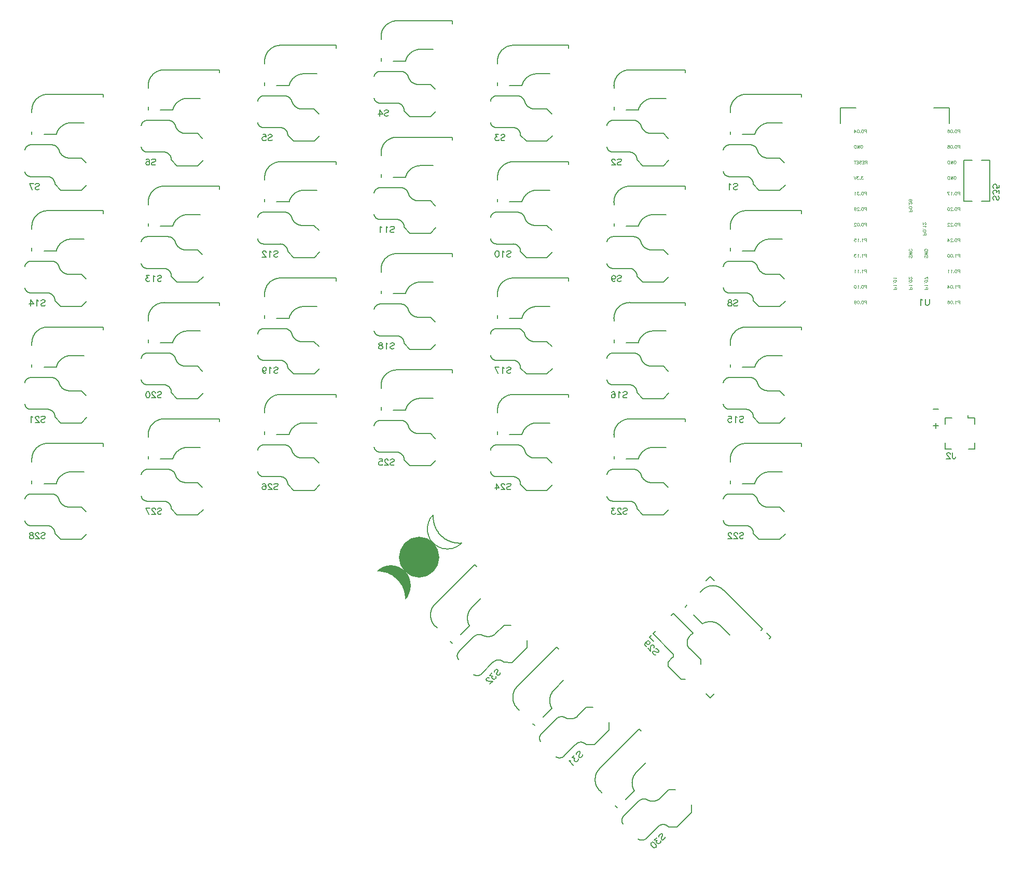
<source format=gbo>
%FSLAX46Y46*%
%MOMM*%
%ADD11C,0.100000*%
%ADD10C,0.150000*%
G01*
%LPD*%
G36*
X68191015Y-100668757D02*
X68191015Y-100668757D01*
X68601931Y-100175331D01*
X68908148Y-99610928D01*
X69097784Y-98997445D01*
X69163479Y-98358693D01*
X69102684Y-97719456D01*
X68917759Y-97104538D01*
X68615879Y-96537802D01*
X68208759Y-96041240D01*
X67712197Y-95634120D01*
X67145460Y-95332240D01*
X66530543Y-95147315D01*
X65891306Y-95086521D01*
X65252554Y-95152216D01*
X64639071Y-95341851D01*
X64074669Y-95648068D01*
X63581243Y-96058985D01*
X64039449Y-96061881D01*
X64494884Y-96112274D01*
X64942639Y-96209619D01*
X65377888Y-96352867D01*
X65795936Y-96540473D01*
X66192279Y-96770417D01*
X66562642Y-97040217D01*
X66903033Y-97346967D01*
X67209782Y-97687357D01*
X67479583Y-98057720D01*
X67709526Y-98454063D01*
X67897133Y-98872111D01*
X68040381Y-99307360D01*
X68137726Y-99755115D01*
X68188118Y-100210551D01*
X68191015Y-100668757D01*
D02*
G37*
%LPD*%
G36*
X69227577Y-96821899D02*
X68148870Y-96101130D01*
X68148870Y-96101130D01*
X67428100Y-95022422D01*
X67175000Y-93750000D01*
X67428100Y-92477577D01*
X68148870Y-91398870D01*
X69227577Y-90678100D01*
X70499999Y-90425000D01*
X71772422Y-90678100D01*
X72851130Y-91398870D01*
X73571899Y-92477577D01*
X73825000Y-93750000D01*
X73571899Y-95022422D01*
X72851130Y-96101130D01*
X71772422Y-96821899D01*
X70499999Y-97075000D01*
X69227577Y-96821899D01*
D02*
G37*
G01*
%LPD*%
D10*
X154440480Y-69547616D02*
X155297616Y-69547616D01*
D10*
X154869040Y-72726192D02*
X154869040Y-71869048D01*
D10*
X154440480Y-72297616D02*
X155297616Y-72297616D01*
D10*
X47940000Y-10165000D02*
X56930000Y-10165000D01*
D10*
X51750000Y-14810000D02*
X53810000Y-14810000D01*
D10*
X53360000Y-20560000D02*
X54150000Y-21350000D01*
D10*
X45300000Y-13176000D02*
X45300000Y-12805000D01*
D10*
X49990000Y-25830000D02*
X49050000Y-24850000D01*
D10*
X51300000Y-20560000D02*
X53360000Y-20560000D01*
D10*
X48600000Y-18410000D02*
X45150000Y-18410000D01*
D10*
X47250000Y-16715000D02*
X49286000Y-16715000D01*
D10*
X56930000Y-10165000D02*
X56930000Y-10636000D01*
D10*
X45300000Y-16244000D02*
X45300000Y-16715000D01*
D10*
X54250000Y-24950000D02*
X53370000Y-25830000D01*
D10*
X53370000Y-25830000D02*
X49990000Y-25830000D01*
D10*
X45150000Y-23600000D02*
X47790000Y-23600000D01*
D10*
X45940476Y-24773810D02*
X45845240Y-24869048D01*
D10*
X46083332Y-24726190D02*
X45940476Y-24773810D01*
D10*
X46273808Y-24726190D02*
X46083332Y-24726190D01*
D10*
X46416668Y-24773810D02*
X46273808Y-24726190D01*
D10*
X46511904Y-24869048D02*
X46416668Y-24773810D01*
D10*
X46511904Y-24964286D02*
X46511904Y-24869048D01*
D10*
X46464284Y-25059524D02*
X46511904Y-24964286D01*
D10*
X46416668Y-25107142D02*
X46464284Y-25059524D01*
D10*
X46321428Y-25154762D02*
X46416668Y-25107142D01*
D10*
X46035716Y-25250000D02*
X46321428Y-25154762D01*
D10*
X45940476Y-25297620D02*
X46035716Y-25250000D01*
D10*
X45892856Y-25345238D02*
X45940476Y-25297620D01*
D10*
X45845240Y-25440476D02*
X45892856Y-25345238D01*
D10*
X45845240Y-25583334D02*
X45845240Y-25440476D01*
D10*
X45940476Y-25678572D02*
X45845240Y-25583334D01*
D10*
X46083332Y-25726190D02*
X45940476Y-25678572D01*
D10*
X46273808Y-25726190D02*
X46083332Y-25726190D01*
D10*
X46416668Y-25678572D02*
X46273808Y-25726190D01*
D10*
X46511904Y-25583334D02*
X46416668Y-25678572D01*
D10*
X45464284Y-24726190D02*
X44988096Y-24726190D01*
D10*
X45511904Y-25154762D02*
X45464284Y-24726190D01*
D10*
X45464284Y-25107142D02*
X45511904Y-25154762D01*
D10*
X45321428Y-25059524D02*
X45464284Y-25107142D01*
D10*
X45178572Y-25059524D02*
X45321428Y-25059524D01*
D10*
X45035716Y-25107142D02*
X45178572Y-25059524D01*
D10*
X44940476Y-25202380D02*
X45035716Y-25107142D01*
D10*
X44892856Y-25345238D02*
X44940476Y-25202380D01*
D10*
X44892856Y-25440476D02*
X44892856Y-25345238D01*
D10*
X44940476Y-25583334D02*
X44892856Y-25440476D01*
D10*
X45035716Y-25678572D02*
X44940476Y-25583334D01*
D10*
X45178572Y-25726190D02*
X45035716Y-25678572D01*
D10*
X45321428Y-25726190D02*
X45178572Y-25726190D01*
D10*
X45464284Y-25678572D02*
X45321428Y-25726190D01*
D10*
X45511904Y-25630952D02*
X45464284Y-25678572D01*
D10*
X45559524Y-25535714D02*
X45511904Y-25630952D01*
D10*
X51750000Y-14810000D02*
X51697391Y-14809470D01*
D10*
X51697391Y-14809470D02*
X51644782Y-14810056D01*
D10*
X51644782Y-14810056D02*
X51592197Y-14811758D01*
D10*
X51592197Y-14811758D02*
X51539660Y-14814574D01*
D10*
X51539660Y-14814574D02*
X51487195Y-14818505D01*
D10*
X51487195Y-14818505D02*
X51434824Y-14823547D01*
D10*
X51434824Y-14823547D02*
X51382573Y-14829699D01*
D10*
X51382573Y-14829699D02*
X51330464Y-14836958D01*
D10*
X51330464Y-14836958D02*
X51278520Y-14845321D01*
D10*
X51278520Y-14845321D02*
X51226766Y-14854784D01*
D10*
X51226766Y-14854784D02*
X51175224Y-14865342D01*
D10*
X51175224Y-14865342D02*
X51123917Y-14876992D01*
D10*
X51123917Y-14876992D02*
X51072870Y-14889727D01*
D10*
X51072870Y-14889727D02*
X51022103Y-14903542D01*
D10*
X51022103Y-14903542D02*
X50971642Y-14918430D01*
D10*
X50971642Y-14918430D02*
X50921507Y-14934386D01*
D10*
X50921507Y-14934386D02*
X50871722Y-14951402D01*
D10*
X50871722Y-14951402D02*
X50822310Y-14969470D01*
D10*
X50822310Y-14969470D02*
X50773291Y-14988581D01*
D10*
X50773291Y-14988581D02*
X50724689Y-15008729D01*
D10*
X50724689Y-15008729D02*
X50676526Y-15029903D01*
D10*
X50676526Y-15029903D02*
X50628822Y-15052093D01*
D10*
X50628822Y-15052093D02*
X50581600Y-15075291D01*
D10*
X50581600Y-15075291D02*
X50534881Y-15099484D01*
D10*
X50534881Y-15099484D02*
X50488685Y-15124664D01*
D10*
X50488685Y-15124664D02*
X50443034Y-15150817D01*
D10*
X50443034Y-15150817D02*
X50397948Y-15177933D01*
D10*
X50397948Y-15177933D02*
X50353448Y-15206000D01*
D10*
X50353448Y-15206000D02*
X50309552Y-15235004D01*
D10*
X50309552Y-15235004D02*
X50266282Y-15264932D01*
D10*
X50266282Y-15264932D02*
X50223656Y-15295772D01*
D10*
X50223656Y-15295772D02*
X50181694Y-15327508D01*
D10*
X50181694Y-15327508D02*
X50140415Y-15360128D01*
D10*
X50140415Y-15360128D02*
X50099837Y-15393616D01*
D10*
X50099837Y-15393616D02*
X50059978Y-15427957D01*
D10*
X50059978Y-15427957D02*
X50020857Y-15463136D01*
D10*
X50020857Y-15463136D02*
X49982491Y-15499137D01*
D10*
X49982491Y-15499137D02*
X49944897Y-15535944D01*
D10*
X49944897Y-15535944D02*
X49908092Y-15573539D01*
D10*
X49908092Y-15573539D02*
X49872093Y-15611907D01*
D10*
X49872093Y-15611907D02*
X49836916Y-15651030D01*
D10*
X49836916Y-15651030D02*
X49802577Y-15690891D01*
D10*
X49802577Y-15690891D02*
X49769091Y-15731470D01*
D10*
X49769091Y-15731470D02*
X49736473Y-15772751D01*
D10*
X49736473Y-15772751D02*
X49704738Y-15814715D01*
D10*
X49704738Y-15814715D02*
X49673901Y-15857342D01*
D10*
X49673901Y-15857342D02*
X49643974Y-15900614D01*
D10*
X49643974Y-15900614D02*
X49614972Y-15944510D01*
D10*
X49614972Y-15944510D02*
X49586908Y-15989012D01*
D10*
X49586908Y-15989012D02*
X49559794Y-16034100D01*
D10*
X49559794Y-16034100D02*
X49533643Y-16079752D01*
D10*
X49533643Y-16079752D02*
X49508466Y-16125949D01*
D10*
X49508466Y-16125949D02*
X49484274Y-16172669D01*
D10*
X49484274Y-16172669D02*
X49461079Y-16219892D01*
D10*
X49461079Y-16219892D02*
X49438891Y-16267597D01*
D10*
X49438891Y-16267597D02*
X49417720Y-16315761D01*
D10*
X49417720Y-16315761D02*
X49397575Y-16364364D01*
D10*
X49397575Y-16364364D02*
X49378465Y-16413383D01*
D10*
X49378465Y-16413383D02*
X49360400Y-16462796D01*
D10*
X49360400Y-16462796D02*
X49343387Y-16512581D01*
D10*
X49343387Y-16512581D02*
X49327434Y-16562716D01*
D10*
X49327434Y-16562716D02*
X49312547Y-16613179D01*
D10*
X49312547Y-16613179D02*
X49298735Y-16663945D01*
D10*
X49298735Y-16663945D02*
X49286002Y-16714993D01*
D10*
X49750001Y-19349999D02*
X49760991Y-19380545D01*
D10*
X49760991Y-19380545D02*
X49772524Y-19410890D01*
D10*
X49772524Y-19410890D02*
X49784598Y-19441024D01*
D10*
X49784598Y-19441024D02*
X49797208Y-19470937D01*
D10*
X49797208Y-19470937D02*
X49810350Y-19500621D01*
D10*
X49810350Y-19500621D02*
X49824020Y-19530065D01*
D10*
X49824020Y-19530065D02*
X49838214Y-19559260D01*
D10*
X49838214Y-19559260D02*
X49852927Y-19588197D01*
D10*
X49852927Y-19588197D02*
X49868154Y-19616867D01*
D10*
X49868154Y-19616867D02*
X49883891Y-19645260D01*
D10*
X49883891Y-19645260D02*
X49900133Y-19673368D01*
D10*
X49900133Y-19673368D02*
X49916874Y-19701181D01*
D10*
X49916874Y-19701181D02*
X49934109Y-19728691D01*
D10*
X49934109Y-19728691D02*
X49951832Y-19755888D01*
D10*
X49951832Y-19755888D02*
X49970039Y-19782765D01*
D10*
X49970039Y-19782765D02*
X49988723Y-19809312D01*
D10*
X49988723Y-19809312D02*
X50007877Y-19835521D01*
D10*
X50007877Y-19835521D02*
X50027497Y-19861384D01*
D10*
X50027497Y-19861384D02*
X50047576Y-19886892D01*
D10*
X50047576Y-19886892D02*
X50068107Y-19912038D01*
D10*
X50068107Y-19912038D02*
X50089083Y-19936813D01*
D10*
X50089083Y-19936813D02*
X50110499Y-19961210D01*
D10*
X50110499Y-19961210D02*
X50132348Y-19985220D01*
D10*
X50132348Y-19985220D02*
X50154621Y-20008836D01*
D10*
X50154621Y-20008836D02*
X50177313Y-20032050D01*
D10*
X50177313Y-20032050D02*
X50200416Y-20054856D01*
D10*
X50200416Y-20054856D02*
X50223922Y-20077245D01*
D10*
X50223922Y-20077245D02*
X50247825Y-20099211D01*
D10*
X50247825Y-20099211D02*
X50272116Y-20120746D01*
D10*
X50272116Y-20120746D02*
X50296788Y-20141845D01*
D10*
X50296788Y-20141845D02*
X50321832Y-20162499D01*
D10*
X50321832Y-20162499D02*
X50347242Y-20182703D01*
D10*
X50347242Y-20182703D02*
X50373009Y-20202450D01*
D10*
X50373009Y-20202450D02*
X50399124Y-20221733D01*
D10*
X50399124Y-20221733D02*
X50425579Y-20240547D01*
D10*
X50425579Y-20240547D02*
X50452367Y-20258886D01*
D10*
X50452367Y-20258886D02*
X50479477Y-20276743D01*
D10*
X50479477Y-20276743D02*
X50506902Y-20294113D01*
D10*
X50506902Y-20294113D02*
X50534633Y-20310991D01*
D10*
X50534633Y-20310991D02*
X50562661Y-20327370D01*
D10*
X50562661Y-20327370D02*
X50590977Y-20343247D01*
D10*
X50590977Y-20343247D02*
X50619572Y-20358615D01*
D10*
X50619572Y-20358615D02*
X50648437Y-20373470D01*
D10*
X50648437Y-20373470D02*
X50677563Y-20387807D01*
D10*
X50677563Y-20387807D02*
X50706940Y-20401622D01*
D10*
X50706940Y-20401622D02*
X50736559Y-20414909D01*
D10*
X50736559Y-20414909D02*
X50766411Y-20427666D01*
D10*
X50766411Y-20427666D02*
X50796485Y-20439887D01*
D10*
X50796485Y-20439887D02*
X50826774Y-20451570D01*
D10*
X50826774Y-20451570D02*
X50857266Y-20462709D01*
D10*
X50857266Y-20462709D02*
X50887952Y-20473303D01*
D10*
X50887952Y-20473303D02*
X50918822Y-20483346D01*
D10*
X50918822Y-20483346D02*
X50949867Y-20492836D01*
D10*
X50949867Y-20492836D02*
X50981077Y-20501771D01*
D10*
X50981077Y-20501771D02*
X51012441Y-20510147D01*
D10*
X51012441Y-20510147D02*
X51043949Y-20517961D01*
D10*
X51043949Y-20517961D02*
X51075592Y-20525211D01*
D10*
X51075592Y-20525211D02*
X51107360Y-20531895D01*
D10*
X51107360Y-20531895D02*
X51139242Y-20538011D01*
D10*
X51139242Y-20538011D02*
X51171228Y-20543556D01*
D10*
X51171228Y-20543556D02*
X51203308Y-20548529D01*
D10*
X51203308Y-20548529D02*
X51235472Y-20552928D01*
D10*
X51235472Y-20552928D02*
X51267709Y-20556752D01*
D10*
X51267709Y-20556752D02*
X51300009Y-20560000D01*
D10*
X49050000Y-24850000D02*
X49051605Y-24818630D01*
D10*
X49051605Y-24818630D02*
X49052372Y-24787228D01*
D10*
X49052372Y-24787228D02*
X49052301Y-24755818D01*
D10*
X49052301Y-24755818D02*
X49051392Y-24724420D01*
D10*
X49051392Y-24724420D02*
X49049646Y-24693058D01*
D10*
X49049646Y-24693058D02*
X49047063Y-24661753D01*
D10*
X49047063Y-24661753D02*
X49043647Y-24630529D01*
D10*
X49043647Y-24630529D02*
X49039398Y-24599407D01*
D10*
X49039398Y-24599407D02*
X49034321Y-24568409D01*
D10*
X49034321Y-24568409D02*
X49028419Y-24537558D01*
D10*
X49028419Y-24537558D02*
X49021696Y-24506875D01*
D10*
X49021696Y-24506875D02*
X49014156Y-24476382D01*
D10*
X49014156Y-24476382D02*
X49005806Y-24446102D01*
D10*
X49005806Y-24446102D02*
X48996651Y-24416055D01*
D10*
X48996651Y-24416055D02*
X48986697Y-24386263D01*
D10*
X48986697Y-24386263D02*
X48975952Y-24356747D01*
D10*
X48975952Y-24356747D02*
X48964424Y-24327528D01*
D10*
X48964424Y-24327528D02*
X48952120Y-24298627D01*
D10*
X48952120Y-24298627D02*
X48939049Y-24270065D01*
D10*
X48939049Y-24270065D02*
X48925221Y-24241862D01*
D10*
X48925221Y-24241862D02*
X48910646Y-24214037D01*
D10*
X48910646Y-24214037D02*
X48895334Y-24186612D01*
D10*
X48895334Y-24186612D02*
X48879295Y-24159604D01*
D10*
X48879295Y-24159604D02*
X48862541Y-24133035D01*
D10*
X48862541Y-24133035D02*
X48845085Y-24106921D01*
D10*
X48845085Y-24106921D02*
X48826938Y-24081283D01*
D10*
X48826938Y-24081283D02*
X48808113Y-24056138D01*
D10*
X48808113Y-24056138D02*
X48788625Y-24031504D01*
D10*
X48788625Y-24031504D02*
X48768486Y-24007398D01*
D10*
X48768486Y-24007398D02*
X48747711Y-23983839D01*
D10*
X48747711Y-23983839D02*
X48726315Y-23960842D01*
D10*
X48726315Y-23960842D02*
X48704313Y-23938424D01*
D10*
X48704313Y-23938424D02*
X48681721Y-23916601D01*
D10*
X48681721Y-23916601D02*
X48658555Y-23895389D01*
D10*
X48658555Y-23895389D02*
X48634831Y-23874802D01*
D10*
X48634831Y-23874802D02*
X48610566Y-23854856D01*
D10*
X48610566Y-23854856D02*
X48585778Y-23835564D01*
D10*
X48585778Y-23835564D02*
X48560484Y-23816940D01*
D10*
X48560484Y-23816940D02*
X48534702Y-23798997D01*
D10*
X48534702Y-23798997D02*
X48508451Y-23781749D01*
D10*
X48508451Y-23781749D02*
X48481748Y-23765208D01*
D10*
X48481748Y-23765208D02*
X48454614Y-23749384D01*
D10*
X48454614Y-23749384D02*
X48427068Y-23734290D01*
D10*
X48427068Y-23734290D02*
X48399128Y-23719937D01*
D10*
X48399128Y-23719937D02*
X48370816Y-23706333D01*
D10*
X48370816Y-23706333D02*
X48342151Y-23693491D01*
D10*
X48342151Y-23693491D02*
X48313153Y-23681417D01*
D10*
X48313153Y-23681417D02*
X48283843Y-23670121D01*
D10*
X48283843Y-23670121D02*
X48254243Y-23659611D01*
D10*
X48254243Y-23659611D02*
X48224373Y-23649895D01*
D10*
X48224373Y-23649895D02*
X48194254Y-23640979D01*
D10*
X48194254Y-23640979D02*
X48163908Y-23632870D01*
D10*
X48163908Y-23632870D02*
X48133356Y-23625573D01*
D10*
X48133356Y-23625573D02*
X48102621Y-23619094D01*
D10*
X48102621Y-23619094D02*
X48071724Y-23613437D01*
D10*
X48071724Y-23613437D02*
X48040687Y-23608607D01*
D10*
X48040687Y-23608607D02*
X48009532Y-23604606D01*
D10*
X48009532Y-23604606D02*
X47978281Y-23601438D01*
D10*
X47978281Y-23601438D02*
X47946957Y-23599105D01*
D10*
X47946957Y-23599105D02*
X47915582Y-23597608D01*
D10*
X47915582Y-23597608D02*
X47884178Y-23596949D01*
D10*
X47884178Y-23596949D02*
X47852768Y-23597128D01*
D10*
X47852768Y-23597128D02*
X47821373Y-23598145D01*
D10*
X47821373Y-23598145D02*
X47790017Y-23599999D01*
D10*
X49750000Y-19350000D02*
X49743775Y-19325905D01*
D10*
X49743775Y-19325905D02*
X49737067Y-19301940D01*
D10*
X49737067Y-19301940D02*
X49729880Y-19278115D01*
D10*
X49729880Y-19278115D02*
X49722215Y-19254439D01*
D10*
X49722215Y-19254439D02*
X49714077Y-19230921D01*
D10*
X49714077Y-19230921D02*
X49705467Y-19207572D01*
D10*
X49705467Y-19207572D02*
X49696391Y-19184401D01*
D10*
X49696391Y-19184401D02*
X49686851Y-19161416D01*
D10*
X49686851Y-19161416D02*
X49676851Y-19138628D01*
D10*
X49676851Y-19138628D02*
X49666395Y-19116045D01*
D10*
X49666395Y-19116045D02*
X49655488Y-19093676D01*
D10*
X49655488Y-19093676D02*
X49644134Y-19071532D01*
D10*
X49644134Y-19071532D02*
X49632338Y-19049619D01*
D10*
X49632338Y-19049619D02*
X49620103Y-19027948D01*
D10*
X49620103Y-19027948D02*
X49607436Y-19006528D01*
D10*
X49607436Y-19006528D02*
X49594342Y-18985366D01*
D10*
X49594342Y-18985366D02*
X49580825Y-18964471D01*
D10*
X49580825Y-18964471D02*
X49566891Y-18943852D01*
D10*
X49566891Y-18943852D02*
X49552545Y-18923517D01*
D10*
X49552545Y-18923517D02*
X49537794Y-18903474D01*
D10*
X49537794Y-18903474D02*
X49522644Y-18883731D01*
D10*
X49522644Y-18883731D02*
X49507100Y-18864297D01*
D10*
X49507100Y-18864297D02*
X49491169Y-18845179D01*
D10*
X49491169Y-18845179D02*
X49474857Y-18826385D01*
D10*
X49474857Y-18826385D02*
X49458171Y-18807922D01*
D10*
X49458171Y-18807922D02*
X49441117Y-18789798D01*
D10*
X49441117Y-18789798D02*
X49423703Y-18772020D01*
D10*
X49423703Y-18772020D02*
X49405935Y-18754596D01*
D10*
X49405935Y-18754596D02*
X49387821Y-18737532D01*
D10*
X49387821Y-18737532D02*
X49369368Y-18720835D01*
D10*
X49369368Y-18720835D02*
X49350583Y-18704512D01*
D10*
X49350583Y-18704512D02*
X49331474Y-18688570D01*
D10*
X49331474Y-18688570D02*
X49312049Y-18673015D01*
D10*
X49312049Y-18673015D02*
X49292315Y-18657853D01*
D10*
X49292315Y-18657853D02*
X49272281Y-18643090D01*
D10*
X49272281Y-18643090D02*
X49251954Y-18628733D01*
D10*
X49251954Y-18628733D02*
X49231343Y-18614787D01*
D10*
X49231343Y-18614787D02*
X49210456Y-18601258D01*
D10*
X49210456Y-18601258D02*
X49189302Y-18588151D01*
D10*
X49189302Y-18588151D02*
X49167888Y-18575471D01*
D10*
X49167888Y-18575471D02*
X49146225Y-18563225D01*
D10*
X49146225Y-18563225D02*
X49124319Y-18551415D01*
D10*
X49124319Y-18551415D02*
X49102181Y-18540048D01*
D10*
X49102181Y-18540048D02*
X49079819Y-18529129D01*
D10*
X49079819Y-18529129D02*
X49057242Y-18518660D01*
D10*
X49057242Y-18518660D02*
X49034460Y-18508647D01*
D10*
X49034460Y-18508647D02*
X49011481Y-18499094D01*
D10*
X49011481Y-18499094D02*
X48988314Y-18490004D01*
D10*
X48988314Y-18490004D02*
X48964970Y-18481381D01*
D10*
X48964970Y-18481381D02*
X48941457Y-18473229D01*
D10*
X48941457Y-18473229D02*
X48917786Y-18465550D01*
D10*
X48917786Y-18465550D02*
X48893965Y-18458349D01*
D10*
X48893965Y-18458349D02*
X48870004Y-18451627D01*
D10*
X48870004Y-18451627D02*
X48845913Y-18445389D01*
D10*
X48845913Y-18445389D02*
X48821701Y-18439635D01*
D10*
X48821701Y-18439635D02*
X48797379Y-18434369D01*
D10*
X48797379Y-18434369D02*
X48772956Y-18429592D01*
D10*
X48772956Y-18429592D02*
X48748442Y-18425307D01*
D10*
X48748442Y-18425307D02*
X48723847Y-18421515D01*
D10*
X48723847Y-18421515D02*
X48699180Y-18418218D01*
D10*
X48699180Y-18418218D02*
X48674452Y-18415417D01*
D10*
X48674452Y-18415417D02*
X48649674Y-18413113D01*
D10*
X48649674Y-18413113D02*
X48624853Y-18411307D01*
D10*
X48624853Y-18411307D02*
X48600002Y-18410000D01*
D10*
X44150001Y-22750000D02*
X44154339Y-22771748D01*
D10*
X44154339Y-22771748D02*
X44159139Y-22793399D01*
D10*
X44159139Y-22793399D02*
X44164398Y-22814943D01*
D10*
X44164398Y-22814943D02*
X44170114Y-22836370D01*
D10*
X44170114Y-22836370D02*
X44176283Y-22857671D01*
D10*
X44176283Y-22857671D02*
X44182904Y-22878836D01*
D10*
X44182904Y-22878836D02*
X44189973Y-22899856D01*
D10*
X44189973Y-22899856D02*
X44197487Y-22920721D01*
D10*
X44197487Y-22920721D02*
X44205442Y-22941422D01*
D10*
X44205442Y-22941422D02*
X44213836Y-22961948D01*
D10*
X44213836Y-22961948D02*
X44222664Y-22982292D01*
D10*
X44222664Y-22982292D02*
X44231922Y-23002444D01*
D10*
X44231922Y-23002444D02*
X44241606Y-23022394D01*
D10*
X44241606Y-23022394D02*
X44251712Y-23042134D01*
D10*
X44251712Y-23042134D02*
X44262236Y-23061655D01*
D10*
X44262236Y-23061655D02*
X44273171Y-23080947D01*
D10*
X44273171Y-23080947D02*
X44284514Y-23100004D01*
D10*
X44284514Y-23100004D02*
X44296260Y-23118814D01*
D10*
X44296260Y-23118814D02*
X44308403Y-23137371D01*
D10*
X44308403Y-23137371D02*
X44320937Y-23155666D01*
D10*
X44320937Y-23155666D02*
X44333857Y-23173690D01*
D10*
X44333857Y-23173690D02*
X44347157Y-23191436D01*
D10*
X44347157Y-23191436D02*
X44360831Y-23208895D01*
D10*
X44360831Y-23208895D02*
X44374873Y-23226059D01*
D10*
X44374873Y-23226059D02*
X44389277Y-23242922D01*
D10*
X44389277Y-23242922D02*
X44404036Y-23259474D01*
D10*
X44404036Y-23259474D02*
X44419143Y-23275709D01*
D10*
X44419143Y-23275709D02*
X44434591Y-23291619D01*
D10*
X44434591Y-23291619D02*
X44450375Y-23307198D01*
D10*
X44450375Y-23307198D02*
X44466485Y-23322437D01*
D10*
X44466485Y-23322437D02*
X44482916Y-23337331D01*
D10*
X44482916Y-23337331D02*
X44499660Y-23351873D01*
D10*
X44499660Y-23351873D02*
X44516709Y-23366055D01*
D10*
X44516709Y-23366055D02*
X44534055Y-23379871D01*
D10*
X44534055Y-23379871D02*
X44551691Y-23393316D01*
D10*
X44551691Y-23393316D02*
X44569608Y-23406384D01*
D10*
X44569608Y-23406384D02*
X44587799Y-23419067D01*
D10*
X44587799Y-23419067D02*
X44606256Y-23431361D01*
D10*
X44606256Y-23431361D02*
X44624970Y-23443260D01*
D10*
X44624970Y-23443260D02*
X44643932Y-23454759D01*
D10*
X44643932Y-23454759D02*
X44663134Y-23465852D01*
D10*
X44663134Y-23465852D02*
X44682568Y-23476535D01*
D10*
X44682568Y-23476535D02*
X44702224Y-23486803D01*
D10*
X44702224Y-23486803D02*
X44722094Y-23496650D01*
D10*
X44722094Y-23496650D02*
X44742169Y-23506073D01*
D10*
X44742169Y-23506073D02*
X44762439Y-23515067D01*
D10*
X44762439Y-23515067D02*
X44782896Y-23523629D01*
D10*
X44782896Y-23523629D02*
X44803531Y-23531754D01*
D10*
X44803531Y-23531754D02*
X44824333Y-23539438D01*
D10*
X44824333Y-23539438D02*
X44845294Y-23546679D01*
D10*
X44845294Y-23546679D02*
X44866404Y-23553473D01*
D10*
X44866404Y-23553473D02*
X44887654Y-23559817D01*
D10*
X44887654Y-23559817D02*
X44909033Y-23565708D01*
D10*
X44909033Y-23565708D02*
X44930533Y-23571143D01*
D10*
X44930533Y-23571143D02*
X44952144Y-23576120D01*
D10*
X44952144Y-23576120D02*
X44973855Y-23580637D01*
D10*
X44973855Y-23580637D02*
X44995658Y-23584691D01*
D10*
X44995658Y-23584691D02*
X45017542Y-23588282D01*
D10*
X45017542Y-23588282D02*
X45039497Y-23591406D01*
D10*
X45039497Y-23591406D02*
X45061513Y-23594063D01*
D10*
X45061513Y-23594063D02*
X45083581Y-23596252D01*
D10*
X45083581Y-23596252D02*
X45105691Y-23597972D01*
D10*
X45105691Y-23597972D02*
X45127832Y-23599221D01*
D10*
X45127832Y-23599221D02*
X45149995Y-23599999D01*
D10*
X47940000Y-10165000D02*
X47874528Y-10163333D01*
D10*
X47874528Y-10163333D02*
X47809034Y-10163351D01*
D10*
X47809034Y-10163351D02*
X47743562Y-10165056D01*
D10*
X47743562Y-10165056D02*
X47678156Y-10168444D01*
D10*
X47678156Y-10168444D02*
X47612858Y-10173516D01*
D10*
X47612858Y-10173516D02*
X47547713Y-10180266D01*
D10*
X47547713Y-10180266D02*
X47482763Y-10188691D01*
D10*
X47482763Y-10188691D02*
X47418052Y-10198784D01*
D10*
X47418052Y-10198784D02*
X47353622Y-10210540D01*
D10*
X47353622Y-10210540D02*
X47289515Y-10223950D01*
D10*
X47289515Y-10223950D02*
X47225775Y-10239006D01*
D10*
X47225775Y-10239006D02*
X47162444Y-10255698D01*
D10*
X47162444Y-10255698D02*
X47099563Y-10274014D01*
D10*
X47099563Y-10274014D02*
X47037175Y-10293942D01*
D10*
X47037175Y-10293942D02*
X46975320Y-10315469D01*
D10*
X46975320Y-10315469D02*
X46914040Y-10338582D01*
D10*
X46914040Y-10338582D02*
X46853375Y-10363264D01*
D10*
X46853375Y-10363264D02*
X46793365Y-10389499D01*
D10*
X46793365Y-10389499D02*
X46734050Y-10417271D01*
D10*
X46734050Y-10417271D02*
X46675470Y-10446560D01*
D10*
X46675470Y-10446560D02*
X46617663Y-10477346D01*
D10*
X46617663Y-10477346D02*
X46560667Y-10509611D01*
D10*
X46560667Y-10509611D02*
X46504521Y-10543332D01*
D10*
X46504521Y-10543332D02*
X46449261Y-10578487D01*
D10*
X46449261Y-10578487D02*
X46394925Y-10615052D01*
D10*
X46394925Y-10615052D02*
X46341547Y-10653004D01*
D10*
X46341547Y-10653004D02*
X46289164Y-10692318D01*
D10*
X46289164Y-10692318D02*
X46237811Y-10732966D01*
D10*
X46237811Y-10732966D02*
X46187521Y-10774923D01*
D10*
X46187521Y-10774923D02*
X46138327Y-10818160D01*
D10*
X46138327Y-10818160D02*
X46090262Y-10862649D01*
D10*
X46090262Y-10862649D02*
X46043358Y-10908361D01*
D10*
X46043358Y-10908361D02*
X45997647Y-10955265D01*
D10*
X45997647Y-10955265D02*
X45953158Y-11003330D01*
D10*
X45953158Y-11003330D02*
X45909921Y-11052523D01*
D10*
X45909921Y-11052523D02*
X45867964Y-11102814D01*
D10*
X45867964Y-11102814D02*
X45827315Y-11154168D01*
D10*
X45827315Y-11154168D02*
X45788002Y-11206550D01*
D10*
X45788002Y-11206550D02*
X45750050Y-11259928D01*
D10*
X45750050Y-11259928D02*
X45713485Y-11314264D01*
D10*
X45713485Y-11314264D02*
X45678330Y-11369524D01*
D10*
X45678330Y-11369524D02*
X45644609Y-11425670D01*
D10*
X45644609Y-11425670D02*
X45612345Y-11482666D01*
D10*
X45612345Y-11482666D02*
X45581558Y-11540473D01*
D10*
X45581558Y-11540473D02*
X45552269Y-11599054D01*
D10*
X45552269Y-11599054D02*
X45524498Y-11658368D01*
D10*
X45524498Y-11658368D02*
X45498262Y-11718378D01*
D10*
X45498262Y-11718378D02*
X45473580Y-11779044D01*
D10*
X45473580Y-11779044D02*
X45450468Y-11840324D01*
D10*
X45450468Y-11840324D02*
X45428940Y-11902180D01*
D10*
X45428940Y-11902180D02*
X45409012Y-11964568D01*
D10*
X45409012Y-11964568D02*
X45390696Y-12027449D01*
D10*
X45390696Y-12027449D02*
X45374005Y-12090781D01*
D10*
X45374005Y-12090781D02*
X45358949Y-12154521D01*
D10*
X45358949Y-12154521D02*
X45345539Y-12218628D01*
D10*
X45345539Y-12218628D02*
X45333783Y-12283059D01*
D10*
X45333783Y-12283059D02*
X45323690Y-12347770D01*
D10*
X45323690Y-12347770D02*
X45315265Y-12412721D01*
D10*
X45315265Y-12412721D02*
X45308515Y-12477866D01*
D10*
X45308515Y-12477866D02*
X45303444Y-12543164D01*
D10*
X45303444Y-12543164D02*
X45300055Y-12608570D01*
D10*
X45300055Y-12608570D02*
X45298351Y-12674042D01*
D10*
X45298351Y-12674042D02*
X45298333Y-12739537D01*
D10*
X45298333Y-12739537D02*
X45300001Y-12805010D01*
D10*
X45150000Y-18410000D02*
X45127632Y-18409405D01*
D10*
X45127632Y-18409405D02*
X45105257Y-18409324D01*
D10*
X45105257Y-18409324D02*
X45082885Y-18409759D01*
D10*
X45082885Y-18409759D02*
X45060529Y-18410708D01*
D10*
X45060529Y-18410708D02*
X45038201Y-18412172D01*
D10*
X45038201Y-18412172D02*
X45015913Y-18414150D01*
D10*
X45015913Y-18414150D02*
X44993676Y-18416640D01*
D10*
X44993676Y-18416640D02*
X44971503Y-18419642D01*
D10*
X44971503Y-18419642D02*
X44949404Y-18423153D01*
D10*
X44949404Y-18423153D02*
X44927392Y-18427172D01*
D10*
X44927392Y-18427172D02*
X44905479Y-18431697D01*
D10*
X44905479Y-18431697D02*
X44883675Y-18436725D01*
D10*
X44883675Y-18436725D02*
X44861993Y-18442254D01*
D10*
X44861993Y-18442254D02*
X44840444Y-18448281D01*
D10*
X44840444Y-18448281D02*
X44819039Y-18454802D01*
D10*
X44819039Y-18454802D02*
X44797791Y-18461814D01*
D10*
X44797791Y-18461814D02*
X44776709Y-18469313D01*
D10*
X44776709Y-18469313D02*
X44755806Y-18477296D01*
D10*
X44755806Y-18477296D02*
X44735091Y-18485758D01*
D10*
X44735091Y-18485758D02*
X44714578Y-18494695D01*
D10*
X44714578Y-18494695D02*
X44694275Y-18504101D01*
D10*
X44694275Y-18504101D02*
X44674194Y-18513973D01*
D10*
X44674194Y-18513973D02*
X44654346Y-18524304D01*
D10*
X44654346Y-18524304D02*
X44634741Y-18535089D01*
D10*
X44634741Y-18535089D02*
X44615389Y-18546323D01*
D10*
X44615389Y-18546323D02*
X44596302Y-18558000D01*
D10*
X44596302Y-18558000D02*
X44577488Y-18570113D01*
D10*
X44577488Y-18570113D02*
X44558958Y-18582656D01*
D10*
X44558958Y-18582656D02*
X44540721Y-18595622D01*
D10*
X44540721Y-18595622D02*
X44522788Y-18609004D01*
D10*
X44522788Y-18609004D02*
X44505168Y-18622796D01*
D10*
X44505168Y-18622796D02*
X44487870Y-18636990D01*
D10*
X44487870Y-18636990D02*
X44470904Y-18651578D01*
D10*
X44470904Y-18651578D02*
X44454278Y-18666553D01*
D10*
X44454278Y-18666553D02*
X44438001Y-18681907D01*
D10*
X44438001Y-18681907D02*
X44422081Y-18697632D01*
D10*
X44422081Y-18697632D02*
X44406529Y-18713719D01*
D10*
X44406529Y-18713719D02*
X44391350Y-18730160D01*
D10*
X44391350Y-18730160D02*
X44376554Y-18746945D01*
D10*
X44376554Y-18746945D02*
X44362149Y-18764067D01*
D10*
X44362149Y-18764067D02*
X44348141Y-18781517D01*
D10*
X44348141Y-18781517D02*
X44334539Y-18799284D01*
D10*
X44334539Y-18799284D02*
X44321350Y-18817359D01*
D10*
X44321350Y-18817359D02*
X44308580Y-18835733D01*
D10*
X44308580Y-18835733D02*
X44296237Y-18854397D01*
D10*
X44296237Y-18854397D02*
X44284326Y-18873340D01*
D10*
X44284326Y-18873340D02*
X44272855Y-18892552D01*
D10*
X44272855Y-18892552D02*
X44261829Y-18912022D01*
D10*
X44261829Y-18912022D02*
X44251255Y-18931742D01*
D10*
X44251255Y-18931742D02*
X44241137Y-18951700D01*
D10*
X44241137Y-18951700D02*
X44231481Y-18971885D01*
D10*
X44231481Y-18971885D02*
X44222293Y-18992288D01*
D10*
X44222293Y-18992288D02*
X44213577Y-19012896D01*
D10*
X44213577Y-19012896D02*
X44205338Y-19033700D01*
D10*
X44205338Y-19033700D02*
X44197579Y-19054688D01*
D10*
X44197579Y-19054688D02*
X44190306Y-19075849D01*
D10*
X44190306Y-19075849D02*
X44183523Y-19097172D01*
D10*
X44183523Y-19097172D02*
X44177232Y-19118645D01*
D10*
X44177232Y-19118645D02*
X44171437Y-19140258D01*
D10*
X44171437Y-19140258D02*
X44166141Y-19161998D01*
D10*
X44166141Y-19161998D02*
X44161347Y-19183854D01*
D10*
X44161347Y-19183854D02*
X44157057Y-19205815D01*
D10*
X44157057Y-19205815D02*
X44153274Y-19227869D01*
D10*
X44153274Y-19227869D02*
X44150000Y-19250004D01*
D10*
X139230000Y-20365000D02*
X141770000Y-20365000D01*
D10*
X157015000Y-20365000D02*
X157015000Y-22905000D01*
D10*
X157015000Y-20365000D02*
X154475000Y-20365000D01*
D10*
X139230000Y-20365000D02*
X139235000Y-22905000D01*
D11*
X158726432Y-39645596D02*
X158726432Y-39145596D01*
D11*
X158512144Y-39145596D02*
X158726432Y-39145596D01*
D11*
X158440720Y-39169404D02*
X158512144Y-39145596D01*
D11*
X158416912Y-39193216D02*
X158440720Y-39169404D01*
D11*
X158393104Y-39240832D02*
X158416912Y-39193216D01*
D11*
X158393104Y-39312260D02*
X158393104Y-39240832D01*
D11*
X158416912Y-39359880D02*
X158393104Y-39312260D01*
D11*
X158440720Y-39383692D02*
X158416912Y-39359880D01*
D11*
X158512144Y-39407500D02*
X158440720Y-39383692D01*
D11*
X158726432Y-39407500D02*
X158512144Y-39407500D01*
D11*
X158178816Y-39169404D02*
X158107392Y-39145596D01*
D11*
X158226432Y-39240832D02*
X158178816Y-39169404D01*
D11*
X158250240Y-39359880D02*
X158226432Y-39240832D01*
D11*
X158250240Y-39431308D02*
X158250240Y-39359880D01*
D11*
X158226432Y-39550356D02*
X158250240Y-39431308D01*
D11*
X158178816Y-39621784D02*
X158226432Y-39550356D01*
D11*
X158107392Y-39645596D02*
X158178816Y-39621784D01*
D11*
X158059776Y-39645596D02*
X158107392Y-39645596D01*
D11*
X157988336Y-39621784D02*
X158059776Y-39645596D01*
D11*
X157940720Y-39550356D02*
X157988336Y-39621784D01*
D11*
X157916912Y-39431308D02*
X157940720Y-39550356D01*
D11*
X157916912Y-39359880D02*
X157916912Y-39431308D01*
D11*
X157940720Y-39240832D02*
X157916912Y-39359880D01*
D11*
X157988336Y-39169404D02*
X157940720Y-39240832D01*
D11*
X158059776Y-39145596D02*
X157988336Y-39169404D01*
D11*
X158107392Y-39145596D02*
X158059776Y-39145596D01*
D11*
X157750240Y-39621784D02*
X157726432Y-39597976D01*
D11*
X157726432Y-39645596D02*
X157750240Y-39621784D01*
D11*
X157702624Y-39621784D02*
X157726432Y-39645596D01*
D11*
X157726432Y-39597976D02*
X157702624Y-39621784D01*
D11*
X157512144Y-39240832D02*
X157512144Y-39264644D01*
D11*
X157488336Y-39193216D02*
X157512144Y-39240832D01*
D11*
X157464528Y-39169404D02*
X157488336Y-39193216D01*
D11*
X157416912Y-39145596D02*
X157464528Y-39169404D01*
D11*
X157321680Y-39145596D02*
X157416912Y-39145596D01*
D11*
X157274048Y-39169404D02*
X157321680Y-39145596D01*
D11*
X157250240Y-39193216D02*
X157274048Y-39169404D01*
D11*
X157226432Y-39240832D02*
X157250240Y-39193216D01*
D11*
X157226432Y-39288452D02*
X157226432Y-39240832D01*
D11*
X157250240Y-39336072D02*
X157226432Y-39288452D01*
D11*
X157297872Y-39407500D02*
X157250240Y-39336072D01*
D11*
X157535968Y-39645596D02*
X157297872Y-39407500D01*
D11*
X157202624Y-39645596D02*
X157535968Y-39645596D01*
D11*
X157035968Y-39240832D02*
X157035968Y-39264644D01*
D11*
X157012144Y-39193216D02*
X157035968Y-39240832D01*
D11*
X156988336Y-39169404D02*
X157012144Y-39193216D01*
D11*
X156940720Y-39145596D02*
X156988336Y-39169404D01*
D11*
X156845488Y-39145596D02*
X156940720Y-39145596D01*
D11*
X156797872Y-39169404D02*
X156845488Y-39145596D01*
D11*
X156774048Y-39193216D02*
X156797872Y-39169404D01*
D11*
X156750240Y-39240832D02*
X156774048Y-39193216D01*
D11*
X156750240Y-39288452D02*
X156750240Y-39240832D01*
D11*
X156774048Y-39336072D02*
X156750240Y-39288452D01*
D11*
X156821680Y-39407500D02*
X156774048Y-39336072D01*
D11*
X157059776Y-39645596D02*
X156821680Y-39407500D01*
D11*
X156726432Y-39645596D02*
X157059776Y-39645596D01*
D11*
X152956912Y-49985428D02*
X153456912Y-49985428D01*
D11*
X153456912Y-49771144D02*
X153456912Y-49985428D01*
D11*
X153433104Y-49699716D02*
X153456912Y-49771144D01*
D11*
X153409296Y-49675904D02*
X153433104Y-49699716D01*
D11*
X153361680Y-49652096D02*
X153409296Y-49675904D01*
D11*
X153290240Y-49652096D02*
X153361680Y-49652096D01*
D11*
X153242624Y-49675904D02*
X153290240Y-49652096D01*
D11*
X153218816Y-49699716D02*
X153242624Y-49675904D01*
D11*
X153195008Y-49771144D02*
X153218816Y-49699716D01*
D11*
X153195008Y-49985428D02*
X153195008Y-49771144D01*
D11*
X153385488Y-49390192D02*
X153361680Y-49437808D01*
D11*
X153456912Y-49318760D02*
X153385488Y-49390192D01*
D11*
X152956912Y-49318760D02*
X153456912Y-49318760D01*
D11*
X152980720Y-49009240D02*
X153004528Y-48985428D01*
D11*
X152956912Y-48985428D02*
X152980720Y-49009240D01*
D11*
X152980720Y-48961620D02*
X152956912Y-48985428D01*
D11*
X153004528Y-48985428D02*
X152980720Y-48961620D01*
D11*
X153433104Y-48723524D02*
X153456912Y-48652096D01*
D11*
X153361680Y-48771144D02*
X153433104Y-48723524D01*
D11*
X153242624Y-48794952D02*
X153361680Y-48771144D01*
D11*
X153171200Y-48794952D02*
X153242624Y-48794952D01*
D11*
X153052144Y-48771144D02*
X153171200Y-48794952D01*
D11*
X152980720Y-48723524D02*
X153052144Y-48771144D01*
D11*
X152956912Y-48652096D02*
X152980720Y-48723524D01*
D11*
X152956912Y-48604476D02*
X152956912Y-48652096D01*
D11*
X152980720Y-48533048D02*
X152956912Y-48604476D01*
D11*
X153052144Y-48485428D02*
X152980720Y-48533048D01*
D11*
X153171200Y-48461620D02*
X153052144Y-48485428D01*
D11*
X153242624Y-48461620D02*
X153171200Y-48461620D01*
D11*
X153361680Y-48485428D02*
X153242624Y-48461620D01*
D11*
X153433104Y-48533048D02*
X153361680Y-48485428D01*
D11*
X153456912Y-48604476D02*
X153433104Y-48533048D01*
D11*
X153456912Y-48652096D02*
X153456912Y-48604476D01*
D11*
X152956912Y-48223524D02*
X153456912Y-47985428D01*
D11*
X153456912Y-47985428D02*
X153456912Y-48318760D01*
D11*
X143486432Y-42185596D02*
X143486432Y-41685596D01*
D11*
X143272144Y-41685596D02*
X143486432Y-41685596D01*
D11*
X143200720Y-41709404D02*
X143272144Y-41685596D01*
D11*
X143176912Y-41733216D02*
X143200720Y-41709404D01*
D11*
X143153104Y-41780832D02*
X143176912Y-41733216D01*
D11*
X143153104Y-41852260D02*
X143153104Y-41780832D01*
D11*
X143176912Y-41899880D02*
X143153104Y-41852260D01*
D11*
X143200720Y-41923692D02*
X143176912Y-41899880D01*
D11*
X143272144Y-41947500D02*
X143200720Y-41923692D01*
D11*
X143486432Y-41947500D02*
X143272144Y-41947500D01*
D11*
X142891200Y-41757024D02*
X142938816Y-41780832D01*
D11*
X142819776Y-41685596D02*
X142891200Y-41757024D01*
D11*
X142819776Y-42185596D02*
X142819776Y-41685596D01*
D11*
X142510240Y-42161784D02*
X142486432Y-42137976D01*
D11*
X142486432Y-42185596D02*
X142510240Y-42161784D01*
D11*
X142462624Y-42161784D02*
X142486432Y-42185596D01*
D11*
X142486432Y-42137976D02*
X142462624Y-42161784D01*
D11*
X142176912Y-41757024D02*
X142224528Y-41780832D01*
D11*
X142105488Y-41685596D02*
X142176912Y-41757024D01*
D11*
X142105488Y-42185596D02*
X142105488Y-41685596D01*
D11*
X141772144Y-41685596D02*
X141534048Y-41685596D01*
D11*
X141795968Y-41899880D02*
X141772144Y-41685596D01*
D11*
X141772144Y-41876072D02*
X141795968Y-41899880D01*
D11*
X141700720Y-41852260D02*
X141772144Y-41876072D01*
D11*
X141629296Y-41852260D02*
X141700720Y-41852260D01*
D11*
X141557872Y-41876072D02*
X141629296Y-41852260D01*
D11*
X141510240Y-41923692D02*
X141557872Y-41876072D01*
D11*
X141486432Y-41995120D02*
X141510240Y-41923692D01*
D11*
X141486432Y-42042740D02*
X141486432Y-41995120D01*
D11*
X141510240Y-42114168D02*
X141486432Y-42042740D01*
D11*
X141557872Y-42161784D02*
X141510240Y-42114168D01*
D11*
X141629296Y-42185596D02*
X141557872Y-42161784D01*
D11*
X141700720Y-42185596D02*
X141629296Y-42185596D01*
D11*
X141772144Y-42161784D02*
X141700720Y-42185596D01*
D11*
X141795968Y-42137976D02*
X141772144Y-42161784D01*
D11*
X141819776Y-42090356D02*
X141795968Y-42137976D01*
D11*
X150416912Y-49985428D02*
X150916912Y-49985428D01*
D11*
X150916912Y-49771144D02*
X150916912Y-49985428D01*
D11*
X150893104Y-49699716D02*
X150916912Y-49771144D01*
D11*
X150869296Y-49675904D02*
X150893104Y-49699716D01*
D11*
X150821680Y-49652096D02*
X150869296Y-49675904D01*
D11*
X150750240Y-49652096D02*
X150821680Y-49652096D01*
D11*
X150702624Y-49675904D02*
X150750240Y-49652096D01*
D11*
X150678816Y-49699716D02*
X150702624Y-49675904D01*
D11*
X150655008Y-49771144D02*
X150678816Y-49699716D01*
D11*
X150655008Y-49985428D02*
X150655008Y-49771144D01*
D11*
X150845488Y-49390192D02*
X150821680Y-49437808D01*
D11*
X150916912Y-49318760D02*
X150845488Y-49390192D01*
D11*
X150416912Y-49318760D02*
X150916912Y-49318760D01*
D11*
X150440720Y-49009240D02*
X150464528Y-48985428D01*
D11*
X150416912Y-48985428D02*
X150440720Y-49009240D01*
D11*
X150440720Y-48961620D02*
X150416912Y-48985428D01*
D11*
X150464528Y-48985428D02*
X150440720Y-48961620D01*
D11*
X150893104Y-48723524D02*
X150916912Y-48652096D01*
D11*
X150821680Y-48771144D02*
X150893104Y-48723524D01*
D11*
X150702624Y-48794952D02*
X150821680Y-48771144D01*
D11*
X150631200Y-48794952D02*
X150702624Y-48794952D01*
D11*
X150512144Y-48771144D02*
X150631200Y-48794952D01*
D11*
X150440720Y-48723524D02*
X150512144Y-48771144D01*
D11*
X150416912Y-48652096D02*
X150440720Y-48723524D01*
D11*
X150416912Y-48604476D02*
X150416912Y-48652096D01*
D11*
X150440720Y-48533048D02*
X150416912Y-48604476D01*
D11*
X150512144Y-48485428D02*
X150440720Y-48533048D01*
D11*
X150631200Y-48461620D02*
X150512144Y-48485428D01*
D11*
X150702624Y-48461620D02*
X150631200Y-48461620D01*
D11*
X150821680Y-48485428D02*
X150702624Y-48461620D01*
D11*
X150893104Y-48533048D02*
X150821680Y-48485428D01*
D11*
X150916912Y-48604476D02*
X150893104Y-48533048D01*
D11*
X150916912Y-48652096D02*
X150916912Y-48604476D01*
D11*
X150821680Y-48294952D02*
X150797872Y-48294952D01*
D11*
X150869296Y-48271144D02*
X150821680Y-48294952D01*
D11*
X150893104Y-48247332D02*
X150869296Y-48271144D01*
D11*
X150916912Y-48199716D02*
X150893104Y-48247332D01*
D11*
X150916912Y-48104476D02*
X150916912Y-48199716D01*
D11*
X150893104Y-48056856D02*
X150916912Y-48104476D01*
D11*
X150869296Y-48033048D02*
X150893104Y-48056856D01*
D11*
X150821680Y-48009240D02*
X150869296Y-48033048D01*
D11*
X150774048Y-48009240D02*
X150821680Y-48009240D01*
D11*
X150726432Y-48033048D02*
X150774048Y-48009240D01*
D11*
X150655008Y-48080668D02*
X150726432Y-48033048D01*
D11*
X150416912Y-48318760D02*
X150655008Y-48080668D01*
D11*
X150416912Y-47985428D02*
X150416912Y-48318760D01*
D11*
X157774048Y-29057024D02*
X157750240Y-29104642D01*
D11*
X157821680Y-29009404D02*
X157774048Y-29057024D01*
D11*
X157869296Y-28985596D02*
X157821680Y-29009404D01*
D11*
X157964528Y-28985596D02*
X157869296Y-28985596D01*
D11*
X158012144Y-29009404D02*
X157964528Y-28985596D01*
D11*
X158059776Y-29057024D02*
X158012144Y-29009404D01*
D11*
X158083584Y-29104642D02*
X158059776Y-29057024D01*
D11*
X158107392Y-29176072D02*
X158083584Y-29104642D01*
D11*
X158107392Y-29295120D02*
X158107392Y-29176072D01*
D11*
X158083584Y-29366548D02*
X158107392Y-29295120D01*
D11*
X158059776Y-29414166D02*
X158083584Y-29366548D01*
D11*
X158012144Y-29461786D02*
X158059776Y-29414166D01*
D11*
X157964528Y-29485596D02*
X158012144Y-29461786D01*
D11*
X157869296Y-29485596D02*
X157964528Y-29485596D01*
D11*
X157821680Y-29461786D02*
X157869296Y-29485596D01*
D11*
X157774048Y-29414166D02*
X157821680Y-29461786D01*
D11*
X157750240Y-29366548D02*
X157774048Y-29414166D01*
D11*
X157750240Y-29295120D02*
X157750240Y-29366548D01*
D11*
X157750240Y-29295120D02*
X157869296Y-29295120D01*
D11*
X157583584Y-29485596D02*
X157583584Y-28985596D01*
D11*
X157250240Y-29485596D02*
X157583584Y-28985596D01*
D11*
X157250240Y-29485596D02*
X157250240Y-28985596D01*
D11*
X157059776Y-29485596D02*
X157059776Y-28985596D01*
D11*
X156893104Y-28985596D02*
X157059776Y-28985596D01*
D11*
X156821680Y-29009404D02*
X156893104Y-28985596D01*
D11*
X156774048Y-29057024D02*
X156821680Y-29009404D01*
D11*
X156750240Y-29104642D02*
X156774048Y-29057024D01*
D11*
X156726432Y-29176072D02*
X156750240Y-29104642D01*
D11*
X156726432Y-29295120D02*
X156726432Y-29176072D01*
D11*
X156750240Y-29366548D02*
X156726432Y-29295120D01*
D11*
X156774048Y-29414166D02*
X156750240Y-29366548D01*
D11*
X156821680Y-29461786D02*
X156774048Y-29414166D01*
D11*
X156893104Y-29485596D02*
X156821680Y-29461786D01*
D11*
X157059776Y-29485596D02*
X156893104Y-29485596D01*
D11*
X153443088Y-44518856D02*
X153395472Y-44471240D01*
D11*
X153466896Y-44590284D02*
X153443088Y-44518856D01*
D11*
X153466896Y-44685524D02*
X153466896Y-44590284D01*
D11*
X153443088Y-44756952D02*
X153466896Y-44685524D01*
D11*
X153395472Y-44804572D02*
X153443088Y-44756952D01*
D11*
X153347856Y-44804572D02*
X153395472Y-44804572D01*
D11*
X153300224Y-44780760D02*
X153347856Y-44804572D01*
D11*
X153276416Y-44756952D02*
X153300224Y-44780760D01*
D11*
X153252608Y-44709332D02*
X153276416Y-44756952D01*
D11*
X153204992Y-44566476D02*
X153252608Y-44709332D01*
D11*
X153181184Y-44518856D02*
X153204992Y-44566476D01*
D11*
X153157376Y-44495048D02*
X153181184Y-44518856D01*
D11*
X153109760Y-44471240D02*
X153157376Y-44495048D01*
D11*
X153038320Y-44471240D02*
X153109760Y-44471240D01*
D11*
X152990704Y-44518856D02*
X153038320Y-44471240D01*
D11*
X152966896Y-44590284D02*
X152990704Y-44518856D01*
D11*
X152966896Y-44685524D02*
X152966896Y-44590284D01*
D11*
X152990704Y-44756952D02*
X152966896Y-44685524D01*
D11*
X153038320Y-44804572D02*
X152990704Y-44756952D01*
D11*
X152966896Y-44233144D02*
X153466896Y-44352192D01*
D11*
X152966896Y-44233144D02*
X153466896Y-44114096D01*
D11*
X152966896Y-43995048D02*
X153466896Y-44114096D01*
D11*
X152966896Y-43995048D02*
X153466896Y-43876000D01*
D11*
X152966896Y-43733144D02*
X153466896Y-43733144D01*
D11*
X153466896Y-43566476D02*
X153466896Y-43733144D01*
D11*
X153443088Y-43495048D02*
X153466896Y-43566476D01*
D11*
X153395472Y-43447428D02*
X153443088Y-43495048D01*
D11*
X153347856Y-43423620D02*
X153395472Y-43447428D01*
D11*
X153276416Y-43399808D02*
X153347856Y-43423620D01*
D11*
X153157376Y-43399808D02*
X153276416Y-43399808D01*
D11*
X153085952Y-43423620D02*
X153157376Y-43399808D01*
D11*
X153038320Y-43447428D02*
X153085952Y-43423620D01*
D11*
X152990704Y-43495048D02*
X153038320Y-43447428D01*
D11*
X152966896Y-43566476D02*
X152990704Y-43495048D01*
D11*
X152966896Y-43733144D02*
X152966896Y-43566476D01*
D10*
X153776528Y-52305476D02*
X153776528Y-51591192D01*
D10*
X153728912Y-52448332D02*
X153776528Y-52305476D01*
D10*
X153633680Y-52543572D02*
X153728912Y-52448332D01*
D10*
X153490816Y-52591192D02*
X153633680Y-52543572D01*
D10*
X153395584Y-52591192D02*
X153490816Y-52591192D01*
D10*
X153252720Y-52543572D02*
X153395584Y-52591192D01*
D10*
X153157488Y-52448332D02*
X153252720Y-52543572D01*
D10*
X153109872Y-52305476D02*
X153157488Y-52448332D01*
D10*
X153109872Y-51591192D02*
X153109872Y-52305476D01*
D10*
X152538432Y-51734048D02*
X152633680Y-51781668D01*
D10*
X152395584Y-51591192D02*
X152538432Y-51734048D01*
D10*
X152395584Y-52591192D02*
X152395584Y-51591192D01*
D11*
X143486432Y-24405596D02*
X143486432Y-23905596D01*
D11*
X143272144Y-23905596D02*
X143486432Y-23905596D01*
D11*
X143200720Y-23929404D02*
X143272144Y-23905596D01*
D11*
X143176912Y-23953214D02*
X143200720Y-23929404D01*
D11*
X143153104Y-24000834D02*
X143176912Y-23953214D01*
D11*
X143153104Y-24072262D02*
X143153104Y-24000834D01*
D11*
X143176912Y-24119880D02*
X143153104Y-24072262D01*
D11*
X143200720Y-24143690D02*
X143176912Y-24119880D01*
D11*
X143272144Y-24167500D02*
X143200720Y-24143690D01*
D11*
X143486432Y-24167500D02*
X143272144Y-24167500D01*
D11*
X142938816Y-23929404D02*
X142867392Y-23905596D01*
D11*
X142986432Y-24000834D02*
X142938816Y-23929404D01*
D11*
X143010240Y-24119880D02*
X142986432Y-24000834D01*
D11*
X143010240Y-24191310D02*
X143010240Y-24119880D01*
D11*
X142986432Y-24310358D02*
X143010240Y-24191310D01*
D11*
X142938816Y-24381786D02*
X142986432Y-24310358D01*
D11*
X142867392Y-24405596D02*
X142938816Y-24381786D01*
D11*
X142819776Y-24405596D02*
X142867392Y-24405596D01*
D11*
X142748336Y-24381786D02*
X142819776Y-24405596D01*
D11*
X142700720Y-24310358D02*
X142748336Y-24381786D01*
D11*
X142676912Y-24191310D02*
X142700720Y-24310358D01*
D11*
X142676912Y-24119880D02*
X142676912Y-24191310D01*
D11*
X142700720Y-24000834D02*
X142676912Y-24119880D01*
D11*
X142748336Y-23929404D02*
X142700720Y-24000834D01*
D11*
X142819776Y-23905596D02*
X142748336Y-23929404D01*
D11*
X142867392Y-23905596D02*
X142819776Y-23905596D01*
D11*
X142510240Y-24381786D02*
X142486432Y-24357976D01*
D11*
X142486432Y-24405596D02*
X142510240Y-24381786D01*
D11*
X142462624Y-24381786D02*
X142486432Y-24405596D01*
D11*
X142486432Y-24357976D02*
X142462624Y-24381786D01*
D11*
X142224528Y-23929404D02*
X142153104Y-23905596D01*
D11*
X142272144Y-24000834D02*
X142224528Y-23929404D01*
D11*
X142295968Y-24119880D02*
X142272144Y-24000834D01*
D11*
X142295968Y-24191310D02*
X142295968Y-24119880D01*
D11*
X142272144Y-24310358D02*
X142295968Y-24191310D01*
D11*
X142224528Y-24381786D02*
X142272144Y-24310358D01*
D11*
X142153104Y-24405596D02*
X142224528Y-24381786D01*
D11*
X142105488Y-24405596D02*
X142153104Y-24405596D01*
D11*
X142034048Y-24381786D02*
X142105488Y-24405596D01*
D11*
X141986432Y-24310358D02*
X142034048Y-24381786D01*
D11*
X141962624Y-24191310D02*
X141986432Y-24310358D01*
D11*
X141962624Y-24119880D02*
X141962624Y-24191310D01*
D11*
X141986432Y-24000834D02*
X141962624Y-24119880D01*
D11*
X142034048Y-23929404D02*
X141986432Y-24000834D01*
D11*
X142105488Y-23905596D02*
X142034048Y-23929404D01*
D11*
X142153104Y-23905596D02*
X142105488Y-23905596D01*
D11*
X141819776Y-24238928D02*
X141581680Y-23905596D01*
D11*
X141462624Y-24238928D02*
X141819776Y-24238928D01*
D11*
X141581680Y-24405596D02*
X141581680Y-23905596D01*
D11*
X143486432Y-47265596D02*
X143486432Y-46765596D01*
D11*
X143272144Y-46765596D02*
X143486432Y-46765596D01*
D11*
X143200720Y-46789404D02*
X143272144Y-46765596D01*
D11*
X143176912Y-46813216D02*
X143200720Y-46789404D01*
D11*
X143153104Y-46860832D02*
X143176912Y-46813216D01*
D11*
X143153104Y-46932260D02*
X143153104Y-46860832D01*
D11*
X143176912Y-46979880D02*
X143153104Y-46932260D01*
D11*
X143200720Y-47003692D02*
X143176912Y-46979880D01*
D11*
X143272144Y-47027500D02*
X143200720Y-47003692D01*
D11*
X143486432Y-47027500D02*
X143272144Y-47027500D01*
D11*
X142891200Y-46837024D02*
X142938816Y-46860832D01*
D11*
X142819776Y-46765596D02*
X142891200Y-46837024D01*
D11*
X142819776Y-47265596D02*
X142819776Y-46765596D01*
D11*
X142510240Y-47241784D02*
X142486432Y-47217976D01*
D11*
X142486432Y-47265596D02*
X142510240Y-47241784D01*
D11*
X142462624Y-47241784D02*
X142486432Y-47265596D01*
D11*
X142486432Y-47217976D02*
X142462624Y-47241784D01*
D11*
X142176912Y-46837024D02*
X142224528Y-46860832D01*
D11*
X142105488Y-46765596D02*
X142176912Y-46837024D01*
D11*
X142105488Y-47265596D02*
X142105488Y-46765596D01*
D11*
X141700720Y-46837024D02*
X141748336Y-46860832D01*
D11*
X141629296Y-46765596D02*
X141700720Y-46837024D01*
D11*
X141629296Y-47265596D02*
X141629296Y-46765596D01*
D11*
X143486432Y-52343096D02*
X143486432Y-51843096D01*
D11*
X143272144Y-51843096D02*
X143486432Y-51843096D01*
D11*
X143200720Y-51866904D02*
X143272144Y-51843096D01*
D11*
X143176912Y-51890716D02*
X143200720Y-51866904D01*
D11*
X143153104Y-51938332D02*
X143176912Y-51890716D01*
D11*
X143153104Y-52009760D02*
X143153104Y-51938332D01*
D11*
X143176912Y-52057380D02*
X143153104Y-52009760D01*
D11*
X143200720Y-52081192D02*
X143176912Y-52057380D01*
D11*
X143272144Y-52105000D02*
X143200720Y-52081192D01*
D11*
X143486432Y-52105000D02*
X143272144Y-52105000D01*
D11*
X142938816Y-51866904D02*
X142867392Y-51843096D01*
D11*
X142986432Y-51938332D02*
X142938816Y-51866904D01*
D11*
X143010240Y-52057380D02*
X142986432Y-51938332D01*
D11*
X143010240Y-52128808D02*
X143010240Y-52057380D01*
D11*
X142986432Y-52247856D02*
X143010240Y-52128808D01*
D11*
X142938816Y-52319284D02*
X142986432Y-52247856D01*
D11*
X142867392Y-52343096D02*
X142938816Y-52319284D01*
D11*
X142819776Y-52343096D02*
X142867392Y-52343096D01*
D11*
X142748336Y-52319284D02*
X142819776Y-52343096D01*
D11*
X142700720Y-52247856D02*
X142748336Y-52319284D01*
D11*
X142676912Y-52128808D02*
X142700720Y-52247856D01*
D11*
X142676912Y-52057380D02*
X142676912Y-52128808D01*
D11*
X142700720Y-51938332D02*
X142676912Y-52057380D01*
D11*
X142748336Y-51866904D02*
X142700720Y-51938332D01*
D11*
X142819776Y-51843096D02*
X142748336Y-51866904D01*
D11*
X142867392Y-51843096D02*
X142819776Y-51843096D01*
D11*
X142510240Y-52319284D02*
X142486432Y-52295476D01*
D11*
X142486432Y-52343096D02*
X142510240Y-52319284D01*
D11*
X142462624Y-52319284D02*
X142486432Y-52343096D01*
D11*
X142486432Y-52295476D02*
X142462624Y-52319284D01*
D11*
X142224528Y-51866904D02*
X142153104Y-51843096D01*
D11*
X142272144Y-51938332D02*
X142224528Y-51866904D01*
D11*
X142295968Y-52057380D02*
X142272144Y-51938332D01*
D11*
X142295968Y-52128808D02*
X142295968Y-52057380D01*
D11*
X142272144Y-52247856D02*
X142295968Y-52128808D01*
D11*
X142224528Y-52319284D02*
X142272144Y-52247856D01*
D11*
X142153104Y-52343096D02*
X142224528Y-52319284D01*
D11*
X142105488Y-52343096D02*
X142153104Y-52343096D01*
D11*
X142034048Y-52319284D02*
X142105488Y-52343096D01*
D11*
X141986432Y-52247856D02*
X142034048Y-52319284D01*
D11*
X141962624Y-52128808D02*
X141986432Y-52247856D01*
D11*
X141962624Y-52057380D02*
X141962624Y-52128808D01*
D11*
X141986432Y-51938332D02*
X141962624Y-52057380D01*
D11*
X142034048Y-51866904D02*
X141986432Y-51938332D01*
D11*
X142105488Y-51843096D02*
X142034048Y-51866904D01*
D11*
X142153104Y-51843096D02*
X142105488Y-51843096D01*
D11*
X141534048Y-52081192D02*
X141510240Y-52009760D01*
D11*
X141581680Y-52128808D02*
X141534048Y-52081192D01*
D11*
X141653104Y-52152620D02*
X141581680Y-52128808D01*
D11*
X141676912Y-52152620D02*
X141653104Y-52152620D01*
D11*
X141748336Y-52128808D02*
X141676912Y-52152620D01*
D11*
X141795968Y-52081192D02*
X141748336Y-52128808D01*
D11*
X141819776Y-52009760D02*
X141795968Y-52081192D01*
D11*
X141819776Y-51985952D02*
X141819776Y-52009760D01*
D11*
X141795968Y-51914524D02*
X141819776Y-51985952D01*
D11*
X141748336Y-51866904D02*
X141795968Y-51914524D01*
D11*
X141676912Y-51843096D02*
X141748336Y-51866904D01*
D11*
X141653104Y-51843096D02*
X141676912Y-51843096D01*
D11*
X141581680Y-51866904D02*
X141653104Y-51843096D01*
D11*
X141534048Y-51914524D02*
X141581680Y-51866904D01*
D11*
X141510240Y-52009760D02*
X141534048Y-51914524D01*
D11*
X141510240Y-52128808D02*
X141510240Y-52009760D01*
D11*
X141534048Y-52247856D02*
X141510240Y-52128808D01*
D11*
X141581680Y-52319284D02*
X141534048Y-52247856D01*
D11*
X141653104Y-52343096D02*
X141581680Y-52319284D01*
D11*
X141700720Y-52343096D02*
X141653104Y-52343096D01*
D11*
X141772144Y-52319284D02*
X141700720Y-52343096D01*
D11*
X141795968Y-52271668D02*
X141772144Y-52319284D01*
D11*
X150903088Y-44518856D02*
X150855472Y-44471240D01*
D11*
X150926896Y-44590284D02*
X150903088Y-44518856D01*
D11*
X150926896Y-44685524D02*
X150926896Y-44590284D01*
D11*
X150903088Y-44756952D02*
X150926896Y-44685524D01*
D11*
X150855472Y-44804572D02*
X150903088Y-44756952D01*
D11*
X150807856Y-44804572D02*
X150855472Y-44804572D01*
D11*
X150760224Y-44780760D02*
X150807856Y-44804572D01*
D11*
X150736416Y-44756952D02*
X150760224Y-44780760D01*
D11*
X150712608Y-44709332D02*
X150736416Y-44756952D01*
D11*
X150664992Y-44566476D02*
X150712608Y-44709332D01*
D11*
X150641184Y-44518856D02*
X150664992Y-44566476D01*
D11*
X150617376Y-44495048D02*
X150641184Y-44518856D01*
D11*
X150569760Y-44471240D02*
X150617376Y-44495048D01*
D11*
X150498320Y-44471240D02*
X150569760Y-44471240D01*
D11*
X150450704Y-44518856D02*
X150498320Y-44471240D01*
D11*
X150426896Y-44590284D02*
X150450704Y-44518856D01*
D11*
X150426896Y-44685524D02*
X150426896Y-44590284D01*
D11*
X150450704Y-44756952D02*
X150426896Y-44685524D01*
D11*
X150498320Y-44804572D02*
X150450704Y-44756952D01*
D11*
X150426896Y-44233144D02*
X150926896Y-44352192D01*
D11*
X150426896Y-44233144D02*
X150926896Y-44114096D01*
D11*
X150426896Y-43995048D02*
X150926896Y-44114096D01*
D11*
X150426896Y-43995048D02*
X150926896Y-43876000D01*
D11*
X150855472Y-43423620D02*
X150807856Y-43399808D01*
D11*
X150903088Y-43471240D02*
X150855472Y-43423620D01*
D11*
X150926896Y-43518856D02*
X150903088Y-43471240D01*
D11*
X150926896Y-43614096D02*
X150926896Y-43518856D01*
D11*
X150903088Y-43661716D02*
X150926896Y-43614096D01*
D11*
X150855472Y-43709332D02*
X150903088Y-43661716D01*
D11*
X150807856Y-43733144D02*
X150855472Y-43709332D01*
D11*
X150736416Y-43756952D02*
X150807856Y-43733144D01*
D11*
X150617376Y-43756952D02*
X150736416Y-43756952D01*
D11*
X150545952Y-43733144D02*
X150617376Y-43756952D01*
D11*
X150498320Y-43709332D02*
X150545952Y-43733144D01*
D11*
X150450704Y-43661716D02*
X150498320Y-43709332D01*
D11*
X150426896Y-43614096D02*
X150450704Y-43661716D01*
D11*
X150426896Y-43518856D02*
X150426896Y-43614096D01*
D11*
X150450704Y-43471240D02*
X150426896Y-43518856D01*
D11*
X150498320Y-43423620D02*
X150450704Y-43471240D01*
D11*
X150545952Y-43399808D02*
X150498320Y-43423620D01*
D11*
X158726432Y-47265596D02*
X158726432Y-46765596D01*
D11*
X158512144Y-46765596D02*
X158726432Y-46765596D01*
D11*
X158440720Y-46789404D02*
X158512144Y-46765596D01*
D11*
X158416912Y-46813216D02*
X158440720Y-46789404D01*
D11*
X158393104Y-46860832D02*
X158416912Y-46813216D01*
D11*
X158393104Y-46932260D02*
X158393104Y-46860832D01*
D11*
X158416912Y-46979880D02*
X158393104Y-46932260D01*
D11*
X158440720Y-47003692D02*
X158416912Y-46979880D01*
D11*
X158512144Y-47027500D02*
X158440720Y-47003692D01*
D11*
X158726432Y-47027500D02*
X158512144Y-47027500D01*
D11*
X158178816Y-46789404D02*
X158107392Y-46765596D01*
D11*
X158226432Y-46860832D02*
X158178816Y-46789404D01*
D11*
X158250240Y-46979880D02*
X158226432Y-46860832D01*
D11*
X158250240Y-47051308D02*
X158250240Y-46979880D01*
D11*
X158226432Y-47170356D02*
X158250240Y-47051308D01*
D11*
X158178816Y-47241784D02*
X158226432Y-47170356D01*
D11*
X158107392Y-47265596D02*
X158178816Y-47241784D01*
D11*
X158059776Y-47265596D02*
X158107392Y-47265596D01*
D11*
X157988336Y-47241784D02*
X158059776Y-47265596D01*
D11*
X157940720Y-47170356D02*
X157988336Y-47241784D01*
D11*
X157916912Y-47051308D02*
X157940720Y-47170356D01*
D11*
X157916912Y-46979880D02*
X157916912Y-47051308D01*
D11*
X157940720Y-46860832D02*
X157916912Y-46979880D01*
D11*
X157988336Y-46789404D02*
X157940720Y-46860832D01*
D11*
X158059776Y-46765596D02*
X157988336Y-46789404D01*
D11*
X158107392Y-46765596D02*
X158059776Y-46765596D01*
D11*
X157750240Y-47241784D02*
X157726432Y-47217976D01*
D11*
X157726432Y-47265596D02*
X157750240Y-47241784D01*
D11*
X157702624Y-47241784D02*
X157726432Y-47265596D01*
D11*
X157726432Y-47217976D02*
X157702624Y-47241784D01*
D11*
X157416912Y-46837024D02*
X157464528Y-46860832D01*
D11*
X157345488Y-46765596D02*
X157416912Y-46837024D01*
D11*
X157345488Y-47265596D02*
X157345488Y-46765596D01*
D11*
X156940720Y-46837024D02*
X156988336Y-46860832D01*
D11*
X156869296Y-46765596D02*
X156940720Y-46837024D01*
D11*
X156869296Y-47265596D02*
X156869296Y-46765596D01*
D11*
X147876912Y-49985428D02*
X148376912Y-49985428D01*
D11*
X148376912Y-49771144D02*
X148376912Y-49985428D01*
D11*
X148353104Y-49699716D02*
X148376912Y-49771144D01*
D11*
X148329296Y-49675904D02*
X148353104Y-49699716D01*
D11*
X148281680Y-49652096D02*
X148329296Y-49675904D01*
D11*
X148210240Y-49652096D02*
X148281680Y-49652096D01*
D11*
X148162624Y-49675904D02*
X148210240Y-49652096D01*
D11*
X148138816Y-49699716D02*
X148162624Y-49675904D01*
D11*
X148115008Y-49771144D02*
X148138816Y-49699716D01*
D11*
X148115008Y-49985428D02*
X148115008Y-49771144D01*
D11*
X148305488Y-49390192D02*
X148281680Y-49437808D01*
D11*
X148376912Y-49318760D02*
X148305488Y-49390192D01*
D11*
X147876912Y-49318760D02*
X148376912Y-49318760D01*
D11*
X147900720Y-49009240D02*
X147924528Y-48985428D01*
D11*
X147876912Y-48985428D02*
X147900720Y-49009240D01*
D11*
X147900720Y-48961620D02*
X147876912Y-48985428D01*
D11*
X147924528Y-48985428D02*
X147900720Y-48961620D01*
D11*
X148353104Y-48723524D02*
X148376912Y-48652096D01*
D11*
X148281680Y-48771144D02*
X148353104Y-48723524D01*
D11*
X148162624Y-48794952D02*
X148281680Y-48771144D01*
D11*
X148091200Y-48794952D02*
X148162624Y-48794952D01*
D11*
X147972144Y-48771144D02*
X148091200Y-48794952D01*
D11*
X147900720Y-48723524D02*
X147972144Y-48771144D01*
D11*
X147876912Y-48652096D02*
X147900720Y-48723524D01*
D11*
X147876912Y-48604476D02*
X147876912Y-48652096D01*
D11*
X147900720Y-48533048D02*
X147876912Y-48604476D01*
D11*
X147972144Y-48485428D02*
X147900720Y-48533048D01*
D11*
X148091200Y-48461620D02*
X147972144Y-48485428D01*
D11*
X148162624Y-48461620D02*
X148091200Y-48461620D01*
D11*
X148281680Y-48485428D02*
X148162624Y-48461620D01*
D11*
X148353104Y-48533048D02*
X148281680Y-48485428D01*
D11*
X148376912Y-48604476D02*
X148353104Y-48533048D01*
D11*
X148376912Y-48652096D02*
X148376912Y-48604476D01*
D11*
X148305488Y-48199716D02*
X148281680Y-48247332D01*
D11*
X148376912Y-48128284D02*
X148305488Y-48199716D01*
D11*
X147876912Y-48128284D02*
X148376912Y-48128284D01*
D11*
X143486432Y-39645596D02*
X143486432Y-39145596D01*
D11*
X143272144Y-39145596D02*
X143486432Y-39145596D01*
D11*
X143200720Y-39169404D02*
X143272144Y-39145596D01*
D11*
X143176912Y-39193216D02*
X143200720Y-39169404D01*
D11*
X143153104Y-39240832D02*
X143176912Y-39193216D01*
D11*
X143153104Y-39312260D02*
X143153104Y-39240832D01*
D11*
X143176912Y-39359880D02*
X143153104Y-39312260D01*
D11*
X143200720Y-39383692D02*
X143176912Y-39359880D01*
D11*
X143272144Y-39407500D02*
X143200720Y-39383692D01*
D11*
X143486432Y-39407500D02*
X143272144Y-39407500D01*
D11*
X142938816Y-39169404D02*
X142867392Y-39145596D01*
D11*
X142986432Y-39240832D02*
X142938816Y-39169404D01*
D11*
X143010240Y-39359880D02*
X142986432Y-39240832D01*
D11*
X143010240Y-39431308D02*
X143010240Y-39359880D01*
D11*
X142986432Y-39550356D02*
X143010240Y-39431308D01*
D11*
X142938816Y-39621784D02*
X142986432Y-39550356D01*
D11*
X142867392Y-39645596D02*
X142938816Y-39621784D01*
D11*
X142819776Y-39645596D02*
X142867392Y-39645596D01*
D11*
X142748336Y-39621784D02*
X142819776Y-39645596D01*
D11*
X142700720Y-39550356D02*
X142748336Y-39621784D01*
D11*
X142676912Y-39431308D02*
X142700720Y-39550356D01*
D11*
X142676912Y-39359880D02*
X142676912Y-39431308D01*
D11*
X142700720Y-39240832D02*
X142676912Y-39359880D01*
D11*
X142748336Y-39169404D02*
X142700720Y-39240832D01*
D11*
X142819776Y-39145596D02*
X142748336Y-39169404D01*
D11*
X142867392Y-39145596D02*
X142819776Y-39145596D01*
D11*
X142510240Y-39621784D02*
X142486432Y-39597976D01*
D11*
X142486432Y-39645596D02*
X142510240Y-39621784D01*
D11*
X142462624Y-39621784D02*
X142486432Y-39645596D01*
D11*
X142486432Y-39597976D02*
X142462624Y-39621784D01*
D11*
X142224528Y-39169404D02*
X142153104Y-39145596D01*
D11*
X142272144Y-39240832D02*
X142224528Y-39169404D01*
D11*
X142295968Y-39359880D02*
X142272144Y-39240832D01*
D11*
X142295968Y-39431308D02*
X142295968Y-39359880D01*
D11*
X142272144Y-39550356D02*
X142295968Y-39431308D01*
D11*
X142224528Y-39621784D02*
X142272144Y-39550356D01*
D11*
X142153104Y-39645596D02*
X142224528Y-39621784D01*
D11*
X142105488Y-39645596D02*
X142153104Y-39645596D01*
D11*
X142034048Y-39621784D02*
X142105488Y-39645596D01*
D11*
X141986432Y-39550356D02*
X142034048Y-39621784D01*
D11*
X141962624Y-39431308D02*
X141986432Y-39550356D01*
D11*
X141962624Y-39359880D02*
X141962624Y-39431308D01*
D11*
X141986432Y-39240832D02*
X141962624Y-39359880D01*
D11*
X142034048Y-39169404D02*
X141986432Y-39240832D01*
D11*
X142105488Y-39145596D02*
X142034048Y-39169404D01*
D11*
X142153104Y-39145596D02*
X142105488Y-39145596D01*
D11*
X141795968Y-39240832D02*
X141795968Y-39264644D01*
D11*
X141772144Y-39193216D02*
X141795968Y-39240832D01*
D11*
X141748336Y-39169404D02*
X141772144Y-39193216D01*
D11*
X141700720Y-39145596D02*
X141748336Y-39169404D01*
D11*
X141605488Y-39145596D02*
X141700720Y-39145596D01*
D11*
X141557872Y-39169404D02*
X141605488Y-39145596D01*
D11*
X141534048Y-39193216D02*
X141557872Y-39169404D01*
D11*
X141510240Y-39240832D02*
X141534048Y-39193216D01*
D11*
X141510240Y-39288452D02*
X141510240Y-39240832D01*
D11*
X141534048Y-39336072D02*
X141510240Y-39288452D01*
D11*
X141581680Y-39407500D02*
X141534048Y-39336072D01*
D11*
X141819776Y-39645596D02*
X141581680Y-39407500D01*
D11*
X141486432Y-39645596D02*
X141819776Y-39645596D01*
D11*
X158726432Y-42185596D02*
X158726432Y-41685596D01*
D11*
X158512144Y-41685596D02*
X158726432Y-41685596D01*
D11*
X158440720Y-41709404D02*
X158512144Y-41685596D01*
D11*
X158416912Y-41733216D02*
X158440720Y-41709404D01*
D11*
X158393104Y-41780832D02*
X158416912Y-41733216D01*
D11*
X158393104Y-41852260D02*
X158393104Y-41780832D01*
D11*
X158416912Y-41899880D02*
X158393104Y-41852260D01*
D11*
X158440720Y-41923692D02*
X158416912Y-41899880D01*
D11*
X158512144Y-41947500D02*
X158440720Y-41923692D01*
D11*
X158726432Y-41947500D02*
X158512144Y-41947500D01*
D11*
X158178816Y-41709404D02*
X158107392Y-41685596D01*
D11*
X158226432Y-41780832D02*
X158178816Y-41709404D01*
D11*
X158250240Y-41899880D02*
X158226432Y-41780832D01*
D11*
X158250240Y-41971308D02*
X158250240Y-41899880D01*
D11*
X158226432Y-42090356D02*
X158250240Y-41971308D01*
D11*
X158178816Y-42161784D02*
X158226432Y-42090356D01*
D11*
X158107392Y-42185596D02*
X158178816Y-42161784D01*
D11*
X158059776Y-42185596D02*
X158107392Y-42185596D01*
D11*
X157988336Y-42161784D02*
X158059776Y-42185596D01*
D11*
X157940720Y-42090356D02*
X157988336Y-42161784D01*
D11*
X157916912Y-41971308D02*
X157940720Y-42090356D01*
D11*
X157916912Y-41899880D02*
X157916912Y-41971308D01*
D11*
X157940720Y-41780832D02*
X157916912Y-41899880D01*
D11*
X157988336Y-41709404D02*
X157940720Y-41780832D01*
D11*
X158059776Y-41685596D02*
X157988336Y-41709404D01*
D11*
X158107392Y-41685596D02*
X158059776Y-41685596D01*
D11*
X157750240Y-42161784D02*
X157726432Y-42137976D01*
D11*
X157726432Y-42185596D02*
X157750240Y-42161784D01*
D11*
X157702624Y-42161784D02*
X157726432Y-42185596D01*
D11*
X157726432Y-42137976D02*
X157702624Y-42161784D01*
D11*
X157512144Y-41780832D02*
X157512144Y-41804644D01*
D11*
X157488336Y-41733216D02*
X157512144Y-41780832D01*
D11*
X157464528Y-41709404D02*
X157488336Y-41733216D01*
D11*
X157416912Y-41685596D02*
X157464528Y-41709404D01*
D11*
X157321680Y-41685596D02*
X157416912Y-41685596D01*
D11*
X157274048Y-41709404D02*
X157321680Y-41685596D01*
D11*
X157250240Y-41733216D02*
X157274048Y-41709404D01*
D11*
X157226432Y-41780832D02*
X157250240Y-41733216D01*
D11*
X157226432Y-41828452D02*
X157226432Y-41780832D01*
D11*
X157250240Y-41876072D02*
X157226432Y-41828452D01*
D11*
X157297872Y-41947500D02*
X157250240Y-41876072D01*
D11*
X157535968Y-42185596D02*
X157297872Y-41947500D01*
D11*
X157202624Y-42185596D02*
X157535968Y-42185596D01*
D11*
X157059776Y-42018928D02*
X156821680Y-41685596D01*
D11*
X156702624Y-42018928D02*
X157059776Y-42018928D01*
D11*
X156821680Y-42185596D02*
X156821680Y-41685596D01*
D11*
X158726432Y-49805596D02*
X158726432Y-49305596D01*
D11*
X158512144Y-49305596D02*
X158726432Y-49305596D01*
D11*
X158440720Y-49329404D02*
X158512144Y-49305596D01*
D11*
X158416912Y-49353216D02*
X158440720Y-49329404D01*
D11*
X158393104Y-49400832D02*
X158416912Y-49353216D01*
D11*
X158393104Y-49472260D02*
X158393104Y-49400832D01*
D11*
X158416912Y-49519880D02*
X158393104Y-49472260D01*
D11*
X158440720Y-49543692D02*
X158416912Y-49519880D01*
D11*
X158512144Y-49567500D02*
X158440720Y-49543692D01*
D11*
X158726432Y-49567500D02*
X158512144Y-49567500D01*
D11*
X158131200Y-49377024D02*
X158178816Y-49400832D01*
D11*
X158059776Y-49305596D02*
X158131200Y-49377024D01*
D11*
X158059776Y-49805596D02*
X158059776Y-49305596D01*
D11*
X157750240Y-49781784D02*
X157726432Y-49757976D01*
D11*
X157726432Y-49805596D02*
X157750240Y-49781784D01*
D11*
X157702624Y-49781784D02*
X157726432Y-49805596D01*
D11*
X157726432Y-49757976D02*
X157702624Y-49781784D01*
D11*
X157464528Y-49329404D02*
X157393104Y-49305596D01*
D11*
X157512144Y-49400832D02*
X157464528Y-49329404D01*
D11*
X157535968Y-49519880D02*
X157512144Y-49400832D01*
D11*
X157535968Y-49591308D02*
X157535968Y-49519880D01*
D11*
X157512144Y-49710356D02*
X157535968Y-49591308D01*
D11*
X157464528Y-49781784D02*
X157512144Y-49710356D01*
D11*
X157393104Y-49805596D02*
X157464528Y-49781784D01*
D11*
X157345488Y-49805596D02*
X157393104Y-49805596D01*
D11*
X157274048Y-49781784D02*
X157345488Y-49805596D01*
D11*
X157226432Y-49710356D02*
X157274048Y-49781784D01*
D11*
X157202624Y-49591308D02*
X157226432Y-49710356D01*
D11*
X157202624Y-49519880D02*
X157202624Y-49591308D01*
D11*
X157226432Y-49400832D02*
X157202624Y-49519880D01*
D11*
X157274048Y-49329404D02*
X157226432Y-49400832D01*
D11*
X157345488Y-49305596D02*
X157274048Y-49329404D01*
D11*
X157393104Y-49305596D02*
X157345488Y-49305596D01*
D11*
X157059776Y-49638928D02*
X156821680Y-49305596D01*
D11*
X156702624Y-49638928D02*
X157059776Y-49638928D01*
D11*
X156821680Y-49805596D02*
X156821680Y-49305596D01*
D11*
X158726432Y-44725596D02*
X158726432Y-44225596D01*
D11*
X158512144Y-44225596D02*
X158726432Y-44225596D01*
D11*
X158440720Y-44249404D02*
X158512144Y-44225596D01*
D11*
X158416912Y-44273216D02*
X158440720Y-44249404D01*
D11*
X158393104Y-44320832D02*
X158416912Y-44273216D01*
D11*
X158393104Y-44392260D02*
X158393104Y-44320832D01*
D11*
X158416912Y-44439880D02*
X158393104Y-44392260D01*
D11*
X158440720Y-44463692D02*
X158416912Y-44439880D01*
D11*
X158512144Y-44487500D02*
X158440720Y-44463692D01*
D11*
X158726432Y-44487500D02*
X158512144Y-44487500D01*
D11*
X158131200Y-44297024D02*
X158178816Y-44320832D01*
D11*
X158059776Y-44225596D02*
X158131200Y-44297024D01*
D11*
X158059776Y-44725596D02*
X158059776Y-44225596D01*
D11*
X157750240Y-44701784D02*
X157726432Y-44677976D01*
D11*
X157726432Y-44725596D02*
X157750240Y-44701784D01*
D11*
X157702624Y-44701784D02*
X157726432Y-44725596D01*
D11*
X157726432Y-44677976D02*
X157702624Y-44701784D01*
D11*
X157464528Y-44249404D02*
X157393104Y-44225596D01*
D11*
X157512144Y-44320832D02*
X157464528Y-44249404D01*
D11*
X157535968Y-44439880D02*
X157512144Y-44320832D01*
D11*
X157535968Y-44511308D02*
X157535968Y-44439880D01*
D11*
X157512144Y-44630356D02*
X157535968Y-44511308D01*
D11*
X157464528Y-44701784D02*
X157512144Y-44630356D01*
D11*
X157393104Y-44725596D02*
X157464528Y-44701784D01*
D11*
X157345488Y-44725596D02*
X157393104Y-44725596D01*
D11*
X157274048Y-44701784D02*
X157345488Y-44725596D01*
D11*
X157226432Y-44630356D02*
X157274048Y-44701784D01*
D11*
X157202624Y-44511308D02*
X157226432Y-44630356D01*
D11*
X157202624Y-44439880D02*
X157202624Y-44511308D01*
D11*
X157226432Y-44320832D02*
X157202624Y-44439880D01*
D11*
X157274048Y-44249404D02*
X157226432Y-44320832D01*
D11*
X157345488Y-44225596D02*
X157274048Y-44249404D01*
D11*
X157393104Y-44225596D02*
X157345488Y-44225596D01*
D11*
X156988336Y-44249404D02*
X156916912Y-44225596D01*
D11*
X157035968Y-44320832D02*
X156988336Y-44249404D01*
D11*
X157059776Y-44439880D02*
X157035968Y-44320832D01*
D11*
X157059776Y-44511308D02*
X157059776Y-44439880D01*
D11*
X157035968Y-44630356D02*
X157059776Y-44511308D01*
D11*
X156988336Y-44701784D02*
X157035968Y-44630356D01*
D11*
X156916912Y-44725596D02*
X156988336Y-44701784D01*
D11*
X156869296Y-44725596D02*
X156916912Y-44725596D01*
D11*
X156797872Y-44701784D02*
X156869296Y-44725596D01*
D11*
X156750240Y-44630356D02*
X156797872Y-44701784D01*
D11*
X156726432Y-44511308D02*
X156750240Y-44630356D01*
D11*
X156726432Y-44439880D02*
X156726432Y-44511308D01*
D11*
X156750240Y-44320832D02*
X156726432Y-44439880D01*
D11*
X156797872Y-44249404D02*
X156750240Y-44320832D01*
D11*
X156869296Y-44225596D02*
X156797872Y-44249404D01*
D11*
X156916912Y-44225596D02*
X156869296Y-44225596D01*
D11*
X143486432Y-44725596D02*
X143486432Y-44225596D01*
D11*
X143272144Y-44225596D02*
X143486432Y-44225596D01*
D11*
X143200720Y-44249404D02*
X143272144Y-44225596D01*
D11*
X143176912Y-44273216D02*
X143200720Y-44249404D01*
D11*
X143153104Y-44320832D02*
X143176912Y-44273216D01*
D11*
X143153104Y-44392260D02*
X143153104Y-44320832D01*
D11*
X143176912Y-44439880D02*
X143153104Y-44392260D01*
D11*
X143200720Y-44463692D02*
X143176912Y-44439880D01*
D11*
X143272144Y-44487500D02*
X143200720Y-44463692D01*
D11*
X143486432Y-44487500D02*
X143272144Y-44487500D01*
D11*
X142891200Y-44297024D02*
X142938816Y-44320832D01*
D11*
X142819776Y-44225596D02*
X142891200Y-44297024D01*
D11*
X142819776Y-44725596D02*
X142819776Y-44225596D01*
D11*
X142510240Y-44701784D02*
X142486432Y-44677976D01*
D11*
X142486432Y-44725596D02*
X142510240Y-44701784D01*
D11*
X142462624Y-44701784D02*
X142486432Y-44725596D01*
D11*
X142486432Y-44677976D02*
X142462624Y-44701784D01*
D11*
X142176912Y-44297024D02*
X142224528Y-44320832D01*
D11*
X142105488Y-44225596D02*
X142176912Y-44297024D01*
D11*
X142105488Y-44725596D02*
X142105488Y-44225596D01*
D11*
X141510240Y-44225596D02*
X141772144Y-44225596D01*
D11*
X141653104Y-44416072D02*
X141510240Y-44225596D01*
D11*
X141581680Y-44416072D02*
X141653104Y-44416072D01*
D11*
X141534048Y-44439880D02*
X141581680Y-44416072D01*
D11*
X141510240Y-44463692D02*
X141534048Y-44439880D01*
D11*
X141486432Y-44535120D02*
X141510240Y-44463692D01*
D11*
X141486432Y-44582740D02*
X141486432Y-44535120D01*
D11*
X141510240Y-44654168D02*
X141486432Y-44582740D01*
D11*
X141557872Y-44701784D02*
X141510240Y-44654168D01*
D11*
X141629296Y-44725596D02*
X141557872Y-44701784D01*
D11*
X141700720Y-44725596D02*
X141629296Y-44725596D01*
D11*
X141772144Y-44701784D02*
X141700720Y-44725596D01*
D11*
X141795968Y-44677976D02*
X141772144Y-44701784D01*
D11*
X141819776Y-44630356D02*
X141795968Y-44677976D01*
D11*
X143486432Y-37105596D02*
X143486432Y-36605596D01*
D11*
X143272144Y-36605596D02*
X143486432Y-36605596D01*
D11*
X143200720Y-36629404D02*
X143272144Y-36605596D01*
D11*
X143176912Y-36653216D02*
X143200720Y-36629404D01*
D11*
X143153104Y-36700832D02*
X143176912Y-36653216D01*
D11*
X143153104Y-36772260D02*
X143153104Y-36700832D01*
D11*
X143176912Y-36819880D02*
X143153104Y-36772260D01*
D11*
X143200720Y-36843692D02*
X143176912Y-36819880D01*
D11*
X143272144Y-36867500D02*
X143200720Y-36843692D01*
D11*
X143486432Y-36867500D02*
X143272144Y-36867500D01*
D11*
X142938816Y-36629404D02*
X142867392Y-36605596D01*
D11*
X142986432Y-36700832D02*
X142938816Y-36629404D01*
D11*
X143010240Y-36819880D02*
X142986432Y-36700832D01*
D11*
X143010240Y-36891308D02*
X143010240Y-36819880D01*
D11*
X142986432Y-37010356D02*
X143010240Y-36891308D01*
D11*
X142938816Y-37081784D02*
X142986432Y-37010356D01*
D11*
X142867392Y-37105596D02*
X142938816Y-37081784D01*
D11*
X142819776Y-37105596D02*
X142867392Y-37105596D01*
D11*
X142748336Y-37081784D02*
X142819776Y-37105596D01*
D11*
X142700720Y-37010356D02*
X142748336Y-37081784D01*
D11*
X142676912Y-36891308D02*
X142700720Y-37010356D01*
D11*
X142676912Y-36819880D02*
X142676912Y-36891308D01*
D11*
X142700720Y-36700832D02*
X142676912Y-36819880D01*
D11*
X142748336Y-36629404D02*
X142700720Y-36700832D01*
D11*
X142819776Y-36605596D02*
X142748336Y-36629404D01*
D11*
X142867392Y-36605596D02*
X142819776Y-36605596D01*
D11*
X142510240Y-37081784D02*
X142486432Y-37057976D01*
D11*
X142486432Y-37105596D02*
X142510240Y-37081784D01*
D11*
X142462624Y-37081784D02*
X142486432Y-37105596D01*
D11*
X142486432Y-37057976D02*
X142462624Y-37081784D01*
D11*
X142272144Y-36700832D02*
X142272144Y-36724644D01*
D11*
X142248336Y-36653216D02*
X142272144Y-36700832D01*
D11*
X142224528Y-36629404D02*
X142248336Y-36653216D01*
D11*
X142176912Y-36605596D02*
X142224528Y-36629404D01*
D11*
X142081680Y-36605596D02*
X142176912Y-36605596D01*
D11*
X142034048Y-36629404D02*
X142081680Y-36605596D01*
D11*
X142010240Y-36653216D02*
X142034048Y-36629404D01*
D11*
X141986432Y-36700832D02*
X142010240Y-36653216D01*
D11*
X141986432Y-36748452D02*
X141986432Y-36700832D01*
D11*
X142010240Y-36796072D02*
X141986432Y-36748452D01*
D11*
X142057872Y-36867500D02*
X142010240Y-36796072D01*
D11*
X142295968Y-37105596D02*
X142057872Y-36867500D01*
D11*
X141962624Y-37105596D02*
X142295968Y-37105596D01*
D11*
X141534048Y-36843692D02*
X141510240Y-36772260D01*
D11*
X141581680Y-36891308D02*
X141534048Y-36843692D01*
D11*
X141653104Y-36915120D02*
X141581680Y-36891308D01*
D11*
X141676912Y-36915120D02*
X141653104Y-36915120D01*
D11*
X141748336Y-36891308D02*
X141676912Y-36915120D01*
D11*
X141795968Y-36843692D02*
X141748336Y-36891308D01*
D11*
X141819776Y-36772260D02*
X141795968Y-36843692D01*
D11*
X141819776Y-36748452D02*
X141819776Y-36772260D01*
D11*
X141795968Y-36677024D02*
X141819776Y-36748452D01*
D11*
X141748336Y-36629404D02*
X141795968Y-36677024D01*
D11*
X141676912Y-36605596D02*
X141748336Y-36629404D01*
D11*
X141653104Y-36605596D02*
X141676912Y-36605596D01*
D11*
X141581680Y-36629404D02*
X141653104Y-36605596D01*
D11*
X141534048Y-36677024D02*
X141581680Y-36629404D01*
D11*
X141510240Y-36772260D02*
X141534048Y-36677024D01*
D11*
X141510240Y-36891308D02*
X141510240Y-36772260D01*
D11*
X141534048Y-37010356D02*
X141510240Y-36891308D01*
D11*
X141581680Y-37081784D02*
X141534048Y-37010356D01*
D11*
X141653104Y-37105596D02*
X141581680Y-37081784D01*
D11*
X141700720Y-37105596D02*
X141653104Y-37105596D01*
D11*
X141772144Y-37081784D02*
X141700720Y-37105596D01*
D11*
X141795968Y-37034168D02*
X141772144Y-37081784D01*
D11*
X143486432Y-49805596D02*
X143486432Y-49305596D01*
D11*
X143272144Y-49305596D02*
X143486432Y-49305596D01*
D11*
X143200720Y-49329404D02*
X143272144Y-49305596D01*
D11*
X143176912Y-49353216D02*
X143200720Y-49329404D01*
D11*
X143153104Y-49400832D02*
X143176912Y-49353216D01*
D11*
X143153104Y-49472260D02*
X143153104Y-49400832D01*
D11*
X143176912Y-49519880D02*
X143153104Y-49472260D01*
D11*
X143200720Y-49543692D02*
X143176912Y-49519880D01*
D11*
X143272144Y-49567500D02*
X143200720Y-49543692D01*
D11*
X143486432Y-49567500D02*
X143272144Y-49567500D01*
D11*
X142938816Y-49329404D02*
X142867392Y-49305596D01*
D11*
X142986432Y-49400832D02*
X142938816Y-49329404D01*
D11*
X143010240Y-49519880D02*
X142986432Y-49400832D01*
D11*
X143010240Y-49591308D02*
X143010240Y-49519880D01*
D11*
X142986432Y-49710356D02*
X143010240Y-49591308D01*
D11*
X142938816Y-49781784D02*
X142986432Y-49710356D01*
D11*
X142867392Y-49805596D02*
X142938816Y-49781784D01*
D11*
X142819776Y-49805596D02*
X142867392Y-49805596D01*
D11*
X142748336Y-49781784D02*
X142819776Y-49805596D01*
D11*
X142700720Y-49710356D02*
X142748336Y-49781784D01*
D11*
X142676912Y-49591308D02*
X142700720Y-49710356D01*
D11*
X142676912Y-49519880D02*
X142676912Y-49591308D01*
D11*
X142700720Y-49400832D02*
X142676912Y-49519880D01*
D11*
X142748336Y-49329404D02*
X142700720Y-49400832D01*
D11*
X142819776Y-49305596D02*
X142748336Y-49329404D01*
D11*
X142867392Y-49305596D02*
X142819776Y-49305596D01*
D11*
X142510240Y-49781784D02*
X142486432Y-49757976D01*
D11*
X142486432Y-49805596D02*
X142510240Y-49781784D01*
D11*
X142462624Y-49781784D02*
X142486432Y-49805596D01*
D11*
X142486432Y-49757976D02*
X142462624Y-49781784D01*
D11*
X142176912Y-49377024D02*
X142224528Y-49400832D01*
D11*
X142105488Y-49305596D02*
X142176912Y-49377024D01*
D11*
X142105488Y-49805596D02*
X142105488Y-49305596D01*
D11*
X141748336Y-49329404D02*
X141676912Y-49305596D01*
D11*
X141795968Y-49400832D02*
X141748336Y-49329404D01*
D11*
X141819776Y-49519880D02*
X141795968Y-49400832D01*
D11*
X141819776Y-49591308D02*
X141819776Y-49519880D01*
D11*
X141795968Y-49710356D02*
X141819776Y-49591308D01*
D11*
X141748336Y-49781784D02*
X141795968Y-49710356D01*
D11*
X141676912Y-49805596D02*
X141748336Y-49781784D01*
D11*
X141629296Y-49805596D02*
X141676912Y-49805596D01*
D11*
X141557872Y-49781784D02*
X141629296Y-49805596D01*
D11*
X141510240Y-49710356D02*
X141557872Y-49781784D01*
D11*
X141486432Y-49591308D02*
X141510240Y-49710356D01*
D11*
X141486432Y-49519880D02*
X141486432Y-49591308D01*
D11*
X141510240Y-49400832D02*
X141486432Y-49519880D01*
D11*
X141557872Y-49329404D02*
X141510240Y-49400832D01*
D11*
X141629296Y-49305596D02*
X141557872Y-49329404D01*
D11*
X141676912Y-49305596D02*
X141629296Y-49305596D01*
D11*
X158726432Y-52343096D02*
X158726432Y-51843096D01*
D11*
X158512144Y-51843096D02*
X158726432Y-51843096D01*
D11*
X158440720Y-51866904D02*
X158512144Y-51843096D01*
D11*
X158416912Y-51890716D02*
X158440720Y-51866904D01*
D11*
X158393104Y-51938332D02*
X158416912Y-51890716D01*
D11*
X158393104Y-52009760D02*
X158393104Y-51938332D01*
D11*
X158416912Y-52057380D02*
X158393104Y-52009760D01*
D11*
X158440720Y-52081192D02*
X158416912Y-52057380D01*
D11*
X158512144Y-52105000D02*
X158440720Y-52081192D01*
D11*
X158726432Y-52105000D02*
X158512144Y-52105000D01*
D11*
X158131200Y-51914524D02*
X158178816Y-51938332D01*
D11*
X158059776Y-51843096D02*
X158131200Y-51914524D01*
D11*
X158059776Y-52343096D02*
X158059776Y-51843096D01*
D11*
X157750240Y-52319284D02*
X157726432Y-52295476D01*
D11*
X157726432Y-52343096D02*
X157750240Y-52319284D01*
D11*
X157702624Y-52319284D02*
X157726432Y-52343096D01*
D11*
X157726432Y-52295476D02*
X157702624Y-52319284D01*
D11*
X157464528Y-51866904D02*
X157393104Y-51843096D01*
D11*
X157512144Y-51938332D02*
X157464528Y-51866904D01*
D11*
X157535968Y-52057380D02*
X157512144Y-51938332D01*
D11*
X157535968Y-52128808D02*
X157535968Y-52057380D01*
D11*
X157512144Y-52247856D02*
X157535968Y-52128808D01*
D11*
X157464528Y-52319284D02*
X157512144Y-52247856D01*
D11*
X157393104Y-52343096D02*
X157464528Y-52319284D01*
D11*
X157345488Y-52343096D02*
X157393104Y-52343096D01*
D11*
X157274048Y-52319284D02*
X157345488Y-52343096D01*
D11*
X157226432Y-52247856D02*
X157274048Y-52319284D01*
D11*
X157202624Y-52128808D02*
X157226432Y-52247856D01*
D11*
X157202624Y-52057380D02*
X157202624Y-52128808D01*
D11*
X157226432Y-51938332D02*
X157202624Y-52057380D01*
D11*
X157274048Y-51866904D02*
X157226432Y-51938332D01*
D11*
X157345488Y-51843096D02*
X157274048Y-51866904D01*
D11*
X157393104Y-51843096D02*
X157345488Y-51843096D01*
D11*
X156774048Y-51866904D02*
X156750240Y-51914524D01*
D11*
X156845488Y-51843096D02*
X156774048Y-51866904D01*
D11*
X156893104Y-51843096D02*
X156845488Y-51843096D01*
D11*
X156964528Y-51866904D02*
X156893104Y-51843096D01*
D11*
X157012144Y-51938332D02*
X156964528Y-51866904D01*
D11*
X157035968Y-52057380D02*
X157012144Y-51938332D01*
D11*
X157035968Y-52176428D02*
X157035968Y-52057380D01*
D11*
X157012144Y-52271668D02*
X157035968Y-52176428D01*
D11*
X156964528Y-52319284D02*
X157012144Y-52271668D01*
D11*
X156893104Y-52343096D02*
X156964528Y-52319284D01*
D11*
X156869296Y-52343096D02*
X156893104Y-52343096D01*
D11*
X156797872Y-52319284D02*
X156869296Y-52343096D01*
D11*
X156750240Y-52271668D02*
X156797872Y-52319284D01*
D11*
X156726432Y-52200240D02*
X156750240Y-52271668D01*
D11*
X156726432Y-52176428D02*
X156726432Y-52200240D01*
D11*
X156750240Y-52105000D02*
X156726432Y-52176428D01*
D11*
X156797872Y-52057380D02*
X156750240Y-52105000D01*
D11*
X156869296Y-52033572D02*
X156797872Y-52057380D01*
D11*
X156893104Y-52033572D02*
X156869296Y-52033572D01*
D11*
X156964528Y-52057380D02*
X156893104Y-52033572D01*
D11*
X157012144Y-52105000D02*
X156964528Y-52057380D01*
D11*
X157035968Y-52176428D02*
X157012144Y-52105000D01*
D11*
X158726432Y-24405596D02*
X158726432Y-23905596D01*
D11*
X158512144Y-23905596D02*
X158726432Y-23905596D01*
D11*
X158440720Y-23929404D02*
X158512144Y-23905596D01*
D11*
X158416912Y-23953214D02*
X158440720Y-23929404D01*
D11*
X158393104Y-24000834D02*
X158416912Y-23953214D01*
D11*
X158393104Y-24072262D02*
X158393104Y-24000834D01*
D11*
X158416912Y-24119880D02*
X158393104Y-24072262D01*
D11*
X158440720Y-24143690D02*
X158416912Y-24119880D01*
D11*
X158512144Y-24167500D02*
X158440720Y-24143690D01*
D11*
X158726432Y-24167500D02*
X158512144Y-24167500D01*
D11*
X158178816Y-23929404D02*
X158107392Y-23905596D01*
D11*
X158226432Y-24000834D02*
X158178816Y-23929404D01*
D11*
X158250240Y-24119880D02*
X158226432Y-24000834D01*
D11*
X158250240Y-24191310D02*
X158250240Y-24119880D01*
D11*
X158226432Y-24310358D02*
X158250240Y-24191310D01*
D11*
X158178816Y-24381786D02*
X158226432Y-24310358D01*
D11*
X158107392Y-24405596D02*
X158178816Y-24381786D01*
D11*
X158059776Y-24405596D02*
X158107392Y-24405596D01*
D11*
X157988336Y-24381786D02*
X158059776Y-24405596D01*
D11*
X157940720Y-24310358D02*
X157988336Y-24381786D01*
D11*
X157916912Y-24191310D02*
X157940720Y-24310358D01*
D11*
X157916912Y-24119880D02*
X157916912Y-24191310D01*
D11*
X157940720Y-24000834D02*
X157916912Y-24119880D01*
D11*
X157988336Y-23929404D02*
X157940720Y-24000834D01*
D11*
X158059776Y-23905596D02*
X157988336Y-23929404D01*
D11*
X158107392Y-23905596D02*
X158059776Y-23905596D01*
D11*
X157750240Y-24381786D02*
X157726432Y-24357976D01*
D11*
X157726432Y-24405596D02*
X157750240Y-24381786D01*
D11*
X157702624Y-24381786D02*
X157726432Y-24405596D01*
D11*
X157726432Y-24357976D02*
X157702624Y-24381786D01*
D11*
X157464528Y-23929404D02*
X157393104Y-23905596D01*
D11*
X157512144Y-24000834D02*
X157464528Y-23929404D01*
D11*
X157535968Y-24119880D02*
X157512144Y-24000834D01*
D11*
X157535968Y-24191310D02*
X157535968Y-24119880D01*
D11*
X157512144Y-24310358D02*
X157535968Y-24191310D01*
D11*
X157464528Y-24381786D02*
X157512144Y-24310358D01*
D11*
X157393104Y-24405596D02*
X157464528Y-24381786D01*
D11*
X157345488Y-24405596D02*
X157393104Y-24405596D01*
D11*
X157274048Y-24381786D02*
X157345488Y-24405596D01*
D11*
X157226432Y-24310358D02*
X157274048Y-24381786D01*
D11*
X157202624Y-24191310D02*
X157226432Y-24310358D01*
D11*
X157202624Y-24119880D02*
X157202624Y-24191310D01*
D11*
X157226432Y-24000834D02*
X157202624Y-24119880D01*
D11*
X157274048Y-23929404D02*
X157226432Y-24000834D01*
D11*
X157345488Y-23905596D02*
X157274048Y-23929404D01*
D11*
X157393104Y-23905596D02*
X157345488Y-23905596D01*
D11*
X156774048Y-23929404D02*
X156750240Y-23977024D01*
D11*
X156845488Y-23905596D02*
X156774048Y-23929404D01*
D11*
X156893104Y-23905596D02*
X156845488Y-23905596D01*
D11*
X156964528Y-23929404D02*
X156893104Y-23905596D01*
D11*
X157012144Y-24000834D02*
X156964528Y-23929404D01*
D11*
X157035968Y-24119880D02*
X157012144Y-24000834D01*
D11*
X157035968Y-24238928D02*
X157035968Y-24119880D01*
D11*
X157012144Y-24334166D02*
X157035968Y-24238928D01*
D11*
X156964528Y-24381786D02*
X157012144Y-24334166D01*
D11*
X156893104Y-24405596D02*
X156964528Y-24381786D01*
D11*
X156869296Y-24405596D02*
X156893104Y-24405596D01*
D11*
X156797872Y-24381786D02*
X156869296Y-24405596D01*
D11*
X156750240Y-24334166D02*
X156797872Y-24381786D01*
D11*
X156726432Y-24262738D02*
X156750240Y-24334166D01*
D11*
X156726432Y-24238928D02*
X156726432Y-24262738D01*
D11*
X156750240Y-24167500D02*
X156726432Y-24238928D01*
D11*
X156797872Y-24119880D02*
X156750240Y-24167500D01*
D11*
X156869296Y-24096072D02*
X156797872Y-24119880D01*
D11*
X156893104Y-24096072D02*
X156869296Y-24096072D01*
D11*
X156964528Y-24119880D02*
X156893104Y-24096072D01*
D11*
X157012144Y-24167500D02*
X156964528Y-24119880D01*
D11*
X157035968Y-24238928D02*
X157012144Y-24167500D01*
D11*
X143486432Y-34565596D02*
X143486432Y-34065596D01*
D11*
X143272144Y-34065596D02*
X143486432Y-34065596D01*
D11*
X143200720Y-34089404D02*
X143272144Y-34065596D01*
D11*
X143176912Y-34113216D02*
X143200720Y-34089404D01*
D11*
X143153104Y-34160832D02*
X143176912Y-34113216D01*
D11*
X143153104Y-34232260D02*
X143153104Y-34160832D01*
D11*
X143176912Y-34279880D02*
X143153104Y-34232260D01*
D11*
X143200720Y-34303692D02*
X143176912Y-34279880D01*
D11*
X143272144Y-34327500D02*
X143200720Y-34303692D01*
D11*
X143486432Y-34327500D02*
X143272144Y-34327500D01*
D11*
X142938816Y-34089404D02*
X142867392Y-34065596D01*
D11*
X142986432Y-34160832D02*
X142938816Y-34089404D01*
D11*
X143010240Y-34279880D02*
X142986432Y-34160832D01*
D11*
X143010240Y-34351308D02*
X143010240Y-34279880D01*
D11*
X142986432Y-34470356D02*
X143010240Y-34351308D01*
D11*
X142938816Y-34541784D02*
X142986432Y-34470356D01*
D11*
X142867392Y-34565596D02*
X142938816Y-34541784D01*
D11*
X142819776Y-34565596D02*
X142867392Y-34565596D01*
D11*
X142748336Y-34541784D02*
X142819776Y-34565596D01*
D11*
X142700720Y-34470356D02*
X142748336Y-34541784D01*
D11*
X142676912Y-34351308D02*
X142700720Y-34470356D01*
D11*
X142676912Y-34279880D02*
X142676912Y-34351308D01*
D11*
X142700720Y-34160832D02*
X142676912Y-34279880D01*
D11*
X142748336Y-34089404D02*
X142700720Y-34160832D01*
D11*
X142819776Y-34065596D02*
X142748336Y-34089404D01*
D11*
X142867392Y-34065596D02*
X142819776Y-34065596D01*
D11*
X142510240Y-34541784D02*
X142486432Y-34517976D01*
D11*
X142486432Y-34565596D02*
X142510240Y-34541784D01*
D11*
X142462624Y-34541784D02*
X142486432Y-34565596D01*
D11*
X142486432Y-34517976D02*
X142462624Y-34541784D01*
D11*
X141986432Y-34065596D02*
X142248336Y-34065596D01*
D11*
X142129296Y-34256072D02*
X141986432Y-34065596D01*
D11*
X142057872Y-34256072D02*
X142129296Y-34256072D01*
D11*
X142010240Y-34279880D02*
X142057872Y-34256072D01*
D11*
X141986432Y-34303692D02*
X142010240Y-34279880D01*
D11*
X141962624Y-34375120D02*
X141986432Y-34303692D01*
D11*
X141962624Y-34422740D02*
X141962624Y-34375120D01*
D11*
X141986432Y-34494168D02*
X141962624Y-34422740D01*
D11*
X142034048Y-34541784D02*
X141986432Y-34494168D01*
D11*
X142105488Y-34565596D02*
X142034048Y-34541784D01*
D11*
X142176912Y-34565596D02*
X142105488Y-34565596D01*
D11*
X142248336Y-34541784D02*
X142176912Y-34565596D01*
D11*
X142272144Y-34517976D02*
X142248336Y-34541784D01*
D11*
X142295968Y-34470356D02*
X142272144Y-34517976D01*
D11*
X141700720Y-34137024D02*
X141748336Y-34160832D01*
D11*
X141629296Y-34065596D02*
X141700720Y-34137024D01*
D11*
X141629296Y-34565596D02*
X141629296Y-34065596D01*
D11*
X158726432Y-34565596D02*
X158726432Y-34065596D01*
D11*
X158512144Y-34065596D02*
X158726432Y-34065596D01*
D11*
X158440720Y-34089404D02*
X158512144Y-34065596D01*
D11*
X158416912Y-34113216D02*
X158440720Y-34089404D01*
D11*
X158393104Y-34160832D02*
X158416912Y-34113216D01*
D11*
X158393104Y-34232260D02*
X158393104Y-34160832D01*
D11*
X158416912Y-34279880D02*
X158393104Y-34232260D01*
D11*
X158440720Y-34303692D02*
X158416912Y-34279880D01*
D11*
X158512144Y-34327500D02*
X158440720Y-34303692D01*
D11*
X158726432Y-34327500D02*
X158512144Y-34327500D01*
D11*
X158178816Y-34089404D02*
X158107392Y-34065596D01*
D11*
X158226432Y-34160832D02*
X158178816Y-34089404D01*
D11*
X158250240Y-34279880D02*
X158226432Y-34160832D01*
D11*
X158250240Y-34351308D02*
X158250240Y-34279880D01*
D11*
X158226432Y-34470356D02*
X158250240Y-34351308D01*
D11*
X158178816Y-34541784D02*
X158226432Y-34470356D01*
D11*
X158107392Y-34565596D02*
X158178816Y-34541784D01*
D11*
X158059776Y-34565596D02*
X158107392Y-34565596D01*
D11*
X157988336Y-34541784D02*
X158059776Y-34565596D01*
D11*
X157940720Y-34470356D02*
X157988336Y-34541784D01*
D11*
X157916912Y-34351308D02*
X157940720Y-34470356D01*
D11*
X157916912Y-34279880D02*
X157916912Y-34351308D01*
D11*
X157940720Y-34160832D02*
X157916912Y-34279880D01*
D11*
X157988336Y-34089404D02*
X157940720Y-34160832D01*
D11*
X158059776Y-34065596D02*
X157988336Y-34089404D01*
D11*
X158107392Y-34065596D02*
X158059776Y-34065596D01*
D11*
X157750240Y-34541784D02*
X157726432Y-34517976D01*
D11*
X157726432Y-34565596D02*
X157750240Y-34541784D01*
D11*
X157702624Y-34541784D02*
X157726432Y-34565596D01*
D11*
X157726432Y-34517976D02*
X157702624Y-34541784D01*
D11*
X157416912Y-34137024D02*
X157464528Y-34160832D01*
D11*
X157345488Y-34065596D02*
X157416912Y-34137024D01*
D11*
X157345488Y-34565596D02*
X157345488Y-34065596D01*
D11*
X156964528Y-34565596D02*
X156726432Y-34065596D01*
D11*
X156726432Y-34065596D02*
X157059776Y-34065596D01*
D11*
X158726432Y-37105596D02*
X158726432Y-36605596D01*
D11*
X158512144Y-36605596D02*
X158726432Y-36605596D01*
D11*
X158440720Y-36629404D02*
X158512144Y-36605596D01*
D11*
X158416912Y-36653216D02*
X158440720Y-36629404D01*
D11*
X158393104Y-36700832D02*
X158416912Y-36653216D01*
D11*
X158393104Y-36772260D02*
X158393104Y-36700832D01*
D11*
X158416912Y-36819880D02*
X158393104Y-36772260D01*
D11*
X158440720Y-36843692D02*
X158416912Y-36819880D01*
D11*
X158512144Y-36867500D02*
X158440720Y-36843692D01*
D11*
X158726432Y-36867500D02*
X158512144Y-36867500D01*
D11*
X158178816Y-36629404D02*
X158107392Y-36605596D01*
D11*
X158226432Y-36700832D02*
X158178816Y-36629404D01*
D11*
X158250240Y-36819880D02*
X158226432Y-36700832D01*
D11*
X158250240Y-36891308D02*
X158250240Y-36819880D01*
D11*
X158226432Y-37010356D02*
X158250240Y-36891308D01*
D11*
X158178816Y-37081784D02*
X158226432Y-37010356D01*
D11*
X158107392Y-37105596D02*
X158178816Y-37081784D01*
D11*
X158059776Y-37105596D02*
X158107392Y-37105596D01*
D11*
X157988336Y-37081784D02*
X158059776Y-37105596D01*
D11*
X157940720Y-37010356D02*
X157988336Y-37081784D01*
D11*
X157916912Y-36891308D02*
X157940720Y-37010356D01*
D11*
X157916912Y-36819880D02*
X157916912Y-36891308D01*
D11*
X157940720Y-36700832D02*
X157916912Y-36819880D01*
D11*
X157988336Y-36629404D02*
X157940720Y-36700832D01*
D11*
X158059776Y-36605596D02*
X157988336Y-36629404D01*
D11*
X158107392Y-36605596D02*
X158059776Y-36605596D01*
D11*
X157750240Y-37081784D02*
X157726432Y-37057976D01*
D11*
X157726432Y-37105596D02*
X157750240Y-37081784D01*
D11*
X157702624Y-37081784D02*
X157726432Y-37105596D01*
D11*
X157726432Y-37057976D02*
X157702624Y-37081784D01*
D11*
X157512144Y-36700832D02*
X157512144Y-36724644D01*
D11*
X157488336Y-36653216D02*
X157512144Y-36700832D01*
D11*
X157464528Y-36629404D02*
X157488336Y-36653216D01*
D11*
X157416912Y-36605596D02*
X157464528Y-36629404D01*
D11*
X157321680Y-36605596D02*
X157416912Y-36605596D01*
D11*
X157274048Y-36629404D02*
X157321680Y-36605596D01*
D11*
X157250240Y-36653216D02*
X157274048Y-36629404D01*
D11*
X157226432Y-36700832D02*
X157250240Y-36653216D01*
D11*
X157226432Y-36748452D02*
X157226432Y-36700832D01*
D11*
X157250240Y-36796072D02*
X157226432Y-36748452D01*
D11*
X157297872Y-36867500D02*
X157250240Y-36796072D01*
D11*
X157535968Y-37105596D02*
X157297872Y-36867500D01*
D11*
X157202624Y-37105596D02*
X157535968Y-37105596D01*
D11*
X156988336Y-36629404D02*
X156916912Y-36605596D01*
D11*
X157035968Y-36700832D02*
X156988336Y-36629404D01*
D11*
X157059776Y-36819880D02*
X157035968Y-36700832D01*
D11*
X157059776Y-36891308D02*
X157059776Y-36819880D01*
D11*
X157035968Y-37010356D02*
X157059776Y-36891308D01*
D11*
X156988336Y-37081784D02*
X157035968Y-37010356D01*
D11*
X156916912Y-37105596D02*
X156988336Y-37081784D01*
D11*
X156869296Y-37105596D02*
X156916912Y-37105596D01*
D11*
X156797872Y-37081784D02*
X156869296Y-37105596D01*
D11*
X156750240Y-37010356D02*
X156797872Y-37081784D01*
D11*
X156726432Y-36891308D02*
X156750240Y-37010356D01*
D11*
X156726432Y-36819880D02*
X156726432Y-36891308D01*
D11*
X156750240Y-36700832D02*
X156726432Y-36819880D01*
D11*
X156797872Y-36629404D02*
X156750240Y-36700832D01*
D11*
X156869296Y-36605596D02*
X156797872Y-36629404D01*
D11*
X156916912Y-36605596D02*
X156869296Y-36605596D01*
D11*
X142534048Y-26517024D02*
X142510240Y-26564642D01*
D11*
X142581680Y-26469404D02*
X142534048Y-26517024D01*
D11*
X142629296Y-26445596D02*
X142581680Y-26469404D01*
D11*
X142724528Y-26445596D02*
X142629296Y-26445596D01*
D11*
X142772144Y-26469404D02*
X142724528Y-26445596D01*
D11*
X142819776Y-26517024D02*
X142772144Y-26469404D01*
D11*
X142843584Y-26564642D02*
X142819776Y-26517024D01*
D11*
X142867392Y-26636072D02*
X142843584Y-26564642D01*
D11*
X142867392Y-26755120D02*
X142867392Y-26636072D01*
D11*
X142843584Y-26826548D02*
X142867392Y-26755120D01*
D11*
X142819776Y-26874166D02*
X142843584Y-26826548D01*
D11*
X142772144Y-26921786D02*
X142819776Y-26874166D01*
D11*
X142724528Y-26945596D02*
X142772144Y-26921786D01*
D11*
X142629296Y-26945596D02*
X142724528Y-26945596D01*
D11*
X142581680Y-26921786D02*
X142629296Y-26945596D01*
D11*
X142534048Y-26874166D02*
X142581680Y-26921786D01*
D11*
X142510240Y-26826548D02*
X142534048Y-26874166D01*
D11*
X142510240Y-26755120D02*
X142510240Y-26826548D01*
D11*
X142510240Y-26755120D02*
X142629296Y-26755120D01*
D11*
X142343584Y-26945596D02*
X142343584Y-26445596D01*
D11*
X142010240Y-26945596D02*
X142343584Y-26445596D01*
D11*
X142010240Y-26945596D02*
X142010240Y-26445596D01*
D11*
X141819776Y-26945596D02*
X141819776Y-26445596D01*
D11*
X141653104Y-26445596D02*
X141819776Y-26445596D01*
D11*
X141581680Y-26469404D02*
X141653104Y-26445596D01*
D11*
X141534048Y-26517024D02*
X141581680Y-26469404D01*
D11*
X141510240Y-26564642D02*
X141534048Y-26517024D01*
D11*
X141486432Y-26636072D02*
X141510240Y-26564642D01*
D11*
X141486432Y-26755120D02*
X141486432Y-26636072D01*
D11*
X141510240Y-26826548D02*
X141486432Y-26755120D01*
D11*
X141534048Y-26874166D02*
X141510240Y-26826548D01*
D11*
X141581680Y-26921786D02*
X141534048Y-26874166D01*
D11*
X141653104Y-26945596D02*
X141581680Y-26921786D01*
D11*
X141819776Y-26945596D02*
X141653104Y-26945596D01*
D11*
X152702896Y-41095428D02*
X153202896Y-41095428D01*
D11*
X153202896Y-40881144D02*
X153202896Y-41095428D01*
D11*
X153179088Y-40809716D02*
X153202896Y-40881144D01*
D11*
X153155280Y-40785904D02*
X153179088Y-40809716D01*
D11*
X153107664Y-40762096D02*
X153155280Y-40785904D01*
D11*
X153036224Y-40762096D02*
X153107664Y-40762096D01*
D11*
X152988608Y-40785904D02*
X153036224Y-40762096D01*
D11*
X152964800Y-40809716D02*
X152988608Y-40785904D01*
D11*
X152940992Y-40881144D02*
X152964800Y-40809716D01*
D11*
X152940992Y-41095428D02*
X152940992Y-40881144D01*
D11*
X153179088Y-40547808D02*
X153202896Y-40476380D01*
D11*
X153107664Y-40595428D02*
X153179088Y-40547808D01*
D11*
X152988608Y-40619240D02*
X153107664Y-40595428D01*
D11*
X152917184Y-40619240D02*
X152988608Y-40619240D01*
D11*
X152798128Y-40595428D02*
X152917184Y-40619240D01*
D11*
X152726704Y-40547808D02*
X152798128Y-40595428D01*
D11*
X152702896Y-40476380D02*
X152726704Y-40547808D01*
D11*
X152702896Y-40428760D02*
X152702896Y-40476380D01*
D11*
X152726704Y-40357332D02*
X152702896Y-40428760D01*
D11*
X152798128Y-40309716D02*
X152726704Y-40357332D01*
D11*
X152917184Y-40285904D02*
X152798128Y-40309716D01*
D11*
X152988608Y-40285904D02*
X152917184Y-40285904D01*
D11*
X153107664Y-40309716D02*
X152988608Y-40285904D01*
D11*
X153179088Y-40357332D02*
X153107664Y-40309716D01*
D11*
X153202896Y-40428760D02*
X153179088Y-40357332D01*
D11*
X153202896Y-40476380D02*
X153202896Y-40428760D01*
D11*
X152726704Y-40119240D02*
X152750512Y-40095428D01*
D11*
X152702896Y-40095428D02*
X152726704Y-40119240D01*
D11*
X152726704Y-40071620D02*
X152702896Y-40095428D01*
D11*
X152750512Y-40095428D02*
X152726704Y-40071620D01*
D11*
X153131472Y-39785904D02*
X153107664Y-39833524D01*
D11*
X153202896Y-39714476D02*
X153131472Y-39785904D01*
D11*
X152702896Y-39714476D02*
X153202896Y-39714476D01*
D11*
X153107664Y-39404952D02*
X153083856Y-39404952D01*
D11*
X153155280Y-39381144D02*
X153107664Y-39404952D01*
D11*
X153179088Y-39357332D02*
X153155280Y-39381144D01*
D11*
X153202896Y-39309716D02*
X153179088Y-39357332D01*
D11*
X153202896Y-39214476D02*
X153202896Y-39309716D01*
D11*
X153179088Y-39166856D02*
X153202896Y-39214476D01*
D11*
X153155280Y-39143048D02*
X153179088Y-39166856D01*
D11*
X153107664Y-39119240D02*
X153155280Y-39143048D01*
D11*
X153060032Y-39119240D02*
X153107664Y-39119240D01*
D11*
X153012416Y-39143048D02*
X153060032Y-39119240D01*
D11*
X152940992Y-39190668D02*
X153012416Y-39143048D01*
D11*
X152702896Y-39428760D02*
X152940992Y-39190668D01*
D11*
X152702896Y-39095428D02*
X152702896Y-39428760D01*
D11*
X158726432Y-26945596D02*
X158726432Y-26445596D01*
D11*
X158512144Y-26445596D02*
X158726432Y-26445596D01*
D11*
X158440720Y-26469404D02*
X158512144Y-26445596D01*
D11*
X158416912Y-26493214D02*
X158440720Y-26469404D01*
D11*
X158393104Y-26540834D02*
X158416912Y-26493214D01*
D11*
X158393104Y-26612262D02*
X158393104Y-26540834D01*
D11*
X158416912Y-26659880D02*
X158393104Y-26612262D01*
D11*
X158440720Y-26683690D02*
X158416912Y-26659880D01*
D11*
X158512144Y-26707500D02*
X158440720Y-26683690D01*
D11*
X158726432Y-26707500D02*
X158512144Y-26707500D01*
D11*
X158178816Y-26469404D02*
X158107392Y-26445596D01*
D11*
X158226432Y-26540834D02*
X158178816Y-26469404D01*
D11*
X158250240Y-26659880D02*
X158226432Y-26540834D01*
D11*
X158250240Y-26731310D02*
X158250240Y-26659880D01*
D11*
X158226432Y-26850358D02*
X158250240Y-26731310D01*
D11*
X158178816Y-26921786D02*
X158226432Y-26850358D01*
D11*
X158107392Y-26945596D02*
X158178816Y-26921786D01*
D11*
X158059776Y-26945596D02*
X158107392Y-26945596D01*
D11*
X157988336Y-26921786D02*
X158059776Y-26945596D01*
D11*
X157940720Y-26850358D02*
X157988336Y-26921786D01*
D11*
X157916912Y-26731310D02*
X157940720Y-26850358D01*
D11*
X157916912Y-26659880D02*
X157916912Y-26731310D01*
D11*
X157940720Y-26540834D02*
X157916912Y-26659880D01*
D11*
X157988336Y-26469404D02*
X157940720Y-26540834D01*
D11*
X158059776Y-26445596D02*
X157988336Y-26469404D01*
D11*
X158107392Y-26445596D02*
X158059776Y-26445596D01*
D11*
X157750240Y-26921786D02*
X157726432Y-26897976D01*
D11*
X157726432Y-26945596D02*
X157750240Y-26921786D01*
D11*
X157702624Y-26921786D02*
X157726432Y-26945596D01*
D11*
X157726432Y-26897976D02*
X157702624Y-26921786D01*
D11*
X157464528Y-26469404D02*
X157393104Y-26445596D01*
D11*
X157512144Y-26540834D02*
X157464528Y-26469404D01*
D11*
X157535968Y-26659880D02*
X157512144Y-26540834D01*
D11*
X157535968Y-26731310D02*
X157535968Y-26659880D01*
D11*
X157512144Y-26850358D02*
X157535968Y-26731310D01*
D11*
X157464528Y-26921786D02*
X157512144Y-26850358D01*
D11*
X157393104Y-26945596D02*
X157464528Y-26921786D01*
D11*
X157345488Y-26945596D02*
X157393104Y-26945596D01*
D11*
X157274048Y-26921786D02*
X157345488Y-26945596D01*
D11*
X157226432Y-26850358D02*
X157274048Y-26921786D01*
D11*
X157202624Y-26731310D02*
X157226432Y-26850358D01*
D11*
X157202624Y-26659880D02*
X157202624Y-26731310D01*
D11*
X157226432Y-26540834D02*
X157202624Y-26659880D01*
D11*
X157274048Y-26469404D02*
X157226432Y-26540834D01*
D11*
X157345488Y-26445596D02*
X157274048Y-26469404D01*
D11*
X157393104Y-26445596D02*
X157345488Y-26445596D01*
D11*
X157012144Y-26469404D02*
X156940720Y-26445596D01*
D11*
X157035968Y-26517024D02*
X157012144Y-26469404D01*
D11*
X157035968Y-26564642D02*
X157035968Y-26517024D01*
D11*
X157012144Y-26612262D02*
X157035968Y-26564642D01*
D11*
X156964528Y-26636072D02*
X157012144Y-26612262D01*
D11*
X156869296Y-26659880D02*
X156964528Y-26636072D01*
D11*
X156797872Y-26683690D02*
X156869296Y-26659880D01*
D11*
X156750240Y-26731310D02*
X156797872Y-26683690D01*
D11*
X156726432Y-26778928D02*
X156750240Y-26731310D01*
D11*
X156726432Y-26850358D02*
X156726432Y-26778928D01*
D11*
X156750240Y-26897976D02*
X156726432Y-26850358D01*
D11*
X156774048Y-26921786D02*
X156750240Y-26897976D01*
D11*
X156845488Y-26945596D02*
X156774048Y-26921786D01*
D11*
X156940720Y-26945596D02*
X156845488Y-26945596D01*
D11*
X157012144Y-26921786D02*
X156940720Y-26945596D01*
D11*
X157035968Y-26897976D02*
X157012144Y-26921786D01*
D11*
X157059776Y-26850358D02*
X157035968Y-26897976D01*
D11*
X157059776Y-26778928D02*
X157059776Y-26850358D01*
D11*
X157035968Y-26731310D02*
X157059776Y-26778928D01*
D11*
X156988336Y-26683690D02*
X157035968Y-26731310D01*
D11*
X156916912Y-26659880D02*
X156988336Y-26683690D01*
D11*
X156821680Y-26636072D02*
X156916912Y-26659880D01*
D11*
X156774048Y-26612262D02*
X156821680Y-26636072D01*
D11*
X156750240Y-26564642D02*
X156774048Y-26612262D01*
D11*
X156750240Y-26517024D02*
X156750240Y-26564642D01*
D11*
X156774048Y-26469404D02*
X156750240Y-26517024D01*
D11*
X156845488Y-26445596D02*
X156774048Y-26469404D01*
D11*
X156940720Y-26445596D02*
X156845488Y-26445596D01*
D11*
X143581680Y-29485596D02*
X143581680Y-28985596D01*
D11*
X143367392Y-28985596D02*
X143581680Y-28985596D01*
D11*
X143295968Y-29009404D02*
X143367392Y-28985596D01*
D11*
X143272144Y-29033214D02*
X143295968Y-29009404D01*
D11*
X143248336Y-29080834D02*
X143272144Y-29033214D01*
D11*
X143248336Y-29128452D02*
X143248336Y-29080834D01*
D11*
X143272144Y-29176072D02*
X143248336Y-29128452D01*
D11*
X143295968Y-29199880D02*
X143272144Y-29176072D01*
D11*
X143367392Y-29223690D02*
X143295968Y-29199880D01*
D11*
X143581680Y-29223690D02*
X143367392Y-29223690D01*
D11*
X143248336Y-29485596D02*
X143415008Y-29223690D01*
D11*
X143081680Y-29485596D02*
X143081680Y-28985596D01*
D11*
X142772144Y-28985596D02*
X143081680Y-28985596D01*
D11*
X142891200Y-29223690D02*
X143081680Y-29223690D01*
D11*
X142772144Y-29485596D02*
X143081680Y-29485596D01*
D11*
X142367392Y-29009404D02*
X142319776Y-29057024D01*
D11*
X142438816Y-28985596D02*
X142367392Y-29009404D01*
D11*
X142534048Y-28985596D02*
X142438816Y-28985596D01*
D11*
X142605488Y-29009404D02*
X142534048Y-28985596D01*
D11*
X142653104Y-29057024D02*
X142605488Y-29009404D01*
D11*
X142653104Y-29104642D02*
X142653104Y-29057024D01*
D11*
X142629296Y-29152262D02*
X142653104Y-29104642D01*
D11*
X142605488Y-29176072D02*
X142629296Y-29152262D01*
D11*
X142557872Y-29199880D02*
X142605488Y-29176072D01*
D11*
X142415008Y-29247500D02*
X142557872Y-29199880D01*
D11*
X142367392Y-29271310D02*
X142415008Y-29247500D01*
D11*
X142343584Y-29295120D02*
X142367392Y-29271310D01*
D11*
X142319776Y-29342738D02*
X142343584Y-29295120D01*
D11*
X142319776Y-29414166D02*
X142319776Y-29342738D01*
D11*
X142367392Y-29461786D02*
X142319776Y-29414166D01*
D11*
X142438816Y-29485596D02*
X142367392Y-29461786D01*
D11*
X142534048Y-29485596D02*
X142438816Y-29485596D01*
D11*
X142605488Y-29461786D02*
X142534048Y-29485596D01*
D11*
X142653104Y-29414166D02*
X142605488Y-29461786D01*
D11*
X142153104Y-29485596D02*
X142153104Y-28985596D01*
D11*
X141843584Y-28985596D02*
X142153104Y-28985596D01*
D11*
X141962624Y-29223690D02*
X142153104Y-29223690D01*
D11*
X141843584Y-29485596D02*
X142153104Y-29485596D01*
D11*
X141605488Y-29485596D02*
X141605488Y-28985596D01*
D11*
X141438816Y-28985596D02*
X141772144Y-28985596D01*
D11*
X150416912Y-37285428D02*
X150916912Y-37285428D01*
D11*
X150916912Y-37071144D02*
X150916912Y-37285428D01*
D11*
X150893104Y-36999716D02*
X150916912Y-37071144D01*
D11*
X150869296Y-36975904D02*
X150893104Y-36999716D01*
D11*
X150821680Y-36952096D02*
X150869296Y-36975904D01*
D11*
X150750240Y-36952096D02*
X150821680Y-36952096D01*
D11*
X150702624Y-36975904D02*
X150750240Y-36952096D01*
D11*
X150678816Y-36999716D02*
X150702624Y-36975904D01*
D11*
X150655008Y-37071144D02*
X150678816Y-36999716D01*
D11*
X150655008Y-37285428D02*
X150655008Y-37071144D01*
D11*
X150893104Y-36737808D02*
X150916912Y-36666380D01*
D11*
X150821680Y-36785428D02*
X150893104Y-36737808D01*
D11*
X150702624Y-36809240D02*
X150821680Y-36785428D01*
D11*
X150631200Y-36809240D02*
X150702624Y-36809240D01*
D11*
X150512144Y-36785428D02*
X150631200Y-36809240D01*
D11*
X150440720Y-36737808D02*
X150512144Y-36785428D01*
D11*
X150416912Y-36666380D02*
X150440720Y-36737808D01*
D11*
X150416912Y-36618760D02*
X150416912Y-36666380D01*
D11*
X150440720Y-36547332D02*
X150416912Y-36618760D01*
D11*
X150512144Y-36499716D02*
X150440720Y-36547332D01*
D11*
X150631200Y-36475904D02*
X150512144Y-36499716D01*
D11*
X150702624Y-36475904D02*
X150631200Y-36475904D01*
D11*
X150821680Y-36499716D02*
X150702624Y-36475904D01*
D11*
X150893104Y-36547332D02*
X150821680Y-36499716D01*
D11*
X150916912Y-36618760D02*
X150893104Y-36547332D01*
D11*
X150916912Y-36666380D02*
X150916912Y-36618760D01*
D11*
X150440720Y-36309240D02*
X150464528Y-36285428D01*
D11*
X150416912Y-36285428D02*
X150440720Y-36309240D01*
D11*
X150440720Y-36261620D02*
X150416912Y-36285428D01*
D11*
X150464528Y-36285428D02*
X150440720Y-36261620D01*
D11*
X150821680Y-36071144D02*
X150797872Y-36071144D01*
D11*
X150869296Y-36047332D02*
X150821680Y-36071144D01*
D11*
X150893104Y-36023524D02*
X150869296Y-36047332D01*
D11*
X150916912Y-35975904D02*
X150893104Y-36023524D01*
D11*
X150916912Y-35880668D02*
X150916912Y-35975904D01*
D11*
X150893104Y-35833048D02*
X150916912Y-35880668D01*
D11*
X150869296Y-35809240D02*
X150893104Y-35833048D01*
D11*
X150821680Y-35785428D02*
X150869296Y-35809240D01*
D11*
X150774048Y-35785428D02*
X150821680Y-35785428D01*
D11*
X150726432Y-35809240D02*
X150774048Y-35785428D01*
D11*
X150655008Y-35856856D02*
X150726432Y-35809240D01*
D11*
X150416912Y-36094952D02*
X150655008Y-35856856D01*
D11*
X150416912Y-35761620D02*
X150416912Y-36094952D01*
D11*
X150893104Y-35333048D02*
X150845488Y-35309240D01*
D11*
X150916912Y-35404476D02*
X150893104Y-35333048D01*
D11*
X150916912Y-35452096D02*
X150916912Y-35404476D01*
D11*
X150893104Y-35523524D02*
X150916912Y-35452096D01*
D11*
X150821680Y-35571144D02*
X150893104Y-35523524D01*
D11*
X150702624Y-35594952D02*
X150821680Y-35571144D01*
D11*
X150583584Y-35594952D02*
X150702624Y-35594952D01*
D11*
X150488336Y-35571144D02*
X150583584Y-35594952D01*
D11*
X150440720Y-35523524D02*
X150488336Y-35571144D01*
D11*
X150416912Y-35452096D02*
X150440720Y-35523524D01*
D11*
X150416912Y-35428284D02*
X150416912Y-35452096D01*
D11*
X150440720Y-35356856D02*
X150416912Y-35428284D01*
D11*
X150488336Y-35309240D02*
X150440720Y-35356856D01*
D11*
X150559776Y-35285428D02*
X150488336Y-35309240D01*
D11*
X150583584Y-35285428D02*
X150559776Y-35285428D01*
D11*
X150655008Y-35309240D02*
X150583584Y-35285428D01*
D11*
X150702624Y-35356856D02*
X150655008Y-35309240D01*
D11*
X150726432Y-35428284D02*
X150702624Y-35356856D01*
D11*
X150726432Y-35452096D02*
X150726432Y-35428284D01*
D11*
X150702624Y-35523524D02*
X150726432Y-35452096D01*
D11*
X150655008Y-35571144D02*
X150702624Y-35523524D01*
D11*
X150583584Y-35594952D02*
X150655008Y-35571144D01*
D11*
X157774048Y-31597024D02*
X157750240Y-31644642D01*
D11*
X157821680Y-31549404D02*
X157774048Y-31597024D01*
D11*
X157869296Y-31525596D02*
X157821680Y-31549404D01*
D11*
X157964528Y-31525596D02*
X157869296Y-31525596D01*
D11*
X158012144Y-31549404D02*
X157964528Y-31525596D01*
D11*
X158059776Y-31597024D02*
X158012144Y-31549404D01*
D11*
X158083584Y-31644642D02*
X158059776Y-31597024D01*
D11*
X158107392Y-31716072D02*
X158083584Y-31644642D01*
D11*
X158107392Y-31835120D02*
X158107392Y-31716072D01*
D11*
X158083584Y-31906548D02*
X158107392Y-31835120D01*
D11*
X158059776Y-31954166D02*
X158083584Y-31906548D01*
D11*
X158012144Y-32001786D02*
X158059776Y-31954166D01*
D11*
X157964528Y-32025596D02*
X158012144Y-32001786D01*
D11*
X157869296Y-32025596D02*
X157964528Y-32025596D01*
D11*
X157821680Y-32001786D02*
X157869296Y-32025596D01*
D11*
X157774048Y-31954166D02*
X157821680Y-32001786D01*
D11*
X157750240Y-31906548D02*
X157774048Y-31954166D01*
D11*
X157750240Y-31835120D02*
X157750240Y-31906548D01*
D11*
X157750240Y-31835120D02*
X157869296Y-31835120D01*
D11*
X157583584Y-32025596D02*
X157583584Y-31525596D01*
D11*
X157250240Y-32025596D02*
X157583584Y-31525596D01*
D11*
X157250240Y-32025596D02*
X157250240Y-31525596D01*
D11*
X157059776Y-32025596D02*
X157059776Y-31525596D01*
D11*
X156893104Y-31525596D02*
X157059776Y-31525596D01*
D11*
X156821680Y-31549404D02*
X156893104Y-31525596D01*
D11*
X156774048Y-31597024D02*
X156821680Y-31549404D01*
D11*
X156750240Y-31644642D02*
X156774048Y-31597024D01*
D11*
X156726432Y-31716072D02*
X156750240Y-31644642D01*
D11*
X156726432Y-31835120D02*
X156726432Y-31716072D01*
D11*
X156750240Y-31906548D02*
X156726432Y-31835120D01*
D11*
X156774048Y-31954166D02*
X156750240Y-31906548D01*
D11*
X156821680Y-32001786D02*
X156774048Y-31954166D01*
D11*
X156893104Y-32025596D02*
X156821680Y-32001786D01*
D11*
X157059776Y-32025596D02*
X156893104Y-32025596D01*
D11*
X142653104Y-31525596D02*
X142915008Y-31525596D01*
D11*
X142795968Y-31716072D02*
X142653104Y-31525596D01*
D11*
X142724528Y-31716072D02*
X142795968Y-31716072D01*
D11*
X142676912Y-31739880D02*
X142724528Y-31716072D01*
D11*
X142653104Y-31763690D02*
X142676912Y-31739880D01*
D11*
X142629296Y-31835120D02*
X142653104Y-31763690D01*
D11*
X142629296Y-31882738D02*
X142629296Y-31835120D01*
D11*
X142653104Y-31954166D02*
X142629296Y-31882738D01*
D11*
X142700720Y-32001786D02*
X142653104Y-31954166D01*
D11*
X142772144Y-32025596D02*
X142700720Y-32001786D01*
D11*
X142843584Y-32025596D02*
X142772144Y-32025596D01*
D11*
X142915008Y-32001786D02*
X142843584Y-32025596D01*
D11*
X142938816Y-31977976D02*
X142915008Y-32001786D01*
D11*
X142962624Y-31930358D02*
X142938816Y-31977976D01*
D11*
X142462624Y-32001786D02*
X142438816Y-31977976D01*
D11*
X142438816Y-32025596D02*
X142462624Y-32001786D01*
D11*
X142415008Y-32001786D02*
X142438816Y-32025596D01*
D11*
X142438816Y-31977976D02*
X142415008Y-32001786D01*
D11*
X141938816Y-31525596D02*
X142200720Y-31525596D01*
D11*
X142081680Y-31716072D02*
X141938816Y-31525596D01*
D11*
X142010240Y-31716072D02*
X142081680Y-31716072D01*
D11*
X141962624Y-31739880D02*
X142010240Y-31716072D01*
D11*
X141938816Y-31763690D02*
X141962624Y-31739880D01*
D11*
X141915008Y-31835120D02*
X141938816Y-31763690D01*
D11*
X141915008Y-31882738D02*
X141915008Y-31835120D01*
D11*
X141938816Y-31954166D02*
X141915008Y-31882738D01*
D11*
X141986432Y-32001786D02*
X141938816Y-31954166D01*
D11*
X142057872Y-32025596D02*
X141986432Y-32001786D01*
D11*
X142129296Y-32025596D02*
X142057872Y-32025596D01*
D11*
X142200720Y-32001786D02*
X142129296Y-32025596D01*
D11*
X142224528Y-31977976D02*
X142200720Y-32001786D01*
D11*
X142248336Y-31930358D02*
X142224528Y-31977976D01*
D11*
X141629296Y-32025596D02*
X141819776Y-31525596D01*
D11*
X141629296Y-32025596D02*
X141438816Y-31525596D01*
D10*
X123940000Y-75165000D02*
X132930000Y-75165000D01*
D10*
X127750000Y-79810000D02*
X129810000Y-79810000D01*
D10*
X129360000Y-85560000D02*
X130150000Y-86350000D01*
D10*
X121300000Y-78176000D02*
X121300000Y-77805000D01*
D10*
X125990000Y-90830000D02*
X125050000Y-89850000D01*
D10*
X127300000Y-85560000D02*
X129360000Y-85560000D01*
D10*
X124600000Y-83410000D02*
X121150000Y-83410000D01*
D10*
X123250000Y-81715000D02*
X125286000Y-81715000D01*
D10*
X132930000Y-75165000D02*
X132930000Y-75636000D01*
D10*
X121300000Y-81244000D02*
X121300000Y-81715000D01*
D10*
X130250000Y-89950000D02*
X129370000Y-90830000D01*
D10*
X129370000Y-90830000D02*
X125990000Y-90830000D01*
D10*
X121150000Y-88600000D02*
X123790000Y-88600000D01*
D10*
X122892856Y-89773808D02*
X122797616Y-89869048D01*
D10*
X123035712Y-89726192D02*
X122892856Y-89773808D01*
D10*
X123226192Y-89726192D02*
X123035712Y-89726192D01*
D10*
X123369048Y-89773808D02*
X123226192Y-89726192D01*
D10*
X123464288Y-89869048D02*
X123369048Y-89773808D01*
D10*
X123464288Y-89964288D02*
X123464288Y-89869048D01*
D10*
X123416664Y-90059520D02*
X123464288Y-89964288D01*
D10*
X123369048Y-90107144D02*
X123416664Y-90059520D01*
D10*
X123273808Y-90154760D02*
X123369048Y-90107144D01*
D10*
X122988096Y-90250000D02*
X123273808Y-90154760D01*
D10*
X122892856Y-90297616D02*
X122988096Y-90250000D01*
D10*
X122845240Y-90345240D02*
X122892856Y-90297616D01*
D10*
X122797616Y-90440480D02*
X122845240Y-90345240D01*
D10*
X122797616Y-90583336D02*
X122797616Y-90440480D01*
D10*
X122892856Y-90678568D02*
X122797616Y-90583336D01*
D10*
X123035712Y-90726192D02*
X122892856Y-90678568D01*
D10*
X123226192Y-90726192D02*
X123035712Y-90726192D01*
D10*
X123369048Y-90678568D02*
X123226192Y-90726192D01*
D10*
X123464288Y-90583336D02*
X123369048Y-90678568D01*
D10*
X122464288Y-89916664D02*
X122464288Y-89964288D01*
D10*
X122416664Y-89821432D02*
X122464288Y-89916664D01*
D10*
X122369048Y-89773808D02*
X122416664Y-89821432D01*
D10*
X122273808Y-89726192D02*
X122369048Y-89773808D01*
D10*
X122083336Y-89726192D02*
X122273808Y-89726192D01*
D10*
X121988096Y-89773808D02*
X122083336Y-89726192D01*
D10*
X121940480Y-89821432D02*
X121988096Y-89773808D01*
D10*
X121892856Y-89916664D02*
X121940480Y-89821432D01*
D10*
X121892856Y-90011904D02*
X121892856Y-89916664D01*
D10*
X121940480Y-90107144D02*
X121892856Y-90011904D01*
D10*
X122035712Y-90250000D02*
X121940480Y-90107144D01*
D10*
X122511904Y-90726192D02*
X122035712Y-90250000D01*
D10*
X121845240Y-90726192D02*
X122511904Y-90726192D01*
D10*
X121511904Y-89916664D02*
X121511904Y-89964288D01*
D10*
X121464288Y-89821432D02*
X121511904Y-89916664D01*
D10*
X121416664Y-89773808D02*
X121464288Y-89821432D01*
D10*
X121321432Y-89726192D02*
X121416664Y-89773808D01*
D10*
X121130952Y-89726192D02*
X121321432Y-89726192D01*
D10*
X121035712Y-89773808D02*
X121130952Y-89726192D01*
D10*
X120988096Y-89821432D02*
X121035712Y-89773808D01*
D10*
X120940480Y-89916664D02*
X120988096Y-89821432D01*
D10*
X120940480Y-90011904D02*
X120940480Y-89916664D01*
D10*
X120988096Y-90107144D02*
X120940480Y-90011904D01*
D10*
X121083336Y-90250000D02*
X120988096Y-90107144D01*
D10*
X121559520Y-90726192D02*
X121083336Y-90250000D01*
D10*
X120892856Y-90726192D02*
X121559520Y-90726192D01*
D10*
X127750000Y-79810000D02*
X127697391Y-79809470D01*
D10*
X127697391Y-79809470D02*
X127644782Y-79810056D01*
D10*
X127644782Y-79810056D02*
X127592197Y-79811758D01*
D10*
X127592197Y-79811758D02*
X127539660Y-79814574D01*
D10*
X127539660Y-79814574D02*
X127487195Y-79818505D01*
D10*
X127487195Y-79818505D02*
X127434824Y-79823547D01*
D10*
X127434824Y-79823547D02*
X127382573Y-79829699D01*
D10*
X127382573Y-79829699D02*
X127330464Y-79836958D01*
D10*
X127330464Y-79836958D02*
X127278520Y-79845321D01*
D10*
X127278520Y-79845321D02*
X127226766Y-79854784D01*
D10*
X127226766Y-79854784D02*
X127175224Y-79865342D01*
D10*
X127175224Y-79865342D02*
X127123917Y-79876992D01*
D10*
X127123917Y-79876992D02*
X127072870Y-79889727D01*
D10*
X127072870Y-79889727D02*
X127022103Y-79903542D01*
D10*
X127022103Y-79903542D02*
X126971642Y-79918430D01*
D10*
X126971642Y-79918430D02*
X126921507Y-79934386D01*
D10*
X126921507Y-79934386D02*
X126871722Y-79951402D01*
D10*
X126871722Y-79951402D02*
X126822310Y-79969470D01*
D10*
X126822310Y-79969470D02*
X126773291Y-79988581D01*
D10*
X126773291Y-79988581D02*
X126724689Y-80008729D01*
D10*
X126724689Y-80008729D02*
X126676526Y-80029903D01*
D10*
X126676526Y-80029903D02*
X126628822Y-80052093D01*
D10*
X126628822Y-80052093D02*
X126581600Y-80075291D01*
D10*
X126581600Y-80075291D02*
X126534881Y-80099484D01*
D10*
X126534881Y-80099484D02*
X126488685Y-80124664D01*
D10*
X126488685Y-80124664D02*
X126443034Y-80150817D01*
D10*
X126443034Y-80150817D02*
X126397948Y-80177933D01*
D10*
X126397948Y-80177933D02*
X126353448Y-80206000D01*
D10*
X126353448Y-80206000D02*
X126309552Y-80235004D01*
D10*
X126309552Y-80235004D02*
X126266282Y-80264932D01*
D10*
X126266282Y-80264932D02*
X126223656Y-80295772D01*
D10*
X126223656Y-80295772D02*
X126181694Y-80327508D01*
D10*
X126181694Y-80327508D02*
X126140415Y-80360128D01*
D10*
X126140415Y-80360128D02*
X126099837Y-80393616D01*
D10*
X126099837Y-80393616D02*
X126059978Y-80427957D01*
D10*
X126059978Y-80427957D02*
X126020857Y-80463136D01*
D10*
X126020857Y-80463136D02*
X125982491Y-80499137D01*
D10*
X125982491Y-80499137D02*
X125944897Y-80535944D01*
D10*
X125944897Y-80535944D02*
X125908092Y-80573539D01*
D10*
X125908092Y-80573539D02*
X125872093Y-80611907D01*
D10*
X125872093Y-80611907D02*
X125836916Y-80651030D01*
D10*
X125836916Y-80651030D02*
X125802577Y-80690891D01*
D10*
X125802577Y-80690891D02*
X125769091Y-80731470D01*
D10*
X125769091Y-80731470D02*
X125736473Y-80772751D01*
D10*
X125736473Y-80772751D02*
X125704738Y-80814715D01*
D10*
X125704738Y-80814715D02*
X125673901Y-80857342D01*
D10*
X125673901Y-80857342D02*
X125643974Y-80900614D01*
D10*
X125643974Y-80900614D02*
X125614972Y-80944510D01*
D10*
X125614972Y-80944510D02*
X125586908Y-80989012D01*
D10*
X125586908Y-80989012D02*
X125559794Y-81034100D01*
D10*
X125559794Y-81034100D02*
X125533643Y-81079752D01*
D10*
X125533643Y-81079752D02*
X125508466Y-81125949D01*
D10*
X125508466Y-81125949D02*
X125484274Y-81172669D01*
D10*
X125484274Y-81172669D02*
X125461079Y-81219892D01*
D10*
X125461079Y-81219892D02*
X125438891Y-81267597D01*
D10*
X125438891Y-81267597D02*
X125417720Y-81315761D01*
D10*
X125417720Y-81315761D02*
X125397575Y-81364364D01*
D10*
X125397575Y-81364364D02*
X125378465Y-81413383D01*
D10*
X125378465Y-81413383D02*
X125360400Y-81462796D01*
D10*
X125360400Y-81462796D02*
X125343387Y-81512581D01*
D10*
X125343387Y-81512581D02*
X125327434Y-81562716D01*
D10*
X125327434Y-81562716D02*
X125312547Y-81613179D01*
D10*
X125312547Y-81613179D02*
X125298735Y-81663945D01*
D10*
X125298735Y-81663945D02*
X125286002Y-81714993D01*
D10*
X125750001Y-84349999D02*
X125760991Y-84380545D01*
D10*
X125760991Y-84380545D02*
X125772524Y-84410890D01*
D10*
X125772524Y-84410890D02*
X125784598Y-84441024D01*
D10*
X125784598Y-84441024D02*
X125797208Y-84470937D01*
D10*
X125797208Y-84470937D02*
X125810350Y-84500621D01*
D10*
X125810350Y-84500621D02*
X125824020Y-84530065D01*
D10*
X125824020Y-84530065D02*
X125838214Y-84559260D01*
D10*
X125838214Y-84559260D02*
X125852927Y-84588197D01*
D10*
X125852927Y-84588197D02*
X125868154Y-84616867D01*
D10*
X125868154Y-84616867D02*
X125883891Y-84645260D01*
D10*
X125883891Y-84645260D02*
X125900133Y-84673368D01*
D10*
X125900133Y-84673368D02*
X125916874Y-84701181D01*
D10*
X125916874Y-84701181D02*
X125934109Y-84728691D01*
D10*
X125934109Y-84728691D02*
X125951832Y-84755888D01*
D10*
X125951832Y-84755888D02*
X125970039Y-84782765D01*
D10*
X125970039Y-84782765D02*
X125988723Y-84809312D01*
D10*
X125988723Y-84809312D02*
X126007877Y-84835521D01*
D10*
X126007877Y-84835521D02*
X126027497Y-84861384D01*
D10*
X126027497Y-84861384D02*
X126047576Y-84886892D01*
D10*
X126047576Y-84886892D02*
X126068107Y-84912038D01*
D10*
X126068107Y-84912038D02*
X126089083Y-84936813D01*
D10*
X126089083Y-84936813D02*
X126110499Y-84961210D01*
D10*
X126110499Y-84961210D02*
X126132348Y-84985220D01*
D10*
X126132348Y-84985220D02*
X126154621Y-85008836D01*
D10*
X126154621Y-85008836D02*
X126177313Y-85032050D01*
D10*
X126177313Y-85032050D02*
X126200416Y-85054856D01*
D10*
X126200416Y-85054856D02*
X126223922Y-85077245D01*
D10*
X126223922Y-85077245D02*
X126247825Y-85099211D01*
D10*
X126247825Y-85099211D02*
X126272116Y-85120746D01*
D10*
X126272116Y-85120746D02*
X126296788Y-85141845D01*
D10*
X126296788Y-85141845D02*
X126321832Y-85162499D01*
D10*
X126321832Y-85162499D02*
X126347242Y-85182703D01*
D10*
X126347242Y-85182703D02*
X126373009Y-85202450D01*
D10*
X126373009Y-85202450D02*
X126399124Y-85221733D01*
D10*
X126399124Y-85221733D02*
X126425579Y-85240547D01*
D10*
X126425579Y-85240547D02*
X126452367Y-85258886D01*
D10*
X126452367Y-85258886D02*
X126479477Y-85276743D01*
D10*
X126479477Y-85276743D02*
X126506902Y-85294113D01*
D10*
X126506902Y-85294113D02*
X126534633Y-85310991D01*
D10*
X126534633Y-85310991D02*
X126562661Y-85327370D01*
D10*
X126562661Y-85327370D02*
X126590977Y-85343247D01*
D10*
X126590977Y-85343247D02*
X126619572Y-85358615D01*
D10*
X126619572Y-85358615D02*
X126648437Y-85373470D01*
D10*
X126648437Y-85373470D02*
X126677563Y-85387807D01*
D10*
X126677563Y-85387807D02*
X126706940Y-85401622D01*
D10*
X126706940Y-85401622D02*
X126736559Y-85414909D01*
D10*
X126736559Y-85414909D02*
X126766411Y-85427666D01*
D10*
X126766411Y-85427666D02*
X126796485Y-85439887D01*
D10*
X126796485Y-85439887D02*
X126826774Y-85451570D01*
D10*
X126826774Y-85451570D02*
X126857266Y-85462709D01*
D10*
X126857266Y-85462709D02*
X126887952Y-85473303D01*
D10*
X126887952Y-85473303D02*
X126918822Y-85483346D01*
D10*
X126918822Y-85483346D02*
X126949867Y-85492836D01*
D10*
X126949867Y-85492836D02*
X126981077Y-85501771D01*
D10*
X126981077Y-85501771D02*
X127012441Y-85510147D01*
D10*
X127012441Y-85510147D02*
X127043949Y-85517961D01*
D10*
X127043949Y-85517961D02*
X127075592Y-85525211D01*
D10*
X127075592Y-85525211D02*
X127107360Y-85531895D01*
D10*
X127107360Y-85531895D02*
X127139242Y-85538011D01*
D10*
X127139242Y-85538011D02*
X127171228Y-85543556D01*
D10*
X127171228Y-85543556D02*
X127203308Y-85548529D01*
D10*
X127203308Y-85548529D02*
X127235472Y-85552928D01*
D10*
X127235472Y-85552928D02*
X127267709Y-85556752D01*
D10*
X127267709Y-85556752D02*
X127300009Y-85560000D01*
D10*
X125050000Y-89850000D02*
X125051605Y-89818630D01*
D10*
X125051605Y-89818630D02*
X125052372Y-89787228D01*
D10*
X125052372Y-89787228D02*
X125052301Y-89755818D01*
D10*
X125052301Y-89755818D02*
X125051392Y-89724420D01*
D10*
X125051392Y-89724420D02*
X125049646Y-89693058D01*
D10*
X125049646Y-89693058D02*
X125047063Y-89661753D01*
D10*
X125047063Y-89661753D02*
X125043647Y-89630529D01*
D10*
X125043647Y-89630529D02*
X125039398Y-89599407D01*
D10*
X125039398Y-89599407D02*
X125034321Y-89568409D01*
D10*
X125034321Y-89568409D02*
X125028419Y-89537558D01*
D10*
X125028419Y-89537558D02*
X125021696Y-89506875D01*
D10*
X125021696Y-89506875D02*
X125014156Y-89476382D01*
D10*
X125014156Y-89476382D02*
X125005806Y-89446102D01*
D10*
X125005806Y-89446102D02*
X124996651Y-89416055D01*
D10*
X124996651Y-89416055D02*
X124986697Y-89386263D01*
D10*
X124986697Y-89386263D02*
X124975952Y-89356747D01*
D10*
X124975952Y-89356747D02*
X124964424Y-89327528D01*
D10*
X124964424Y-89327528D02*
X124952120Y-89298627D01*
D10*
X124952120Y-89298627D02*
X124939049Y-89270065D01*
D10*
X124939049Y-89270065D02*
X124925221Y-89241862D01*
D10*
X124925221Y-89241862D02*
X124910646Y-89214037D01*
D10*
X124910646Y-89214037D02*
X124895334Y-89186612D01*
D10*
X124895334Y-89186612D02*
X124879295Y-89159604D01*
D10*
X124879295Y-89159604D02*
X124862541Y-89133035D01*
D10*
X124862541Y-89133035D02*
X124845085Y-89106921D01*
D10*
X124845085Y-89106921D02*
X124826938Y-89081283D01*
D10*
X124826938Y-89081283D02*
X124808113Y-89056138D01*
D10*
X124808113Y-89056138D02*
X124788625Y-89031504D01*
D10*
X124788625Y-89031504D02*
X124768486Y-89007398D01*
D10*
X124768486Y-89007398D02*
X124747711Y-88983839D01*
D10*
X124747711Y-88983839D02*
X124726315Y-88960842D01*
D10*
X124726315Y-88960842D02*
X124704313Y-88938424D01*
D10*
X124704313Y-88938424D02*
X124681721Y-88916601D01*
D10*
X124681721Y-88916601D02*
X124658555Y-88895389D01*
D10*
X124658555Y-88895389D02*
X124634831Y-88874802D01*
D10*
X124634831Y-88874802D02*
X124610566Y-88854856D01*
D10*
X124610566Y-88854856D02*
X124585778Y-88835564D01*
D10*
X124585778Y-88835564D02*
X124560484Y-88816940D01*
D10*
X124560484Y-88816940D02*
X124534702Y-88798997D01*
D10*
X124534702Y-88798997D02*
X124508451Y-88781749D01*
D10*
X124508451Y-88781749D02*
X124481748Y-88765208D01*
D10*
X124481748Y-88765208D02*
X124454614Y-88749384D01*
D10*
X124454614Y-88749384D02*
X124427068Y-88734290D01*
D10*
X124427068Y-88734290D02*
X124399128Y-88719937D01*
D10*
X124399128Y-88719937D02*
X124370816Y-88706333D01*
D10*
X124370816Y-88706333D02*
X124342151Y-88693491D01*
D10*
X124342151Y-88693491D02*
X124313153Y-88681417D01*
D10*
X124313153Y-88681417D02*
X124283843Y-88670121D01*
D10*
X124283843Y-88670121D02*
X124254243Y-88659611D01*
D10*
X124254243Y-88659611D02*
X124224373Y-88649895D01*
D10*
X124224373Y-88649895D02*
X124194254Y-88640979D01*
D10*
X124194254Y-88640979D02*
X124163908Y-88632870D01*
D10*
X124163908Y-88632870D02*
X124133356Y-88625573D01*
D10*
X124133356Y-88625573D02*
X124102621Y-88619094D01*
D10*
X124102621Y-88619094D02*
X124071724Y-88613437D01*
D10*
X124071724Y-88613437D02*
X124040687Y-88608607D01*
D10*
X124040687Y-88608607D02*
X124009532Y-88604606D01*
D10*
X124009532Y-88604606D02*
X123978281Y-88601438D01*
D10*
X123978281Y-88601438D02*
X123946957Y-88599105D01*
D10*
X123946957Y-88599105D02*
X123915582Y-88597608D01*
D10*
X123915582Y-88597608D02*
X123884178Y-88596949D01*
D10*
X123884178Y-88596949D02*
X123852768Y-88597128D01*
D10*
X123852768Y-88597128D02*
X123821373Y-88598145D01*
D10*
X123821373Y-88598145D02*
X123790017Y-88599999D01*
D10*
X125750000Y-84350000D02*
X125743775Y-84325905D01*
D10*
X125743775Y-84325905D02*
X125737067Y-84301940D01*
D10*
X125737067Y-84301940D02*
X125729880Y-84278115D01*
D10*
X125729880Y-84278115D02*
X125722215Y-84254439D01*
D10*
X125722215Y-84254439D02*
X125714077Y-84230921D01*
D10*
X125714077Y-84230921D02*
X125705467Y-84207572D01*
D10*
X125705467Y-84207572D02*
X125696391Y-84184401D01*
D10*
X125696391Y-84184401D02*
X125686851Y-84161416D01*
D10*
X125686851Y-84161416D02*
X125676851Y-84138628D01*
D10*
X125676851Y-84138628D02*
X125666395Y-84116045D01*
D10*
X125666395Y-84116045D02*
X125655488Y-84093676D01*
D10*
X125655488Y-84093676D02*
X125644134Y-84071532D01*
D10*
X125644134Y-84071532D02*
X125632338Y-84049619D01*
D10*
X125632338Y-84049619D02*
X125620103Y-84027948D01*
D10*
X125620103Y-84027948D02*
X125607436Y-84006528D01*
D10*
X125607436Y-84006528D02*
X125594342Y-83985366D01*
D10*
X125594342Y-83985366D02*
X125580825Y-83964471D01*
D10*
X125580825Y-83964471D02*
X125566891Y-83943852D01*
D10*
X125566891Y-83943852D02*
X125552545Y-83923517D01*
D10*
X125552545Y-83923517D02*
X125537794Y-83903474D01*
D10*
X125537794Y-83903474D02*
X125522644Y-83883731D01*
D10*
X125522644Y-83883731D02*
X125507100Y-83864297D01*
D10*
X125507100Y-83864297D02*
X125491169Y-83845179D01*
D10*
X125491169Y-83845179D02*
X125474857Y-83826385D01*
D10*
X125474857Y-83826385D02*
X125458171Y-83807922D01*
D10*
X125458171Y-83807922D02*
X125441117Y-83789798D01*
D10*
X125441117Y-83789798D02*
X125423703Y-83772020D01*
D10*
X125423703Y-83772020D02*
X125405935Y-83754596D01*
D10*
X125405935Y-83754596D02*
X125387821Y-83737532D01*
D10*
X125387821Y-83737532D02*
X125369368Y-83720835D01*
D10*
X125369368Y-83720835D02*
X125350583Y-83704512D01*
D10*
X125350583Y-83704512D02*
X125331474Y-83688570D01*
D10*
X125331474Y-83688570D02*
X125312049Y-83673015D01*
D10*
X125312049Y-83673015D02*
X125292315Y-83657853D01*
D10*
X125292315Y-83657853D02*
X125272281Y-83643090D01*
D10*
X125272281Y-83643090D02*
X125251954Y-83628733D01*
D10*
X125251954Y-83628733D02*
X125231343Y-83614787D01*
D10*
X125231343Y-83614787D02*
X125210456Y-83601258D01*
D10*
X125210456Y-83601258D02*
X125189302Y-83588151D01*
D10*
X125189302Y-83588151D02*
X125167888Y-83575471D01*
D10*
X125167888Y-83575471D02*
X125146225Y-83563225D01*
D10*
X125146225Y-83563225D02*
X125124319Y-83551415D01*
D10*
X125124319Y-83551415D02*
X125102181Y-83540048D01*
D10*
X125102181Y-83540048D02*
X125079819Y-83529129D01*
D10*
X125079819Y-83529129D02*
X125057242Y-83518660D01*
D10*
X125057242Y-83518660D02*
X125034460Y-83508647D01*
D10*
X125034460Y-83508647D02*
X125011481Y-83499094D01*
D10*
X125011481Y-83499094D02*
X124988314Y-83490004D01*
D10*
X124988314Y-83490004D02*
X124964970Y-83481381D01*
D10*
X124964970Y-83481381D02*
X124941457Y-83473229D01*
D10*
X124941457Y-83473229D02*
X124917786Y-83465550D01*
D10*
X124917786Y-83465550D02*
X124893965Y-83458349D01*
D10*
X124893965Y-83458349D02*
X124870004Y-83451627D01*
D10*
X124870004Y-83451627D02*
X124845913Y-83445389D01*
D10*
X124845913Y-83445389D02*
X124821701Y-83439635D01*
D10*
X124821701Y-83439635D02*
X124797379Y-83434369D01*
D10*
X124797379Y-83434369D02*
X124772956Y-83429592D01*
D10*
X124772956Y-83429592D02*
X124748442Y-83425307D01*
D10*
X124748442Y-83425307D02*
X124723847Y-83421515D01*
D10*
X124723847Y-83421515D02*
X124699180Y-83418218D01*
D10*
X124699180Y-83418218D02*
X124674452Y-83415417D01*
D10*
X124674452Y-83415417D02*
X124649674Y-83413113D01*
D10*
X124649674Y-83413113D02*
X124624853Y-83411307D01*
D10*
X124624853Y-83411307D02*
X124600002Y-83410000D01*
D10*
X120150001Y-87750000D02*
X120154339Y-87771748D01*
D10*
X120154339Y-87771748D02*
X120159139Y-87793399D01*
D10*
X120159139Y-87793399D02*
X120164398Y-87814943D01*
D10*
X120164398Y-87814943D02*
X120170114Y-87836370D01*
D10*
X120170114Y-87836370D02*
X120176283Y-87857671D01*
D10*
X120176283Y-87857671D02*
X120182904Y-87878836D01*
D10*
X120182904Y-87878836D02*
X120189973Y-87899856D01*
D10*
X120189973Y-87899856D02*
X120197487Y-87920721D01*
D10*
X120197487Y-87920721D02*
X120205442Y-87941422D01*
D10*
X120205442Y-87941422D02*
X120213836Y-87961948D01*
D10*
X120213836Y-87961948D02*
X120222664Y-87982292D01*
D10*
X120222664Y-87982292D02*
X120231922Y-88002444D01*
D10*
X120231922Y-88002444D02*
X120241606Y-88022394D01*
D10*
X120241606Y-88022394D02*
X120251712Y-88042134D01*
D10*
X120251712Y-88042134D02*
X120262236Y-88061655D01*
D10*
X120262236Y-88061655D02*
X120273171Y-88080947D01*
D10*
X120273171Y-88080947D02*
X120284514Y-88100004D01*
D10*
X120284514Y-88100004D02*
X120296260Y-88118814D01*
D10*
X120296260Y-88118814D02*
X120308403Y-88137371D01*
D10*
X120308403Y-88137371D02*
X120320937Y-88155666D01*
D10*
X120320937Y-88155666D02*
X120333857Y-88173690D01*
D10*
X120333857Y-88173690D02*
X120347157Y-88191436D01*
D10*
X120347157Y-88191436D02*
X120360831Y-88208895D01*
D10*
X120360831Y-88208895D02*
X120374873Y-88226059D01*
D10*
X120374873Y-88226059D02*
X120389277Y-88242922D01*
D10*
X120389277Y-88242922D02*
X120404036Y-88259474D01*
D10*
X120404036Y-88259474D02*
X120419143Y-88275709D01*
D10*
X120419143Y-88275709D02*
X120434591Y-88291619D01*
D10*
X120434591Y-88291619D02*
X120450375Y-88307198D01*
D10*
X120450375Y-88307198D02*
X120466485Y-88322437D01*
D10*
X120466485Y-88322437D02*
X120482916Y-88337331D01*
D10*
X120482916Y-88337331D02*
X120499660Y-88351873D01*
D10*
X120499660Y-88351873D02*
X120516709Y-88366055D01*
D10*
X120516709Y-88366055D02*
X120534055Y-88379871D01*
D10*
X120534055Y-88379871D02*
X120551691Y-88393316D01*
D10*
X120551691Y-88393316D02*
X120569608Y-88406384D01*
D10*
X120569608Y-88406384D02*
X120587799Y-88419067D01*
D10*
X120587799Y-88419067D02*
X120606256Y-88431361D01*
D10*
X120606256Y-88431361D02*
X120624970Y-88443260D01*
D10*
X120624970Y-88443260D02*
X120643932Y-88454759D01*
D10*
X120643932Y-88454759D02*
X120663134Y-88465852D01*
D10*
X120663134Y-88465852D02*
X120682568Y-88476535D01*
D10*
X120682568Y-88476535D02*
X120702224Y-88486803D01*
D10*
X120702224Y-88486803D02*
X120722094Y-88496650D01*
D10*
X120722094Y-88496650D02*
X120742169Y-88506073D01*
D10*
X120742169Y-88506073D02*
X120762439Y-88515067D01*
D10*
X120762439Y-88515067D02*
X120782896Y-88523629D01*
D10*
X120782896Y-88523629D02*
X120803531Y-88531754D01*
D10*
X120803531Y-88531754D02*
X120824333Y-88539438D01*
D10*
X120824333Y-88539438D02*
X120845294Y-88546679D01*
D10*
X120845294Y-88546679D02*
X120866404Y-88553473D01*
D10*
X120866404Y-88553473D02*
X120887654Y-88559817D01*
D10*
X120887654Y-88559817D02*
X120909033Y-88565708D01*
D10*
X120909033Y-88565708D02*
X120930533Y-88571143D01*
D10*
X120930533Y-88571143D02*
X120952144Y-88576120D01*
D10*
X120952144Y-88576120D02*
X120973855Y-88580637D01*
D10*
X120973855Y-88580637D02*
X120995658Y-88584691D01*
D10*
X120995658Y-88584691D02*
X121017542Y-88588282D01*
D10*
X121017542Y-88588282D02*
X121039497Y-88591406D01*
D10*
X121039497Y-88591406D02*
X121061513Y-88594063D01*
D10*
X121061513Y-88594063D02*
X121083581Y-88596252D01*
D10*
X121083581Y-88596252D02*
X121105691Y-88597972D01*
D10*
X121105691Y-88597972D02*
X121127832Y-88599221D01*
D10*
X121127832Y-88599221D02*
X121149995Y-88599999D01*
D10*
X123940000Y-75165000D02*
X123874528Y-75163333D01*
D10*
X123874528Y-75163333D02*
X123809034Y-75163351D01*
D10*
X123809034Y-75163351D02*
X123743562Y-75165056D01*
D10*
X123743562Y-75165056D02*
X123678156Y-75168444D01*
D10*
X123678156Y-75168444D02*
X123612858Y-75173516D01*
D10*
X123612858Y-75173516D02*
X123547713Y-75180266D01*
D10*
X123547713Y-75180266D02*
X123482763Y-75188691D01*
D10*
X123482763Y-75188691D02*
X123418052Y-75198784D01*
D10*
X123418052Y-75198784D02*
X123353622Y-75210540D01*
D10*
X123353622Y-75210540D02*
X123289515Y-75223950D01*
D10*
X123289515Y-75223950D02*
X123225775Y-75239006D01*
D10*
X123225775Y-75239006D02*
X123162444Y-75255698D01*
D10*
X123162444Y-75255698D02*
X123099563Y-75274014D01*
D10*
X123099563Y-75274014D02*
X123037175Y-75293942D01*
D10*
X123037175Y-75293942D02*
X122975320Y-75315469D01*
D10*
X122975320Y-75315469D02*
X122914040Y-75338582D01*
D10*
X122914040Y-75338582D02*
X122853375Y-75363264D01*
D10*
X122853375Y-75363264D02*
X122793365Y-75389499D01*
D10*
X122793365Y-75389499D02*
X122734050Y-75417271D01*
D10*
X122734050Y-75417271D02*
X122675470Y-75446560D01*
D10*
X122675470Y-75446560D02*
X122617663Y-75477346D01*
D10*
X122617663Y-75477346D02*
X122560667Y-75509611D01*
D10*
X122560667Y-75509611D02*
X122504521Y-75543332D01*
D10*
X122504521Y-75543332D02*
X122449261Y-75578487D01*
D10*
X122449261Y-75578487D02*
X122394925Y-75615052D01*
D10*
X122394925Y-75615052D02*
X122341547Y-75653004D01*
D10*
X122341547Y-75653004D02*
X122289164Y-75692318D01*
D10*
X122289164Y-75692318D02*
X122237811Y-75732966D01*
D10*
X122237811Y-75732966D02*
X122187521Y-75774923D01*
D10*
X122187521Y-75774923D02*
X122138327Y-75818160D01*
D10*
X122138327Y-75818160D02*
X122090262Y-75862649D01*
D10*
X122090262Y-75862649D02*
X122043358Y-75908361D01*
D10*
X122043358Y-75908361D02*
X121997647Y-75955265D01*
D10*
X121997647Y-75955265D02*
X121953158Y-76003330D01*
D10*
X121953158Y-76003330D02*
X121909921Y-76052523D01*
D10*
X121909921Y-76052523D02*
X121867964Y-76102814D01*
D10*
X121867964Y-76102814D02*
X121827315Y-76154168D01*
D10*
X121827315Y-76154168D02*
X121788002Y-76206550D01*
D10*
X121788002Y-76206550D02*
X121750050Y-76259928D01*
D10*
X121750050Y-76259928D02*
X121713485Y-76314264D01*
D10*
X121713485Y-76314264D02*
X121678330Y-76369524D01*
D10*
X121678330Y-76369524D02*
X121644609Y-76425670D01*
D10*
X121644609Y-76425670D02*
X121612345Y-76482666D01*
D10*
X121612345Y-76482666D02*
X121581558Y-76540473D01*
D10*
X121581558Y-76540473D02*
X121552269Y-76599054D01*
D10*
X121552269Y-76599054D02*
X121524498Y-76658368D01*
D10*
X121524498Y-76658368D02*
X121498262Y-76718378D01*
D10*
X121498262Y-76718378D02*
X121473580Y-76779044D01*
D10*
X121473580Y-76779044D02*
X121450468Y-76840324D01*
D10*
X121450468Y-76840324D02*
X121428940Y-76902180D01*
D10*
X121428940Y-76902180D02*
X121409012Y-76964568D01*
D10*
X121409012Y-76964568D02*
X121390696Y-77027449D01*
D10*
X121390696Y-77027449D02*
X121374005Y-77090781D01*
D10*
X121374005Y-77090781D02*
X121358949Y-77154521D01*
D10*
X121358949Y-77154521D02*
X121345539Y-77218628D01*
D10*
X121345539Y-77218628D02*
X121333783Y-77283059D01*
D10*
X121333783Y-77283059D02*
X121323690Y-77347770D01*
D10*
X121323690Y-77347770D02*
X121315265Y-77412721D01*
D10*
X121315265Y-77412721D02*
X121308515Y-77477866D01*
D10*
X121308515Y-77477866D02*
X121303444Y-77543164D01*
D10*
X121303444Y-77543164D02*
X121300055Y-77608570D01*
D10*
X121300055Y-77608570D02*
X121298351Y-77674042D01*
D10*
X121298351Y-77674042D02*
X121298333Y-77739537D01*
D10*
X121298333Y-77739537D02*
X121300001Y-77805010D01*
D10*
X121150000Y-83410000D02*
X121127632Y-83409405D01*
D10*
X121127632Y-83409405D02*
X121105257Y-83409324D01*
D10*
X121105257Y-83409324D02*
X121082885Y-83409759D01*
D10*
X121082885Y-83409759D02*
X121060529Y-83410708D01*
D10*
X121060529Y-83410708D02*
X121038201Y-83412172D01*
D10*
X121038201Y-83412172D02*
X121015913Y-83414150D01*
D10*
X121015913Y-83414150D02*
X120993676Y-83416640D01*
D10*
X120993676Y-83416640D02*
X120971503Y-83419642D01*
D10*
X120971503Y-83419642D02*
X120949404Y-83423153D01*
D10*
X120949404Y-83423153D02*
X120927392Y-83427172D01*
D10*
X120927392Y-83427172D02*
X120905479Y-83431697D01*
D10*
X120905479Y-83431697D02*
X120883675Y-83436725D01*
D10*
X120883675Y-83436725D02*
X120861993Y-83442254D01*
D10*
X120861993Y-83442254D02*
X120840444Y-83448281D01*
D10*
X120840444Y-83448281D02*
X120819039Y-83454802D01*
D10*
X120819039Y-83454802D02*
X120797791Y-83461814D01*
D10*
X120797791Y-83461814D02*
X120776709Y-83469313D01*
D10*
X120776709Y-83469313D02*
X120755806Y-83477296D01*
D10*
X120755806Y-83477296D02*
X120735091Y-83485758D01*
D10*
X120735091Y-83485758D02*
X120714578Y-83494695D01*
D10*
X120714578Y-83494695D02*
X120694275Y-83504101D01*
D10*
X120694275Y-83504101D02*
X120674194Y-83513973D01*
D10*
X120674194Y-83513973D02*
X120654346Y-83524304D01*
D10*
X120654346Y-83524304D02*
X120634741Y-83535089D01*
D10*
X120634741Y-83535089D02*
X120615389Y-83546323D01*
D10*
X120615389Y-83546323D02*
X120596302Y-83558000D01*
D10*
X120596302Y-83558000D02*
X120577488Y-83570113D01*
D10*
X120577488Y-83570113D02*
X120558958Y-83582656D01*
D10*
X120558958Y-83582656D02*
X120540721Y-83595622D01*
D10*
X120540721Y-83595622D02*
X120522788Y-83609004D01*
D10*
X120522788Y-83609004D02*
X120505168Y-83622796D01*
D10*
X120505168Y-83622796D02*
X120487870Y-83636990D01*
D10*
X120487870Y-83636990D02*
X120470904Y-83651578D01*
D10*
X120470904Y-83651578D02*
X120454278Y-83666553D01*
D10*
X120454278Y-83666553D02*
X120438001Y-83681907D01*
D10*
X120438001Y-83681907D02*
X120422081Y-83697632D01*
D10*
X120422081Y-83697632D02*
X120406529Y-83713719D01*
D10*
X120406529Y-83713719D02*
X120391350Y-83730160D01*
D10*
X120391350Y-83730160D02*
X120376554Y-83746945D01*
D10*
X120376554Y-83746945D02*
X120362149Y-83764067D01*
D10*
X120362149Y-83764067D02*
X120348141Y-83781517D01*
D10*
X120348141Y-83781517D02*
X120334539Y-83799284D01*
D10*
X120334539Y-83799284D02*
X120321350Y-83817359D01*
D10*
X120321350Y-83817359D02*
X120308580Y-83835733D01*
D10*
X120308580Y-83835733D02*
X120296237Y-83854397D01*
D10*
X120296237Y-83854397D02*
X120284326Y-83873340D01*
D10*
X120284326Y-83873340D02*
X120272855Y-83892552D01*
D10*
X120272855Y-83892552D02*
X120261829Y-83912022D01*
D10*
X120261829Y-83912022D02*
X120251255Y-83931742D01*
D10*
X120251255Y-83931742D02*
X120241137Y-83951700D01*
D10*
X120241137Y-83951700D02*
X120231481Y-83971885D01*
D10*
X120231481Y-83971885D02*
X120222293Y-83992288D01*
D10*
X120222293Y-83992288D02*
X120213577Y-84012896D01*
D10*
X120213577Y-84012896D02*
X120205338Y-84033700D01*
D10*
X120205338Y-84033700D02*
X120197579Y-84054688D01*
D10*
X120197579Y-84054688D02*
X120190306Y-84075849D01*
D10*
X120190306Y-84075849D02*
X120183523Y-84097172D01*
D10*
X120183523Y-84097172D02*
X120177232Y-84118645D01*
D10*
X120177232Y-84118645D02*
X120171437Y-84140258D01*
D10*
X120171437Y-84140258D02*
X120166141Y-84161998D01*
D10*
X120166141Y-84161998D02*
X120161347Y-84183854D01*
D10*
X120161347Y-84183854D02*
X120157057Y-84205815D01*
D10*
X120157057Y-84205815D02*
X120153274Y-84227869D01*
D10*
X120153274Y-84227869D02*
X120150000Y-84250004D01*
D10*
X66940000Y-63165000D02*
X75930000Y-63165000D01*
D10*
X70750000Y-67810000D02*
X72810000Y-67810000D01*
D10*
X72360000Y-73560000D02*
X73150000Y-74350000D01*
D10*
X64300000Y-66176000D02*
X64300000Y-65805000D01*
D10*
X68990000Y-78830000D02*
X68050000Y-77850000D01*
D10*
X70300000Y-73560000D02*
X72360000Y-73560000D01*
D10*
X67600000Y-71410000D02*
X64150000Y-71410000D01*
D10*
X66250000Y-69715000D02*
X68286000Y-69715000D01*
D10*
X75930000Y-63165000D02*
X75930000Y-63636000D01*
D10*
X64300000Y-69244000D02*
X64300000Y-69715000D01*
D10*
X73250000Y-77950000D02*
X72370000Y-78830000D01*
D10*
X72370000Y-78830000D02*
X68990000Y-78830000D01*
D10*
X64150000Y-76600000D02*
X66790000Y-76600000D01*
D10*
X65892856Y-77773808D02*
X65797620Y-77869048D01*
D10*
X66035716Y-77726192D02*
X65892856Y-77773808D01*
D10*
X66226192Y-77726192D02*
X66035716Y-77726192D01*
D10*
X66369048Y-77773808D02*
X66226192Y-77726192D01*
D10*
X66464284Y-77869048D02*
X66369048Y-77773808D01*
D10*
X66464284Y-77964288D02*
X66464284Y-77869048D01*
D10*
X66416668Y-78059520D02*
X66464284Y-77964288D01*
D10*
X66369048Y-78107144D02*
X66416668Y-78059520D01*
D10*
X66273808Y-78154760D02*
X66369048Y-78107144D01*
D10*
X65988096Y-78250000D02*
X66273808Y-78154760D01*
D10*
X65892856Y-78297616D02*
X65988096Y-78250000D01*
D10*
X65845240Y-78345240D02*
X65892856Y-78297616D01*
D10*
X65797620Y-78440480D02*
X65845240Y-78345240D01*
D10*
X65797620Y-78583336D02*
X65797620Y-78440480D01*
D10*
X65892856Y-78678568D02*
X65797620Y-78583336D01*
D10*
X66035716Y-78726192D02*
X65892856Y-78678568D01*
D10*
X66226192Y-78726192D02*
X66035716Y-78726192D01*
D10*
X66369048Y-78678568D02*
X66226192Y-78726192D01*
D10*
X66464284Y-78583336D02*
X66369048Y-78678568D01*
D10*
X65464284Y-77916664D02*
X65464284Y-77964288D01*
D10*
X65416668Y-77821432D02*
X65464284Y-77916664D01*
D10*
X65369048Y-77773808D02*
X65416668Y-77821432D01*
D10*
X65273808Y-77726192D02*
X65369048Y-77773808D01*
D10*
X65083332Y-77726192D02*
X65273808Y-77726192D01*
D10*
X64988096Y-77773808D02*
X65083332Y-77726192D01*
D10*
X64940476Y-77821432D02*
X64988096Y-77773808D01*
D10*
X64892856Y-77916664D02*
X64940476Y-77821432D01*
D10*
X64892856Y-78011904D02*
X64892856Y-77916664D01*
D10*
X64940476Y-78107144D02*
X64892856Y-78011904D01*
D10*
X65035716Y-78250000D02*
X64940476Y-78107144D01*
D10*
X65511904Y-78726192D02*
X65035716Y-78250000D01*
D10*
X64845240Y-78726192D02*
X65511904Y-78726192D01*
D10*
X64464284Y-77726192D02*
X63988096Y-77726192D01*
D10*
X64511904Y-78154760D02*
X64464284Y-77726192D01*
D10*
X64464284Y-78107144D02*
X64511904Y-78154760D01*
D10*
X64321428Y-78059520D02*
X64464284Y-78107144D01*
D10*
X64178572Y-78059520D02*
X64321428Y-78059520D01*
D10*
X64035716Y-78107144D02*
X64178572Y-78059520D01*
D10*
X63940476Y-78202384D02*
X64035716Y-78107144D01*
D10*
X63892856Y-78345240D02*
X63940476Y-78202384D01*
D10*
X63892856Y-78440480D02*
X63892856Y-78345240D01*
D10*
X63940476Y-78583336D02*
X63892856Y-78440480D01*
D10*
X64035716Y-78678568D02*
X63940476Y-78583336D01*
D10*
X64178572Y-78726192D02*
X64035716Y-78678568D01*
D10*
X64321428Y-78726192D02*
X64178572Y-78726192D01*
D10*
X64464284Y-78678568D02*
X64321428Y-78726192D01*
D10*
X64511904Y-78630952D02*
X64464284Y-78678568D01*
D10*
X64559524Y-78535712D02*
X64511904Y-78630952D01*
D10*
X70750000Y-67810000D02*
X70697391Y-67809470D01*
D10*
X70697391Y-67809470D02*
X70644782Y-67810056D01*
D10*
X70644782Y-67810056D02*
X70592197Y-67811758D01*
D10*
X70592197Y-67811758D02*
X70539660Y-67814574D01*
D10*
X70539660Y-67814574D02*
X70487195Y-67818505D01*
D10*
X70487195Y-67818505D02*
X70434824Y-67823547D01*
D10*
X70434824Y-67823547D02*
X70382573Y-67829699D01*
D10*
X70382573Y-67829699D02*
X70330464Y-67836958D01*
D10*
X70330464Y-67836958D02*
X70278520Y-67845321D01*
D10*
X70278520Y-67845321D02*
X70226766Y-67854784D01*
D10*
X70226766Y-67854784D02*
X70175224Y-67865342D01*
D10*
X70175224Y-67865342D02*
X70123917Y-67876992D01*
D10*
X70123917Y-67876992D02*
X70072870Y-67889727D01*
D10*
X70072870Y-67889727D02*
X70022103Y-67903542D01*
D10*
X70022103Y-67903542D02*
X69971642Y-67918430D01*
D10*
X69971642Y-67918430D02*
X69921507Y-67934386D01*
D10*
X69921507Y-67934386D02*
X69871722Y-67951402D01*
D10*
X69871722Y-67951402D02*
X69822310Y-67969470D01*
D10*
X69822310Y-67969470D02*
X69773291Y-67988581D01*
D10*
X69773291Y-67988581D02*
X69724689Y-68008729D01*
D10*
X69724689Y-68008729D02*
X69676526Y-68029903D01*
D10*
X69676526Y-68029903D02*
X69628822Y-68052093D01*
D10*
X69628822Y-68052093D02*
X69581600Y-68075291D01*
D10*
X69581600Y-68075291D02*
X69534881Y-68099484D01*
D10*
X69534881Y-68099484D02*
X69488685Y-68124664D01*
D10*
X69488685Y-68124664D02*
X69443034Y-68150817D01*
D10*
X69443034Y-68150817D02*
X69397948Y-68177933D01*
D10*
X69397948Y-68177933D02*
X69353448Y-68206000D01*
D10*
X69353448Y-68206000D02*
X69309552Y-68235004D01*
D10*
X69309552Y-68235004D02*
X69266282Y-68264932D01*
D10*
X69266282Y-68264932D02*
X69223656Y-68295772D01*
D10*
X69223656Y-68295772D02*
X69181694Y-68327508D01*
D10*
X69181694Y-68327508D02*
X69140415Y-68360128D01*
D10*
X69140415Y-68360128D02*
X69099837Y-68393616D01*
D10*
X69099837Y-68393616D02*
X69059978Y-68427957D01*
D10*
X69059978Y-68427957D02*
X69020857Y-68463136D01*
D10*
X69020857Y-68463136D02*
X68982491Y-68499137D01*
D10*
X68982491Y-68499137D02*
X68944897Y-68535944D01*
D10*
X68944897Y-68535944D02*
X68908092Y-68573539D01*
D10*
X68908092Y-68573539D02*
X68872093Y-68611907D01*
D10*
X68872093Y-68611907D02*
X68836916Y-68651030D01*
D10*
X68836916Y-68651030D02*
X68802577Y-68690891D01*
D10*
X68802577Y-68690891D02*
X68769091Y-68731470D01*
D10*
X68769091Y-68731470D02*
X68736473Y-68772751D01*
D10*
X68736473Y-68772751D02*
X68704738Y-68814715D01*
D10*
X68704738Y-68814715D02*
X68673901Y-68857342D01*
D10*
X68673901Y-68857342D02*
X68643974Y-68900614D01*
D10*
X68643974Y-68900614D02*
X68614972Y-68944510D01*
D10*
X68614972Y-68944510D02*
X68586908Y-68989012D01*
D10*
X68586908Y-68989012D02*
X68559794Y-69034100D01*
D10*
X68559794Y-69034100D02*
X68533643Y-69079752D01*
D10*
X68533643Y-69079752D02*
X68508466Y-69125949D01*
D10*
X68508466Y-69125949D02*
X68484274Y-69172669D01*
D10*
X68484274Y-69172669D02*
X68461079Y-69219892D01*
D10*
X68461079Y-69219892D02*
X68438891Y-69267597D01*
D10*
X68438891Y-69267597D02*
X68417720Y-69315761D01*
D10*
X68417720Y-69315761D02*
X68397575Y-69364364D01*
D10*
X68397575Y-69364364D02*
X68378465Y-69413383D01*
D10*
X68378465Y-69413383D02*
X68360400Y-69462796D01*
D10*
X68360400Y-69462796D02*
X68343387Y-69512581D01*
D10*
X68343387Y-69512581D02*
X68327434Y-69562716D01*
D10*
X68327434Y-69562716D02*
X68312547Y-69613179D01*
D10*
X68312547Y-69613179D02*
X68298735Y-69663945D01*
D10*
X68298735Y-69663945D02*
X68286002Y-69714993D01*
D10*
X68750001Y-72349999D02*
X68760991Y-72380545D01*
D10*
X68760991Y-72380545D02*
X68772524Y-72410890D01*
D10*
X68772524Y-72410890D02*
X68784598Y-72441024D01*
D10*
X68784598Y-72441024D02*
X68797208Y-72470937D01*
D10*
X68797208Y-72470937D02*
X68810350Y-72500621D01*
D10*
X68810350Y-72500621D02*
X68824020Y-72530065D01*
D10*
X68824020Y-72530065D02*
X68838214Y-72559260D01*
D10*
X68838214Y-72559260D02*
X68852927Y-72588197D01*
D10*
X68852927Y-72588197D02*
X68868154Y-72616867D01*
D10*
X68868154Y-72616867D02*
X68883891Y-72645260D01*
D10*
X68883891Y-72645260D02*
X68900133Y-72673368D01*
D10*
X68900133Y-72673368D02*
X68916874Y-72701181D01*
D10*
X68916874Y-72701181D02*
X68934109Y-72728691D01*
D10*
X68934109Y-72728691D02*
X68951832Y-72755888D01*
D10*
X68951832Y-72755888D02*
X68970039Y-72782765D01*
D10*
X68970039Y-72782765D02*
X68988723Y-72809312D01*
D10*
X68988723Y-72809312D02*
X69007877Y-72835521D01*
D10*
X69007877Y-72835521D02*
X69027497Y-72861384D01*
D10*
X69027497Y-72861384D02*
X69047576Y-72886892D01*
D10*
X69047576Y-72886892D02*
X69068107Y-72912038D01*
D10*
X69068107Y-72912038D02*
X69089083Y-72936813D01*
D10*
X69089083Y-72936813D02*
X69110499Y-72961210D01*
D10*
X69110499Y-72961210D02*
X69132348Y-72985220D01*
D10*
X69132348Y-72985220D02*
X69154621Y-73008836D01*
D10*
X69154621Y-73008836D02*
X69177313Y-73032050D01*
D10*
X69177313Y-73032050D02*
X69200416Y-73054856D01*
D10*
X69200416Y-73054856D02*
X69223922Y-73077245D01*
D10*
X69223922Y-73077245D02*
X69247825Y-73099211D01*
D10*
X69247825Y-73099211D02*
X69272116Y-73120746D01*
D10*
X69272116Y-73120746D02*
X69296788Y-73141845D01*
D10*
X69296788Y-73141845D02*
X69321832Y-73162499D01*
D10*
X69321832Y-73162499D02*
X69347242Y-73182703D01*
D10*
X69347242Y-73182703D02*
X69373009Y-73202450D01*
D10*
X69373009Y-73202450D02*
X69399124Y-73221733D01*
D10*
X69399124Y-73221733D02*
X69425579Y-73240547D01*
D10*
X69425579Y-73240547D02*
X69452367Y-73258886D01*
D10*
X69452367Y-73258886D02*
X69479477Y-73276743D01*
D10*
X69479477Y-73276743D02*
X69506902Y-73294113D01*
D10*
X69506902Y-73294113D02*
X69534633Y-73310991D01*
D10*
X69534633Y-73310991D02*
X69562661Y-73327370D01*
D10*
X69562661Y-73327370D02*
X69590977Y-73343247D01*
D10*
X69590977Y-73343247D02*
X69619572Y-73358615D01*
D10*
X69619572Y-73358615D02*
X69648437Y-73373470D01*
D10*
X69648437Y-73373470D02*
X69677563Y-73387807D01*
D10*
X69677563Y-73387807D02*
X69706940Y-73401622D01*
D10*
X69706940Y-73401622D02*
X69736559Y-73414909D01*
D10*
X69736559Y-73414909D02*
X69766411Y-73427666D01*
D10*
X69766411Y-73427666D02*
X69796485Y-73439887D01*
D10*
X69796485Y-73439887D02*
X69826774Y-73451570D01*
D10*
X69826774Y-73451570D02*
X69857266Y-73462709D01*
D10*
X69857266Y-73462709D02*
X69887952Y-73473303D01*
D10*
X69887952Y-73473303D02*
X69918822Y-73483346D01*
D10*
X69918822Y-73483346D02*
X69949867Y-73492836D01*
D10*
X69949867Y-73492836D02*
X69981077Y-73501771D01*
D10*
X69981077Y-73501771D02*
X70012441Y-73510147D01*
D10*
X70012441Y-73510147D02*
X70043949Y-73517961D01*
D10*
X70043949Y-73517961D02*
X70075592Y-73525211D01*
D10*
X70075592Y-73525211D02*
X70107360Y-73531895D01*
D10*
X70107360Y-73531895D02*
X70139242Y-73538011D01*
D10*
X70139242Y-73538011D02*
X70171228Y-73543556D01*
D10*
X70171228Y-73543556D02*
X70203308Y-73548529D01*
D10*
X70203308Y-73548529D02*
X70235472Y-73552928D01*
D10*
X70235472Y-73552928D02*
X70267709Y-73556752D01*
D10*
X70267709Y-73556752D02*
X70300009Y-73560000D01*
D10*
X68050000Y-77850000D02*
X68051605Y-77818630D01*
D10*
X68051605Y-77818630D02*
X68052372Y-77787228D01*
D10*
X68052372Y-77787228D02*
X68052301Y-77755818D01*
D10*
X68052301Y-77755818D02*
X68051392Y-77724420D01*
D10*
X68051392Y-77724420D02*
X68049646Y-77693058D01*
D10*
X68049646Y-77693058D02*
X68047063Y-77661753D01*
D10*
X68047063Y-77661753D02*
X68043647Y-77630529D01*
D10*
X68043647Y-77630529D02*
X68039398Y-77599407D01*
D10*
X68039398Y-77599407D02*
X68034321Y-77568409D01*
D10*
X68034321Y-77568409D02*
X68028419Y-77537558D01*
D10*
X68028419Y-77537558D02*
X68021696Y-77506875D01*
D10*
X68021696Y-77506875D02*
X68014156Y-77476382D01*
D10*
X68014156Y-77476382D02*
X68005806Y-77446102D01*
D10*
X68005806Y-77446102D02*
X67996651Y-77416055D01*
D10*
X67996651Y-77416055D02*
X67986697Y-77386263D01*
D10*
X67986697Y-77386263D02*
X67975952Y-77356747D01*
D10*
X67975952Y-77356747D02*
X67964424Y-77327528D01*
D10*
X67964424Y-77327528D02*
X67952120Y-77298627D01*
D10*
X67952120Y-77298627D02*
X67939049Y-77270065D01*
D10*
X67939049Y-77270065D02*
X67925221Y-77241862D01*
D10*
X67925221Y-77241862D02*
X67910646Y-77214037D01*
D10*
X67910646Y-77214037D02*
X67895334Y-77186612D01*
D10*
X67895334Y-77186612D02*
X67879295Y-77159604D01*
D10*
X67879295Y-77159604D02*
X67862541Y-77133035D01*
D10*
X67862541Y-77133035D02*
X67845085Y-77106921D01*
D10*
X67845085Y-77106921D02*
X67826938Y-77081283D01*
D10*
X67826938Y-77081283D02*
X67808113Y-77056138D01*
D10*
X67808113Y-77056138D02*
X67788625Y-77031504D01*
D10*
X67788625Y-77031504D02*
X67768486Y-77007398D01*
D10*
X67768486Y-77007398D02*
X67747711Y-76983839D01*
D10*
X67747711Y-76983839D02*
X67726315Y-76960842D01*
D10*
X67726315Y-76960842D02*
X67704313Y-76938424D01*
D10*
X67704313Y-76938424D02*
X67681721Y-76916601D01*
D10*
X67681721Y-76916601D02*
X67658555Y-76895389D01*
D10*
X67658555Y-76895389D02*
X67634831Y-76874802D01*
D10*
X67634831Y-76874802D02*
X67610566Y-76854856D01*
D10*
X67610566Y-76854856D02*
X67585778Y-76835564D01*
D10*
X67585778Y-76835564D02*
X67560484Y-76816940D01*
D10*
X67560484Y-76816940D02*
X67534702Y-76798997D01*
D10*
X67534702Y-76798997D02*
X67508451Y-76781749D01*
D10*
X67508451Y-76781749D02*
X67481748Y-76765208D01*
D10*
X67481748Y-76765208D02*
X67454614Y-76749384D01*
D10*
X67454614Y-76749384D02*
X67427068Y-76734290D01*
D10*
X67427068Y-76734290D02*
X67399128Y-76719937D01*
D10*
X67399128Y-76719937D02*
X67370816Y-76706333D01*
D10*
X67370816Y-76706333D02*
X67342151Y-76693491D01*
D10*
X67342151Y-76693491D02*
X67313153Y-76681417D01*
D10*
X67313153Y-76681417D02*
X67283843Y-76670121D01*
D10*
X67283843Y-76670121D02*
X67254243Y-76659611D01*
D10*
X67254243Y-76659611D02*
X67224373Y-76649895D01*
D10*
X67224373Y-76649895D02*
X67194254Y-76640979D01*
D10*
X67194254Y-76640979D02*
X67163908Y-76632870D01*
D10*
X67163908Y-76632870D02*
X67133356Y-76625573D01*
D10*
X67133356Y-76625573D02*
X67102621Y-76619094D01*
D10*
X67102621Y-76619094D02*
X67071724Y-76613437D01*
D10*
X67071724Y-76613437D02*
X67040687Y-76608607D01*
D10*
X67040687Y-76608607D02*
X67009532Y-76604606D01*
D10*
X67009532Y-76604606D02*
X66978281Y-76601438D01*
D10*
X66978281Y-76601438D02*
X66946957Y-76599105D01*
D10*
X66946957Y-76599105D02*
X66915582Y-76597608D01*
D10*
X66915582Y-76597608D02*
X66884178Y-76596949D01*
D10*
X66884178Y-76596949D02*
X66852768Y-76597128D01*
D10*
X66852768Y-76597128D02*
X66821373Y-76598145D01*
D10*
X66821373Y-76598145D02*
X66790017Y-76599999D01*
D10*
X68750000Y-72350000D02*
X68743775Y-72325905D01*
D10*
X68743775Y-72325905D02*
X68737067Y-72301940D01*
D10*
X68737067Y-72301940D02*
X68729880Y-72278115D01*
D10*
X68729880Y-72278115D02*
X68722215Y-72254439D01*
D10*
X68722215Y-72254439D02*
X68714077Y-72230921D01*
D10*
X68714077Y-72230921D02*
X68705467Y-72207572D01*
D10*
X68705467Y-72207572D02*
X68696391Y-72184401D01*
D10*
X68696391Y-72184401D02*
X68686851Y-72161416D01*
D10*
X68686851Y-72161416D02*
X68676851Y-72138628D01*
D10*
X68676851Y-72138628D02*
X68666395Y-72116045D01*
D10*
X68666395Y-72116045D02*
X68655488Y-72093676D01*
D10*
X68655488Y-72093676D02*
X68644134Y-72071532D01*
D10*
X68644134Y-72071532D02*
X68632338Y-72049619D01*
D10*
X68632338Y-72049619D02*
X68620103Y-72027948D01*
D10*
X68620103Y-72027948D02*
X68607436Y-72006528D01*
D10*
X68607436Y-72006528D02*
X68594342Y-71985366D01*
D10*
X68594342Y-71985366D02*
X68580825Y-71964471D01*
D10*
X68580825Y-71964471D02*
X68566891Y-71943852D01*
D10*
X68566891Y-71943852D02*
X68552545Y-71923517D01*
D10*
X68552545Y-71923517D02*
X68537794Y-71903474D01*
D10*
X68537794Y-71903474D02*
X68522644Y-71883731D01*
D10*
X68522644Y-71883731D02*
X68507100Y-71864297D01*
D10*
X68507100Y-71864297D02*
X68491169Y-71845179D01*
D10*
X68491169Y-71845179D02*
X68474857Y-71826385D01*
D10*
X68474857Y-71826385D02*
X68458171Y-71807922D01*
D10*
X68458171Y-71807922D02*
X68441117Y-71789798D01*
D10*
X68441117Y-71789798D02*
X68423703Y-71772020D01*
D10*
X68423703Y-71772020D02*
X68405935Y-71754596D01*
D10*
X68405935Y-71754596D02*
X68387821Y-71737532D01*
D10*
X68387821Y-71737532D02*
X68369368Y-71720835D01*
D10*
X68369368Y-71720835D02*
X68350583Y-71704512D01*
D10*
X68350583Y-71704512D02*
X68331474Y-71688570D01*
D10*
X68331474Y-71688570D02*
X68312049Y-71673015D01*
D10*
X68312049Y-71673015D02*
X68292315Y-71657853D01*
D10*
X68292315Y-71657853D02*
X68272281Y-71643090D01*
D10*
X68272281Y-71643090D02*
X68251954Y-71628733D01*
D10*
X68251954Y-71628733D02*
X68231343Y-71614787D01*
D10*
X68231343Y-71614787D02*
X68210456Y-71601258D01*
D10*
X68210456Y-71601258D02*
X68189302Y-71588151D01*
D10*
X68189302Y-71588151D02*
X68167888Y-71575471D01*
D10*
X68167888Y-71575471D02*
X68146225Y-71563225D01*
D10*
X68146225Y-71563225D02*
X68124319Y-71551415D01*
D10*
X68124319Y-71551415D02*
X68102181Y-71540048D01*
D10*
X68102181Y-71540048D02*
X68079819Y-71529129D01*
D10*
X68079819Y-71529129D02*
X68057242Y-71518660D01*
D10*
X68057242Y-71518660D02*
X68034460Y-71508647D01*
D10*
X68034460Y-71508647D02*
X68011481Y-71499094D01*
D10*
X68011481Y-71499094D02*
X67988314Y-71490004D01*
D10*
X67988314Y-71490004D02*
X67964970Y-71481381D01*
D10*
X67964970Y-71481381D02*
X67941457Y-71473229D01*
D10*
X67941457Y-71473229D02*
X67917786Y-71465550D01*
D10*
X67917786Y-71465550D02*
X67893965Y-71458349D01*
D10*
X67893965Y-71458349D02*
X67870004Y-71451627D01*
D10*
X67870004Y-71451627D02*
X67845913Y-71445389D01*
D10*
X67845913Y-71445389D02*
X67821701Y-71439635D01*
D10*
X67821701Y-71439635D02*
X67797379Y-71434369D01*
D10*
X67797379Y-71434369D02*
X67772956Y-71429592D01*
D10*
X67772956Y-71429592D02*
X67748442Y-71425307D01*
D10*
X67748442Y-71425307D02*
X67723847Y-71421515D01*
D10*
X67723847Y-71421515D02*
X67699180Y-71418218D01*
D10*
X67699180Y-71418218D02*
X67674452Y-71415417D01*
D10*
X67674452Y-71415417D02*
X67649674Y-71413113D01*
D10*
X67649674Y-71413113D02*
X67624853Y-71411307D01*
D10*
X67624853Y-71411307D02*
X67600002Y-71410000D01*
D10*
X63150001Y-75750000D02*
X63154339Y-75771748D01*
D10*
X63154339Y-75771748D02*
X63159139Y-75793399D01*
D10*
X63159139Y-75793399D02*
X63164398Y-75814943D01*
D10*
X63164398Y-75814943D02*
X63170114Y-75836370D01*
D10*
X63170114Y-75836370D02*
X63176283Y-75857671D01*
D10*
X63176283Y-75857671D02*
X63182904Y-75878836D01*
D10*
X63182904Y-75878836D02*
X63189973Y-75899856D01*
D10*
X63189973Y-75899856D02*
X63197487Y-75920721D01*
D10*
X63197487Y-75920721D02*
X63205442Y-75941422D01*
D10*
X63205442Y-75941422D02*
X63213836Y-75961948D01*
D10*
X63213836Y-75961948D02*
X63222664Y-75982292D01*
D10*
X63222664Y-75982292D02*
X63231922Y-76002444D01*
D10*
X63231922Y-76002444D02*
X63241606Y-76022394D01*
D10*
X63241606Y-76022394D02*
X63251712Y-76042134D01*
D10*
X63251712Y-76042134D02*
X63262236Y-76061655D01*
D10*
X63262236Y-76061655D02*
X63273171Y-76080947D01*
D10*
X63273171Y-76080947D02*
X63284514Y-76100004D01*
D10*
X63284514Y-76100004D02*
X63296260Y-76118814D01*
D10*
X63296260Y-76118814D02*
X63308403Y-76137371D01*
D10*
X63308403Y-76137371D02*
X63320937Y-76155666D01*
D10*
X63320937Y-76155666D02*
X63333857Y-76173690D01*
D10*
X63333857Y-76173690D02*
X63347157Y-76191436D01*
D10*
X63347157Y-76191436D02*
X63360831Y-76208895D01*
D10*
X63360831Y-76208895D02*
X63374873Y-76226059D01*
D10*
X63374873Y-76226059D02*
X63389277Y-76242922D01*
D10*
X63389277Y-76242922D02*
X63404036Y-76259474D01*
D10*
X63404036Y-76259474D02*
X63419143Y-76275709D01*
D10*
X63419143Y-76275709D02*
X63434591Y-76291619D01*
D10*
X63434591Y-76291619D02*
X63450375Y-76307198D01*
D10*
X63450375Y-76307198D02*
X63466485Y-76322437D01*
D10*
X63466485Y-76322437D02*
X63482916Y-76337331D01*
D10*
X63482916Y-76337331D02*
X63499660Y-76351873D01*
D10*
X63499660Y-76351873D02*
X63516709Y-76366055D01*
D10*
X63516709Y-76366055D02*
X63534055Y-76379871D01*
D10*
X63534055Y-76379871D02*
X63551691Y-76393316D01*
D10*
X63551691Y-76393316D02*
X63569608Y-76406384D01*
D10*
X63569608Y-76406384D02*
X63587799Y-76419067D01*
D10*
X63587799Y-76419067D02*
X63606256Y-76431361D01*
D10*
X63606256Y-76431361D02*
X63624970Y-76443260D01*
D10*
X63624970Y-76443260D02*
X63643932Y-76454759D01*
D10*
X63643932Y-76454759D02*
X63663134Y-76465852D01*
D10*
X63663134Y-76465852D02*
X63682568Y-76476535D01*
D10*
X63682568Y-76476535D02*
X63702224Y-76486803D01*
D10*
X63702224Y-76486803D02*
X63722094Y-76496650D01*
D10*
X63722094Y-76496650D02*
X63742169Y-76506073D01*
D10*
X63742169Y-76506073D02*
X63762439Y-76515067D01*
D10*
X63762439Y-76515067D02*
X63782896Y-76523629D01*
D10*
X63782896Y-76523629D02*
X63803531Y-76531754D01*
D10*
X63803531Y-76531754D02*
X63824333Y-76539438D01*
D10*
X63824333Y-76539438D02*
X63845294Y-76546679D01*
D10*
X63845294Y-76546679D02*
X63866404Y-76553473D01*
D10*
X63866404Y-76553473D02*
X63887654Y-76559817D01*
D10*
X63887654Y-76559817D02*
X63909033Y-76565708D01*
D10*
X63909033Y-76565708D02*
X63930533Y-76571143D01*
D10*
X63930533Y-76571143D02*
X63952144Y-76576120D01*
D10*
X63952144Y-76576120D02*
X63973855Y-76580637D01*
D10*
X63973855Y-76580637D02*
X63995658Y-76584691D01*
D10*
X63995658Y-76584691D02*
X64017542Y-76588282D01*
D10*
X64017542Y-76588282D02*
X64039497Y-76591406D01*
D10*
X64039497Y-76591406D02*
X64061513Y-76594063D01*
D10*
X64061513Y-76594063D02*
X64083581Y-76596252D01*
D10*
X64083581Y-76596252D02*
X64105691Y-76597972D01*
D10*
X64105691Y-76597972D02*
X64127832Y-76599221D01*
D10*
X64127832Y-76599221D02*
X64149995Y-76599999D01*
D10*
X66940000Y-63165000D02*
X66874528Y-63163333D01*
D10*
X66874528Y-63163333D02*
X66809034Y-63163351D01*
D10*
X66809034Y-63163351D02*
X66743562Y-63165056D01*
D10*
X66743562Y-63165056D02*
X66678156Y-63168444D01*
D10*
X66678156Y-63168444D02*
X66612858Y-63173516D01*
D10*
X66612858Y-63173516D02*
X66547713Y-63180266D01*
D10*
X66547713Y-63180266D02*
X66482763Y-63188691D01*
D10*
X66482763Y-63188691D02*
X66418052Y-63198784D01*
D10*
X66418052Y-63198784D02*
X66353622Y-63210540D01*
D10*
X66353622Y-63210540D02*
X66289515Y-63223950D01*
D10*
X66289515Y-63223950D02*
X66225775Y-63239006D01*
D10*
X66225775Y-63239006D02*
X66162444Y-63255698D01*
D10*
X66162444Y-63255698D02*
X66099563Y-63274014D01*
D10*
X66099563Y-63274014D02*
X66037175Y-63293942D01*
D10*
X66037175Y-63293942D02*
X65975320Y-63315469D01*
D10*
X65975320Y-63315469D02*
X65914040Y-63338582D01*
D10*
X65914040Y-63338582D02*
X65853375Y-63363264D01*
D10*
X65853375Y-63363264D02*
X65793365Y-63389499D01*
D10*
X65793365Y-63389499D02*
X65734050Y-63417271D01*
D10*
X65734050Y-63417271D02*
X65675470Y-63446560D01*
D10*
X65675470Y-63446560D02*
X65617663Y-63477346D01*
D10*
X65617663Y-63477346D02*
X65560667Y-63509611D01*
D10*
X65560667Y-63509611D02*
X65504521Y-63543332D01*
D10*
X65504521Y-63543332D02*
X65449261Y-63578487D01*
D10*
X65449261Y-63578487D02*
X65394925Y-63615052D01*
D10*
X65394925Y-63615052D02*
X65341547Y-63653004D01*
D10*
X65341547Y-63653004D02*
X65289164Y-63692318D01*
D10*
X65289164Y-63692318D02*
X65237811Y-63732966D01*
D10*
X65237811Y-63732966D02*
X65187521Y-63774923D01*
D10*
X65187521Y-63774923D02*
X65138327Y-63818160D01*
D10*
X65138327Y-63818160D02*
X65090262Y-63862649D01*
D10*
X65090262Y-63862649D02*
X65043358Y-63908361D01*
D10*
X65043358Y-63908361D02*
X64997647Y-63955265D01*
D10*
X64997647Y-63955265D02*
X64953158Y-64003330D01*
D10*
X64953158Y-64003330D02*
X64909921Y-64052523D01*
D10*
X64909921Y-64052523D02*
X64867964Y-64102814D01*
D10*
X64867964Y-64102814D02*
X64827315Y-64154168D01*
D10*
X64827315Y-64154168D02*
X64788002Y-64206550D01*
D10*
X64788002Y-64206550D02*
X64750050Y-64259928D01*
D10*
X64750050Y-64259928D02*
X64713485Y-64314264D01*
D10*
X64713485Y-64314264D02*
X64678330Y-64369524D01*
D10*
X64678330Y-64369524D02*
X64644609Y-64425670D01*
D10*
X64644609Y-64425670D02*
X64612345Y-64482666D01*
D10*
X64612345Y-64482666D02*
X64581558Y-64540473D01*
D10*
X64581558Y-64540473D02*
X64552269Y-64599054D01*
D10*
X64552269Y-64599054D02*
X64524498Y-64658368D01*
D10*
X64524498Y-64658368D02*
X64498262Y-64718378D01*
D10*
X64498262Y-64718378D02*
X64473580Y-64779044D01*
D10*
X64473580Y-64779044D02*
X64450468Y-64840324D01*
D10*
X64450468Y-64840324D02*
X64428940Y-64902180D01*
D10*
X64428940Y-64902180D02*
X64409012Y-64964568D01*
D10*
X64409012Y-64964568D02*
X64390696Y-65027449D01*
D10*
X64390696Y-65027449D02*
X64374005Y-65090781D01*
D10*
X64374005Y-65090781D02*
X64358949Y-65154521D01*
D10*
X64358949Y-65154521D02*
X64345539Y-65218628D01*
D10*
X64345539Y-65218628D02*
X64333783Y-65283059D01*
D10*
X64333783Y-65283059D02*
X64323690Y-65347770D01*
D10*
X64323690Y-65347770D02*
X64315265Y-65412721D01*
D10*
X64315265Y-65412721D02*
X64308515Y-65477866D01*
D10*
X64308515Y-65477866D02*
X64303444Y-65543164D01*
D10*
X64303444Y-65543164D02*
X64300055Y-65608570D01*
D10*
X64300055Y-65608570D02*
X64298351Y-65674042D01*
D10*
X64298351Y-65674042D02*
X64298333Y-65739537D01*
D10*
X64298333Y-65739537D02*
X64300001Y-65805010D01*
D10*
X64150000Y-71410000D02*
X64127632Y-71409405D01*
D10*
X64127632Y-71409405D02*
X64105257Y-71409324D01*
D10*
X64105257Y-71409324D02*
X64082885Y-71409759D01*
D10*
X64082885Y-71409759D02*
X64060529Y-71410708D01*
D10*
X64060529Y-71410708D02*
X64038201Y-71412172D01*
D10*
X64038201Y-71412172D02*
X64015913Y-71414150D01*
D10*
X64015913Y-71414150D02*
X63993676Y-71416640D01*
D10*
X63993676Y-71416640D02*
X63971503Y-71419642D01*
D10*
X63971503Y-71419642D02*
X63949404Y-71423153D01*
D10*
X63949404Y-71423153D02*
X63927392Y-71427172D01*
D10*
X63927392Y-71427172D02*
X63905479Y-71431697D01*
D10*
X63905479Y-71431697D02*
X63883675Y-71436725D01*
D10*
X63883675Y-71436725D02*
X63861993Y-71442254D01*
D10*
X63861993Y-71442254D02*
X63840444Y-71448281D01*
D10*
X63840444Y-71448281D02*
X63819039Y-71454802D01*
D10*
X63819039Y-71454802D02*
X63797791Y-71461814D01*
D10*
X63797791Y-71461814D02*
X63776709Y-71469313D01*
D10*
X63776709Y-71469313D02*
X63755806Y-71477296D01*
D10*
X63755806Y-71477296D02*
X63735091Y-71485758D01*
D10*
X63735091Y-71485758D02*
X63714578Y-71494695D01*
D10*
X63714578Y-71494695D02*
X63694275Y-71504101D01*
D10*
X63694275Y-71504101D02*
X63674194Y-71513973D01*
D10*
X63674194Y-71513973D02*
X63654346Y-71524304D01*
D10*
X63654346Y-71524304D02*
X63634741Y-71535089D01*
D10*
X63634741Y-71535089D02*
X63615389Y-71546323D01*
D10*
X63615389Y-71546323D02*
X63596302Y-71558000D01*
D10*
X63596302Y-71558000D02*
X63577488Y-71570113D01*
D10*
X63577488Y-71570113D02*
X63558958Y-71582656D01*
D10*
X63558958Y-71582656D02*
X63540721Y-71595622D01*
D10*
X63540721Y-71595622D02*
X63522788Y-71609004D01*
D10*
X63522788Y-71609004D02*
X63505168Y-71622796D01*
D10*
X63505168Y-71622796D02*
X63487870Y-71636990D01*
D10*
X63487870Y-71636990D02*
X63470904Y-71651578D01*
D10*
X63470904Y-71651578D02*
X63454278Y-71666553D01*
D10*
X63454278Y-71666553D02*
X63438001Y-71681907D01*
D10*
X63438001Y-71681907D02*
X63422081Y-71697632D01*
D10*
X63422081Y-71697632D02*
X63406529Y-71713719D01*
D10*
X63406529Y-71713719D02*
X63391350Y-71730160D01*
D10*
X63391350Y-71730160D02*
X63376554Y-71746945D01*
D10*
X63376554Y-71746945D02*
X63362149Y-71764067D01*
D10*
X63362149Y-71764067D02*
X63348141Y-71781517D01*
D10*
X63348141Y-71781517D02*
X63334539Y-71799284D01*
D10*
X63334539Y-71799284D02*
X63321350Y-71817359D01*
D10*
X63321350Y-71817359D02*
X63308580Y-71835733D01*
D10*
X63308580Y-71835733D02*
X63296237Y-71854397D01*
D10*
X63296237Y-71854397D02*
X63284326Y-71873340D01*
D10*
X63284326Y-71873340D02*
X63272855Y-71892552D01*
D10*
X63272855Y-71892552D02*
X63261829Y-71912022D01*
D10*
X63261829Y-71912022D02*
X63251255Y-71931742D01*
D10*
X63251255Y-71931742D02*
X63241137Y-71951700D01*
D10*
X63241137Y-71951700D02*
X63231481Y-71971885D01*
D10*
X63231481Y-71971885D02*
X63222293Y-71992288D01*
D10*
X63222293Y-71992288D02*
X63213577Y-72012896D01*
D10*
X63213577Y-72012896D02*
X63205338Y-72033700D01*
D10*
X63205338Y-72033700D02*
X63197579Y-72054688D01*
D10*
X63197579Y-72054688D02*
X63190306Y-72075849D01*
D10*
X63190306Y-72075849D02*
X63183523Y-72097172D01*
D10*
X63183523Y-72097172D02*
X63177232Y-72118645D01*
D10*
X63177232Y-72118645D02*
X63171437Y-72140258D01*
D10*
X63171437Y-72140258D02*
X63166141Y-72161998D01*
D10*
X63166141Y-72161998D02*
X63161347Y-72183854D01*
D10*
X63161347Y-72183854D02*
X63157057Y-72205815D01*
D10*
X63157057Y-72205815D02*
X63153274Y-72227869D01*
D10*
X63153274Y-72227869D02*
X63150000Y-72250004D01*
D10*
X9940000Y-56165000D02*
X18930000Y-56165000D01*
D10*
X13750000Y-60810000D02*
X15810000Y-60810000D01*
D10*
X15360000Y-66560000D02*
X16150000Y-67350000D01*
D10*
X7300000Y-59176000D02*
X7300000Y-58805000D01*
D10*
X11990000Y-71830000D02*
X11050000Y-70850000D01*
D10*
X13300000Y-66560000D02*
X15360000Y-66560000D01*
D10*
X10600000Y-64410000D02*
X7150000Y-64410000D01*
D10*
X9250000Y-62715000D02*
X11286000Y-62715000D01*
D10*
X18930000Y-56165000D02*
X18930000Y-56636000D01*
D10*
X7300000Y-62244000D02*
X7300000Y-62715000D01*
D10*
X16250000Y-70950000D02*
X15370000Y-71830000D01*
D10*
X15370000Y-71830000D02*
X11990000Y-71830000D01*
D10*
X7150000Y-69600000D02*
X9790000Y-69600000D01*
D10*
X8892857Y-70773808D02*
X8797619Y-70869048D01*
D10*
X9035714Y-70726192D02*
X8892857Y-70773808D01*
D10*
X9226190Y-70726192D02*
X9035714Y-70726192D01*
D10*
X9369048Y-70773808D02*
X9226190Y-70726192D01*
D10*
X9464286Y-70869048D02*
X9369048Y-70773808D01*
D10*
X9464286Y-70964288D02*
X9464286Y-70869048D01*
D10*
X9416666Y-71059520D02*
X9464286Y-70964288D01*
D10*
X9369048Y-71107144D02*
X9416666Y-71059520D01*
D10*
X9273810Y-71154760D02*
X9369048Y-71107144D01*
D10*
X8988095Y-71250000D02*
X9273810Y-71154760D01*
D10*
X8892857Y-71297616D02*
X8988095Y-71250000D01*
D10*
X8845238Y-71345240D02*
X8892857Y-71297616D01*
D10*
X8797619Y-71440480D02*
X8845238Y-71345240D01*
D10*
X8797619Y-71583336D02*
X8797619Y-71440480D01*
D10*
X8892857Y-71678568D02*
X8797619Y-71583336D01*
D10*
X9035714Y-71726192D02*
X8892857Y-71678568D01*
D10*
X9226190Y-71726192D02*
X9035714Y-71726192D01*
D10*
X9369048Y-71678568D02*
X9226190Y-71726192D01*
D10*
X9464286Y-71583336D02*
X9369048Y-71678568D01*
D10*
X8464286Y-70916664D02*
X8464286Y-70964288D01*
D10*
X8416667Y-70821432D02*
X8464286Y-70916664D01*
D10*
X8369047Y-70773808D02*
X8416667Y-70821432D01*
D10*
X8273809Y-70726192D02*
X8369047Y-70773808D01*
D10*
X8083333Y-70726192D02*
X8273809Y-70726192D01*
D10*
X7988095Y-70773808D02*
X8083333Y-70726192D01*
D10*
X7940476Y-70821432D02*
X7988095Y-70773808D01*
D10*
X7892857Y-70916664D02*
X7940476Y-70821432D01*
D10*
X7892857Y-71011904D02*
X7892857Y-70916664D01*
D10*
X7940476Y-71107144D02*
X7892857Y-71011904D01*
D10*
X8035714Y-71250000D02*
X7940476Y-71107144D01*
D10*
X8511905Y-71726192D02*
X8035714Y-71250000D01*
D10*
X7845238Y-71726192D02*
X8511905Y-71726192D01*
D10*
X7321428Y-70869048D02*
X7416666Y-70916664D01*
D10*
X7178571Y-70726192D02*
X7321428Y-70869048D01*
D10*
X7178571Y-71726192D02*
X7178571Y-70726192D01*
D10*
X13750000Y-60810000D02*
X13697391Y-60809470D01*
D10*
X13697391Y-60809470D02*
X13644782Y-60810056D01*
D10*
X13644782Y-60810056D02*
X13592197Y-60811758D01*
D10*
X13592197Y-60811758D02*
X13539660Y-60814574D01*
D10*
X13539660Y-60814574D02*
X13487195Y-60818505D01*
D10*
X13487195Y-60818505D02*
X13434824Y-60823547D01*
D10*
X13434824Y-60823547D02*
X13382573Y-60829699D01*
D10*
X13382573Y-60829699D02*
X13330464Y-60836958D01*
D10*
X13330464Y-60836958D02*
X13278520Y-60845321D01*
D10*
X13278520Y-60845321D02*
X13226766Y-60854784D01*
D10*
X13226766Y-60854784D02*
X13175224Y-60865342D01*
D10*
X13175224Y-60865342D02*
X13123917Y-60876992D01*
D10*
X13123917Y-60876992D02*
X13072870Y-60889727D01*
D10*
X13072870Y-60889727D02*
X13022103Y-60903542D01*
D10*
X13022103Y-60903542D02*
X12971642Y-60918430D01*
D10*
X12971642Y-60918430D02*
X12921507Y-60934386D01*
D10*
X12921507Y-60934386D02*
X12871722Y-60951402D01*
D10*
X12871722Y-60951402D02*
X12822310Y-60969470D01*
D10*
X12822310Y-60969470D02*
X12773291Y-60988581D01*
D10*
X12773291Y-60988581D02*
X12724689Y-61008729D01*
D10*
X12724689Y-61008729D02*
X12676526Y-61029903D01*
D10*
X12676526Y-61029903D02*
X12628822Y-61052093D01*
D10*
X12628822Y-61052093D02*
X12581600Y-61075291D01*
D10*
X12581600Y-61075291D02*
X12534881Y-61099484D01*
D10*
X12534881Y-61099484D02*
X12488685Y-61124664D01*
D10*
X12488685Y-61124664D02*
X12443034Y-61150817D01*
D10*
X12443034Y-61150817D02*
X12397948Y-61177933D01*
D10*
X12397948Y-61177933D02*
X12353448Y-61206000D01*
D10*
X12353448Y-61206000D02*
X12309552Y-61235004D01*
D10*
X12309552Y-61235004D02*
X12266282Y-61264932D01*
D10*
X12266282Y-61264932D02*
X12223656Y-61295772D01*
D10*
X12223656Y-61295772D02*
X12181694Y-61327508D01*
D10*
X12181694Y-61327508D02*
X12140415Y-61360128D01*
D10*
X12140415Y-61360128D02*
X12099837Y-61393616D01*
D10*
X12099837Y-61393616D02*
X12059978Y-61427957D01*
D10*
X12059978Y-61427957D02*
X12020857Y-61463136D01*
D10*
X12020857Y-61463136D02*
X11982491Y-61499137D01*
D10*
X11982491Y-61499137D02*
X11944897Y-61535944D01*
D10*
X11944897Y-61535944D02*
X11908092Y-61573539D01*
D10*
X11908092Y-61573539D02*
X11872093Y-61611907D01*
D10*
X11872093Y-61611907D02*
X11836916Y-61651030D01*
D10*
X11836916Y-61651030D02*
X11802577Y-61690891D01*
D10*
X11802577Y-61690891D02*
X11769091Y-61731470D01*
D10*
X11769091Y-61731470D02*
X11736473Y-61772751D01*
D10*
X11736473Y-61772751D02*
X11704738Y-61814715D01*
D10*
X11704738Y-61814715D02*
X11673901Y-61857342D01*
D10*
X11673901Y-61857342D02*
X11643974Y-61900614D01*
D10*
X11643974Y-61900614D02*
X11614972Y-61944510D01*
D10*
X11614972Y-61944510D02*
X11586908Y-61989012D01*
D10*
X11586908Y-61989012D02*
X11559794Y-62034100D01*
D10*
X11559794Y-62034100D02*
X11533643Y-62079752D01*
D10*
X11533643Y-62079752D02*
X11508466Y-62125949D01*
D10*
X11508466Y-62125949D02*
X11484274Y-62172669D01*
D10*
X11484274Y-62172669D02*
X11461079Y-62219892D01*
D10*
X11461079Y-62219892D02*
X11438891Y-62267597D01*
D10*
X11438891Y-62267597D02*
X11417720Y-62315761D01*
D10*
X11417720Y-62315761D02*
X11397575Y-62364364D01*
D10*
X11397575Y-62364364D02*
X11378465Y-62413383D01*
D10*
X11378465Y-62413383D02*
X11360400Y-62462796D01*
D10*
X11360400Y-62462796D02*
X11343387Y-62512581D01*
D10*
X11343387Y-62512581D02*
X11327434Y-62562716D01*
D10*
X11327434Y-62562716D02*
X11312547Y-62613179D01*
D10*
X11312547Y-62613179D02*
X11298735Y-62663945D01*
D10*
X11298735Y-62663945D02*
X11286002Y-62714993D01*
D10*
X11750001Y-65349999D02*
X11760991Y-65380545D01*
D10*
X11760991Y-65380545D02*
X11772524Y-65410890D01*
D10*
X11772524Y-65410890D02*
X11784598Y-65441024D01*
D10*
X11784598Y-65441024D02*
X11797208Y-65470937D01*
D10*
X11797208Y-65470937D02*
X11810350Y-65500621D01*
D10*
X11810350Y-65500621D02*
X11824020Y-65530065D01*
D10*
X11824020Y-65530065D02*
X11838214Y-65559260D01*
D10*
X11838214Y-65559260D02*
X11852927Y-65588197D01*
D10*
X11852927Y-65588197D02*
X11868154Y-65616867D01*
D10*
X11868154Y-65616867D02*
X11883891Y-65645260D01*
D10*
X11883891Y-65645260D02*
X11900133Y-65673368D01*
D10*
X11900133Y-65673368D02*
X11916874Y-65701181D01*
D10*
X11916874Y-65701181D02*
X11934109Y-65728691D01*
D10*
X11934109Y-65728691D02*
X11951832Y-65755888D01*
D10*
X11951832Y-65755888D02*
X11970039Y-65782765D01*
D10*
X11970039Y-65782765D02*
X11988723Y-65809312D01*
D10*
X11988723Y-65809312D02*
X12007877Y-65835521D01*
D10*
X12007877Y-65835521D02*
X12027497Y-65861384D01*
D10*
X12027497Y-65861384D02*
X12047576Y-65886892D01*
D10*
X12047576Y-65886892D02*
X12068107Y-65912038D01*
D10*
X12068107Y-65912038D02*
X12089083Y-65936813D01*
D10*
X12089083Y-65936813D02*
X12110499Y-65961210D01*
D10*
X12110499Y-65961210D02*
X12132348Y-65985220D01*
D10*
X12132348Y-65985220D02*
X12154621Y-66008836D01*
D10*
X12154621Y-66008836D02*
X12177313Y-66032050D01*
D10*
X12177313Y-66032050D02*
X12200416Y-66054856D01*
D10*
X12200416Y-66054856D02*
X12223922Y-66077245D01*
D10*
X12223922Y-66077245D02*
X12247825Y-66099211D01*
D10*
X12247825Y-66099211D02*
X12272116Y-66120746D01*
D10*
X12272116Y-66120746D02*
X12296788Y-66141845D01*
D10*
X12296788Y-66141845D02*
X12321832Y-66162499D01*
D10*
X12321832Y-66162499D02*
X12347242Y-66182703D01*
D10*
X12347242Y-66182703D02*
X12373009Y-66202450D01*
D10*
X12373009Y-66202450D02*
X12399124Y-66221733D01*
D10*
X12399124Y-66221733D02*
X12425579Y-66240547D01*
D10*
X12425579Y-66240547D02*
X12452367Y-66258886D01*
D10*
X12452367Y-66258886D02*
X12479477Y-66276743D01*
D10*
X12479477Y-66276743D02*
X12506902Y-66294113D01*
D10*
X12506902Y-66294113D02*
X12534633Y-66310991D01*
D10*
X12534633Y-66310991D02*
X12562661Y-66327370D01*
D10*
X12562661Y-66327370D02*
X12590977Y-66343247D01*
D10*
X12590977Y-66343247D02*
X12619572Y-66358615D01*
D10*
X12619572Y-66358615D02*
X12648437Y-66373470D01*
D10*
X12648437Y-66373470D02*
X12677563Y-66387807D01*
D10*
X12677563Y-66387807D02*
X12706940Y-66401622D01*
D10*
X12706940Y-66401622D02*
X12736559Y-66414909D01*
D10*
X12736559Y-66414909D02*
X12766411Y-66427666D01*
D10*
X12766411Y-66427666D02*
X12796485Y-66439887D01*
D10*
X12796485Y-66439887D02*
X12826774Y-66451570D01*
D10*
X12826774Y-66451570D02*
X12857266Y-66462709D01*
D10*
X12857266Y-66462709D02*
X12887952Y-66473303D01*
D10*
X12887952Y-66473303D02*
X12918822Y-66483346D01*
D10*
X12918822Y-66483346D02*
X12949867Y-66492836D01*
D10*
X12949867Y-66492836D02*
X12981077Y-66501771D01*
D10*
X12981077Y-66501771D02*
X13012441Y-66510147D01*
D10*
X13012441Y-66510147D02*
X13043949Y-66517961D01*
D10*
X13043949Y-66517961D02*
X13075592Y-66525211D01*
D10*
X13075592Y-66525211D02*
X13107360Y-66531895D01*
D10*
X13107360Y-66531895D02*
X13139242Y-66538011D01*
D10*
X13139242Y-66538011D02*
X13171228Y-66543556D01*
D10*
X13171228Y-66543556D02*
X13203308Y-66548529D01*
D10*
X13203308Y-66548529D02*
X13235472Y-66552928D01*
D10*
X13235472Y-66552928D02*
X13267709Y-66556752D01*
D10*
X13267709Y-66556752D02*
X13300009Y-66560000D01*
D10*
X11050000Y-70850000D02*
X11051605Y-70818630D01*
D10*
X11051605Y-70818630D02*
X11052372Y-70787228D01*
D10*
X11052372Y-70787228D02*
X11052301Y-70755818D01*
D10*
X11052301Y-70755818D02*
X11051392Y-70724420D01*
D10*
X11051392Y-70724420D02*
X11049646Y-70693058D01*
D10*
X11049646Y-70693058D02*
X11047063Y-70661753D01*
D10*
X11047063Y-70661753D02*
X11043647Y-70630529D01*
D10*
X11043647Y-70630529D02*
X11039398Y-70599407D01*
D10*
X11039398Y-70599407D02*
X11034321Y-70568409D01*
D10*
X11034321Y-70568409D02*
X11028419Y-70537558D01*
D10*
X11028419Y-70537558D02*
X11021696Y-70506875D01*
D10*
X11021696Y-70506875D02*
X11014156Y-70476382D01*
D10*
X11014156Y-70476382D02*
X11005806Y-70446102D01*
D10*
X11005806Y-70446102D02*
X10996651Y-70416055D01*
D10*
X10996651Y-70416055D02*
X10986697Y-70386263D01*
D10*
X10986697Y-70386263D02*
X10975952Y-70356747D01*
D10*
X10975952Y-70356747D02*
X10964424Y-70327528D01*
D10*
X10964424Y-70327528D02*
X10952120Y-70298627D01*
D10*
X10952120Y-70298627D02*
X10939049Y-70270065D01*
D10*
X10939049Y-70270065D02*
X10925221Y-70241862D01*
D10*
X10925221Y-70241862D02*
X10910646Y-70214037D01*
D10*
X10910646Y-70214037D02*
X10895334Y-70186612D01*
D10*
X10895334Y-70186612D02*
X10879295Y-70159604D01*
D10*
X10879295Y-70159604D02*
X10862541Y-70133035D01*
D10*
X10862541Y-70133035D02*
X10845085Y-70106921D01*
D10*
X10845085Y-70106921D02*
X10826938Y-70081283D01*
D10*
X10826938Y-70081283D02*
X10808113Y-70056138D01*
D10*
X10808113Y-70056138D02*
X10788625Y-70031504D01*
D10*
X10788625Y-70031504D02*
X10768486Y-70007398D01*
D10*
X10768486Y-70007398D02*
X10747711Y-69983839D01*
D10*
X10747711Y-69983839D02*
X10726315Y-69960842D01*
D10*
X10726315Y-69960842D02*
X10704313Y-69938424D01*
D10*
X10704313Y-69938424D02*
X10681721Y-69916601D01*
D10*
X10681721Y-69916601D02*
X10658555Y-69895389D01*
D10*
X10658555Y-69895389D02*
X10634831Y-69874802D01*
D10*
X10634831Y-69874802D02*
X10610566Y-69854856D01*
D10*
X10610566Y-69854856D02*
X10585778Y-69835564D01*
D10*
X10585778Y-69835564D02*
X10560484Y-69816940D01*
D10*
X10560484Y-69816940D02*
X10534702Y-69798997D01*
D10*
X10534702Y-69798997D02*
X10508451Y-69781749D01*
D10*
X10508451Y-69781749D02*
X10481748Y-69765208D01*
D10*
X10481748Y-69765208D02*
X10454614Y-69749384D01*
D10*
X10454614Y-69749384D02*
X10427068Y-69734290D01*
D10*
X10427068Y-69734290D02*
X10399128Y-69719937D01*
D10*
X10399128Y-69719937D02*
X10370816Y-69706333D01*
D10*
X10370816Y-69706333D02*
X10342151Y-69693491D01*
D10*
X10342151Y-69693491D02*
X10313153Y-69681417D01*
D10*
X10313153Y-69681417D02*
X10283843Y-69670121D01*
D10*
X10283843Y-69670121D02*
X10254243Y-69659611D01*
D10*
X10254243Y-69659611D02*
X10224373Y-69649895D01*
D10*
X10224373Y-69649895D02*
X10194254Y-69640979D01*
D10*
X10194254Y-69640979D02*
X10163908Y-69632870D01*
D10*
X10163908Y-69632870D02*
X10133356Y-69625573D01*
D10*
X10133356Y-69625573D02*
X10102621Y-69619094D01*
D10*
X10102621Y-69619094D02*
X10071724Y-69613437D01*
D10*
X10071724Y-69613437D02*
X10040687Y-69608607D01*
D10*
X10040687Y-69608607D02*
X10009532Y-69604606D01*
D10*
X10009532Y-69604606D02*
X9978281Y-69601438D01*
D10*
X9978281Y-69601438D02*
X9946957Y-69599105D01*
D10*
X9946957Y-69599105D02*
X9915582Y-69597608D01*
D10*
X9915582Y-69597608D02*
X9884178Y-69596949D01*
D10*
X9884178Y-69596949D02*
X9852768Y-69597128D01*
D10*
X9852768Y-69597128D02*
X9821373Y-69598145D01*
D10*
X9821373Y-69598145D02*
X9790017Y-69599999D01*
D10*
X11750000Y-65350000D02*
X11743775Y-65325905D01*
D10*
X11743775Y-65325905D02*
X11737067Y-65301940D01*
D10*
X11737067Y-65301940D02*
X11729880Y-65278115D01*
D10*
X11729880Y-65278115D02*
X11722215Y-65254439D01*
D10*
X11722215Y-65254439D02*
X11714077Y-65230921D01*
D10*
X11714077Y-65230921D02*
X11705467Y-65207572D01*
D10*
X11705467Y-65207572D02*
X11696391Y-65184401D01*
D10*
X11696391Y-65184401D02*
X11686851Y-65161416D01*
D10*
X11686851Y-65161416D02*
X11676851Y-65138628D01*
D10*
X11676851Y-65138628D02*
X11666395Y-65116045D01*
D10*
X11666395Y-65116045D02*
X11655488Y-65093676D01*
D10*
X11655488Y-65093676D02*
X11644134Y-65071532D01*
D10*
X11644134Y-65071532D02*
X11632338Y-65049619D01*
D10*
X11632338Y-65049619D02*
X11620103Y-65027948D01*
D10*
X11620103Y-65027948D02*
X11607436Y-65006528D01*
D10*
X11607436Y-65006528D02*
X11594342Y-64985366D01*
D10*
X11594342Y-64985366D02*
X11580825Y-64964471D01*
D10*
X11580825Y-64964471D02*
X11566891Y-64943852D01*
D10*
X11566891Y-64943852D02*
X11552545Y-64923517D01*
D10*
X11552545Y-64923517D02*
X11537794Y-64903474D01*
D10*
X11537794Y-64903474D02*
X11522644Y-64883731D01*
D10*
X11522644Y-64883731D02*
X11507100Y-64864297D01*
D10*
X11507100Y-64864297D02*
X11491169Y-64845179D01*
D10*
X11491169Y-64845179D02*
X11474857Y-64826385D01*
D10*
X11474857Y-64826385D02*
X11458171Y-64807922D01*
D10*
X11458171Y-64807922D02*
X11441117Y-64789798D01*
D10*
X11441117Y-64789798D02*
X11423703Y-64772020D01*
D10*
X11423703Y-64772020D02*
X11405935Y-64754596D01*
D10*
X11405935Y-64754596D02*
X11387821Y-64737532D01*
D10*
X11387821Y-64737532D02*
X11369368Y-64720835D01*
D10*
X11369368Y-64720835D02*
X11350583Y-64704512D01*
D10*
X11350583Y-64704512D02*
X11331474Y-64688570D01*
D10*
X11331474Y-64688570D02*
X11312049Y-64673015D01*
D10*
X11312049Y-64673015D02*
X11292315Y-64657853D01*
D10*
X11292315Y-64657853D02*
X11272281Y-64643090D01*
D10*
X11272281Y-64643090D02*
X11251954Y-64628733D01*
D10*
X11251954Y-64628733D02*
X11231343Y-64614787D01*
D10*
X11231343Y-64614787D02*
X11210456Y-64601258D01*
D10*
X11210456Y-64601258D02*
X11189302Y-64588151D01*
D10*
X11189302Y-64588151D02*
X11167888Y-64575471D01*
D10*
X11167888Y-64575471D02*
X11146225Y-64563225D01*
D10*
X11146225Y-64563225D02*
X11124319Y-64551415D01*
D10*
X11124319Y-64551415D02*
X11102181Y-64540048D01*
D10*
X11102181Y-64540048D02*
X11079819Y-64529129D01*
D10*
X11079819Y-64529129D02*
X11057242Y-64518660D01*
D10*
X11057242Y-64518660D02*
X11034460Y-64508647D01*
D10*
X11034460Y-64508647D02*
X11011481Y-64499094D01*
D10*
X11011481Y-64499094D02*
X10988314Y-64490004D01*
D10*
X10988314Y-64490004D02*
X10964970Y-64481381D01*
D10*
X10964970Y-64481381D02*
X10941457Y-64473229D01*
D10*
X10941457Y-64473229D02*
X10917786Y-64465550D01*
D10*
X10917786Y-64465550D02*
X10893965Y-64458349D01*
D10*
X10893965Y-64458349D02*
X10870004Y-64451627D01*
D10*
X10870004Y-64451627D02*
X10845913Y-64445389D01*
D10*
X10845913Y-64445389D02*
X10821701Y-64439635D01*
D10*
X10821701Y-64439635D02*
X10797379Y-64434369D01*
D10*
X10797379Y-64434369D02*
X10772956Y-64429592D01*
D10*
X10772956Y-64429592D02*
X10748442Y-64425307D01*
D10*
X10748442Y-64425307D02*
X10723847Y-64421515D01*
D10*
X10723847Y-64421515D02*
X10699180Y-64418218D01*
D10*
X10699180Y-64418218D02*
X10674452Y-64415417D01*
D10*
X10674452Y-64415417D02*
X10649674Y-64413113D01*
D10*
X10649674Y-64413113D02*
X10624853Y-64411307D01*
D10*
X10624853Y-64411307D02*
X10600002Y-64410000D01*
D10*
X6150001Y-68750000D02*
X6154339Y-68771748D01*
D10*
X6154339Y-68771748D02*
X6159139Y-68793399D01*
D10*
X6159139Y-68793399D02*
X6164398Y-68814943D01*
D10*
X6164398Y-68814943D02*
X6170114Y-68836370D01*
D10*
X6170114Y-68836370D02*
X6176283Y-68857671D01*
D10*
X6176283Y-68857671D02*
X6182904Y-68878836D01*
D10*
X6182904Y-68878836D02*
X6189973Y-68899856D01*
D10*
X6189973Y-68899856D02*
X6197487Y-68920721D01*
D10*
X6197487Y-68920721D02*
X6205442Y-68941422D01*
D10*
X6205442Y-68941422D02*
X6213836Y-68961948D01*
D10*
X6213836Y-68961948D02*
X6222664Y-68982292D01*
D10*
X6222664Y-68982292D02*
X6231922Y-69002444D01*
D10*
X6231922Y-69002444D02*
X6241606Y-69022394D01*
D10*
X6241606Y-69022394D02*
X6251712Y-69042134D01*
D10*
X6251712Y-69042134D02*
X6262236Y-69061655D01*
D10*
X6262236Y-69061655D02*
X6273171Y-69080947D01*
D10*
X6273171Y-69080947D02*
X6284514Y-69100004D01*
D10*
X6284514Y-69100004D02*
X6296260Y-69118814D01*
D10*
X6296260Y-69118814D02*
X6308403Y-69137371D01*
D10*
X6308403Y-69137371D02*
X6320937Y-69155666D01*
D10*
X6320937Y-69155666D02*
X6333857Y-69173690D01*
D10*
X6333857Y-69173690D02*
X6347157Y-69191436D01*
D10*
X6347157Y-69191436D02*
X6360831Y-69208895D01*
D10*
X6360831Y-69208895D02*
X6374873Y-69226059D01*
D10*
X6374873Y-69226059D02*
X6389277Y-69242922D01*
D10*
X6389277Y-69242922D02*
X6404036Y-69259474D01*
D10*
X6404036Y-69259474D02*
X6419143Y-69275709D01*
D10*
X6419143Y-69275709D02*
X6434591Y-69291619D01*
D10*
X6434591Y-69291619D02*
X6450375Y-69307198D01*
D10*
X6450375Y-69307198D02*
X6466485Y-69322437D01*
D10*
X6466485Y-69322437D02*
X6482916Y-69337331D01*
D10*
X6482916Y-69337331D02*
X6499660Y-69351873D01*
D10*
X6499660Y-69351873D02*
X6516709Y-69366055D01*
D10*
X6516709Y-69366055D02*
X6534055Y-69379871D01*
D10*
X6534055Y-69379871D02*
X6551691Y-69393316D01*
D10*
X6551691Y-69393316D02*
X6569608Y-69406384D01*
D10*
X6569608Y-69406384D02*
X6587799Y-69419067D01*
D10*
X6587799Y-69419067D02*
X6606256Y-69431361D01*
D10*
X6606256Y-69431361D02*
X6624970Y-69443260D01*
D10*
X6624970Y-69443260D02*
X6643932Y-69454759D01*
D10*
X6643932Y-69454759D02*
X6663134Y-69465852D01*
D10*
X6663134Y-69465852D02*
X6682568Y-69476535D01*
D10*
X6682568Y-69476535D02*
X6702224Y-69486803D01*
D10*
X6702224Y-69486803D02*
X6722094Y-69496650D01*
D10*
X6722094Y-69496650D02*
X6742169Y-69506073D01*
D10*
X6742169Y-69506073D02*
X6762439Y-69515067D01*
D10*
X6762439Y-69515067D02*
X6782896Y-69523629D01*
D10*
X6782896Y-69523629D02*
X6803531Y-69531754D01*
D10*
X6803531Y-69531754D02*
X6824333Y-69539438D01*
D10*
X6824333Y-69539438D02*
X6845294Y-69546679D01*
D10*
X6845294Y-69546679D02*
X6866404Y-69553473D01*
D10*
X6866404Y-69553473D02*
X6887654Y-69559817D01*
D10*
X6887654Y-69559817D02*
X6909033Y-69565708D01*
D10*
X6909033Y-69565708D02*
X6930533Y-69571143D01*
D10*
X6930533Y-69571143D02*
X6952144Y-69576120D01*
D10*
X6952144Y-69576120D02*
X6973855Y-69580637D01*
D10*
X6973855Y-69580637D02*
X6995658Y-69584691D01*
D10*
X6995658Y-69584691D02*
X7017542Y-69588282D01*
D10*
X7017542Y-69588282D02*
X7039497Y-69591406D01*
D10*
X7039497Y-69591406D02*
X7061513Y-69594063D01*
D10*
X7061513Y-69594063D02*
X7083581Y-69596252D01*
D10*
X7083581Y-69596252D02*
X7105691Y-69597972D01*
D10*
X7105691Y-69597972D02*
X7127832Y-69599221D01*
D10*
X7127832Y-69599221D02*
X7149995Y-69599999D01*
D10*
X9940000Y-56165000D02*
X9874528Y-56163333D01*
D10*
X9874528Y-56163333D02*
X9809034Y-56163351D01*
D10*
X9809034Y-56163351D02*
X9743562Y-56165056D01*
D10*
X9743562Y-56165056D02*
X9678156Y-56168444D01*
D10*
X9678156Y-56168444D02*
X9612858Y-56173516D01*
D10*
X9612858Y-56173516D02*
X9547713Y-56180266D01*
D10*
X9547713Y-56180266D02*
X9482763Y-56188691D01*
D10*
X9482763Y-56188691D02*
X9418052Y-56198784D01*
D10*
X9418052Y-56198784D02*
X9353622Y-56210540D01*
D10*
X9353622Y-56210540D02*
X9289515Y-56223950D01*
D10*
X9289515Y-56223950D02*
X9225775Y-56239006D01*
D10*
X9225775Y-56239006D02*
X9162444Y-56255698D01*
D10*
X9162444Y-56255698D02*
X9099563Y-56274014D01*
D10*
X9099563Y-56274014D02*
X9037175Y-56293942D01*
D10*
X9037175Y-56293942D02*
X8975320Y-56315469D01*
D10*
X8975320Y-56315469D02*
X8914040Y-56338582D01*
D10*
X8914040Y-56338582D02*
X8853375Y-56363264D01*
D10*
X8853375Y-56363264D02*
X8793365Y-56389499D01*
D10*
X8793365Y-56389499D02*
X8734050Y-56417271D01*
D10*
X8734050Y-56417271D02*
X8675470Y-56446560D01*
D10*
X8675470Y-56446560D02*
X8617663Y-56477346D01*
D10*
X8617663Y-56477346D02*
X8560667Y-56509611D01*
D10*
X8560667Y-56509611D02*
X8504521Y-56543332D01*
D10*
X8504521Y-56543332D02*
X8449261Y-56578487D01*
D10*
X8449261Y-56578487D02*
X8394925Y-56615052D01*
D10*
X8394925Y-56615052D02*
X8341547Y-56653004D01*
D10*
X8341547Y-56653004D02*
X8289164Y-56692318D01*
D10*
X8289164Y-56692318D02*
X8237811Y-56732966D01*
D10*
X8237811Y-56732966D02*
X8187521Y-56774923D01*
D10*
X8187521Y-56774923D02*
X8138327Y-56818160D01*
D10*
X8138327Y-56818160D02*
X8090262Y-56862649D01*
D10*
X8090262Y-56862649D02*
X8043358Y-56908361D01*
D10*
X8043358Y-56908361D02*
X7997647Y-56955265D01*
D10*
X7997647Y-56955265D02*
X7953158Y-57003330D01*
D10*
X7953158Y-57003330D02*
X7909921Y-57052523D01*
D10*
X7909921Y-57052523D02*
X7867964Y-57102814D01*
D10*
X7867964Y-57102814D02*
X7827315Y-57154168D01*
D10*
X7827315Y-57154168D02*
X7788002Y-57206550D01*
D10*
X7788002Y-57206550D02*
X7750050Y-57259928D01*
D10*
X7750050Y-57259928D02*
X7713485Y-57314264D01*
D10*
X7713485Y-57314264D02*
X7678330Y-57369524D01*
D10*
X7678330Y-57369524D02*
X7644609Y-57425670D01*
D10*
X7644609Y-57425670D02*
X7612345Y-57482666D01*
D10*
X7612345Y-57482666D02*
X7581558Y-57540473D01*
D10*
X7581558Y-57540473D02*
X7552269Y-57599054D01*
D10*
X7552269Y-57599054D02*
X7524498Y-57658368D01*
D10*
X7524498Y-57658368D02*
X7498262Y-57718378D01*
D10*
X7498262Y-57718378D02*
X7473580Y-57779044D01*
D10*
X7473580Y-57779044D02*
X7450468Y-57840324D01*
D10*
X7450468Y-57840324D02*
X7428940Y-57902180D01*
D10*
X7428940Y-57902180D02*
X7409012Y-57964568D01*
D10*
X7409012Y-57964568D02*
X7390696Y-58027449D01*
D10*
X7390696Y-58027449D02*
X7374005Y-58090781D01*
D10*
X7374005Y-58090781D02*
X7358949Y-58154521D01*
D10*
X7358949Y-58154521D02*
X7345539Y-58218628D01*
D10*
X7345539Y-58218628D02*
X7333783Y-58283059D01*
D10*
X7333783Y-58283059D02*
X7323690Y-58347770D01*
D10*
X7323690Y-58347770D02*
X7315265Y-58412721D01*
D10*
X7315265Y-58412721D02*
X7308515Y-58477866D01*
D10*
X7308515Y-58477866D02*
X7303444Y-58543164D01*
D10*
X7303444Y-58543164D02*
X7300055Y-58608570D01*
D10*
X7300055Y-58608570D02*
X7298351Y-58674042D01*
D10*
X7298351Y-58674042D02*
X7298333Y-58739537D01*
D10*
X7298333Y-58739537D02*
X7300001Y-58805010D01*
D10*
X7150000Y-64410000D02*
X7127632Y-64409405D01*
D10*
X7127632Y-64409405D02*
X7105257Y-64409324D01*
D10*
X7105257Y-64409324D02*
X7082885Y-64409759D01*
D10*
X7082885Y-64409759D02*
X7060529Y-64410708D01*
D10*
X7060529Y-64410708D02*
X7038201Y-64412172D01*
D10*
X7038201Y-64412172D02*
X7015913Y-64414150D01*
D10*
X7015913Y-64414150D02*
X6993676Y-64416640D01*
D10*
X6993676Y-64416640D02*
X6971503Y-64419642D01*
D10*
X6971503Y-64419642D02*
X6949404Y-64423153D01*
D10*
X6949404Y-64423153D02*
X6927392Y-64427172D01*
D10*
X6927392Y-64427172D02*
X6905479Y-64431697D01*
D10*
X6905479Y-64431697D02*
X6883675Y-64436725D01*
D10*
X6883675Y-64436725D02*
X6861993Y-64442254D01*
D10*
X6861993Y-64442254D02*
X6840444Y-64448281D01*
D10*
X6840444Y-64448281D02*
X6819039Y-64454802D01*
D10*
X6819039Y-64454802D02*
X6797791Y-64461814D01*
D10*
X6797791Y-64461814D02*
X6776709Y-64469313D01*
D10*
X6776709Y-64469313D02*
X6755806Y-64477296D01*
D10*
X6755806Y-64477296D02*
X6735091Y-64485758D01*
D10*
X6735091Y-64485758D02*
X6714578Y-64494695D01*
D10*
X6714578Y-64494695D02*
X6694275Y-64504101D01*
D10*
X6694275Y-64504101D02*
X6674194Y-64513973D01*
D10*
X6674194Y-64513973D02*
X6654346Y-64524304D01*
D10*
X6654346Y-64524304D02*
X6634741Y-64535089D01*
D10*
X6634741Y-64535089D02*
X6615389Y-64546323D01*
D10*
X6615389Y-64546323D02*
X6596302Y-64558000D01*
D10*
X6596302Y-64558000D02*
X6577488Y-64570113D01*
D10*
X6577488Y-64570113D02*
X6558958Y-64582656D01*
D10*
X6558958Y-64582656D02*
X6540721Y-64595622D01*
D10*
X6540721Y-64595622D02*
X6522788Y-64609004D01*
D10*
X6522788Y-64609004D02*
X6505168Y-64622796D01*
D10*
X6505168Y-64622796D02*
X6487870Y-64636990D01*
D10*
X6487870Y-64636990D02*
X6470904Y-64651578D01*
D10*
X6470904Y-64651578D02*
X6454278Y-64666553D01*
D10*
X6454278Y-64666553D02*
X6438001Y-64681907D01*
D10*
X6438001Y-64681907D02*
X6422081Y-64697632D01*
D10*
X6422081Y-64697632D02*
X6406529Y-64713719D01*
D10*
X6406529Y-64713719D02*
X6391350Y-64730160D01*
D10*
X6391350Y-64730160D02*
X6376554Y-64746945D01*
D10*
X6376554Y-64746945D02*
X6362149Y-64764067D01*
D10*
X6362149Y-64764067D02*
X6348141Y-64781517D01*
D10*
X6348141Y-64781517D02*
X6334539Y-64799284D01*
D10*
X6334539Y-64799284D02*
X6321350Y-64817359D01*
D10*
X6321350Y-64817359D02*
X6308580Y-64835733D01*
D10*
X6308580Y-64835733D02*
X6296237Y-64854397D01*
D10*
X6296237Y-64854397D02*
X6284326Y-64873340D01*
D10*
X6284326Y-64873340D02*
X6272855Y-64892552D01*
D10*
X6272855Y-64892552D02*
X6261829Y-64912022D01*
D10*
X6261829Y-64912022D02*
X6251255Y-64931742D01*
D10*
X6251255Y-64931742D02*
X6241137Y-64951700D01*
D10*
X6241137Y-64951700D02*
X6231481Y-64971885D01*
D10*
X6231481Y-64971885D02*
X6222293Y-64992288D01*
D10*
X6222293Y-64992288D02*
X6213577Y-65012896D01*
D10*
X6213577Y-65012896D02*
X6205338Y-65033700D01*
D10*
X6205338Y-65033700D02*
X6197579Y-65054688D01*
D10*
X6197579Y-65054688D02*
X6190306Y-65075849D01*
D10*
X6190306Y-65075849D02*
X6183523Y-65097172D01*
D10*
X6183523Y-65097172D02*
X6177232Y-65118645D01*
D10*
X6177232Y-65118645D02*
X6171437Y-65140258D01*
D10*
X6171437Y-65140258D02*
X6166141Y-65161998D01*
D10*
X6166141Y-65161998D02*
X6161347Y-65183854D01*
D10*
X6161347Y-65183854D02*
X6157057Y-65205815D01*
D10*
X6157057Y-65205815D02*
X6153274Y-65227869D01*
D10*
X6153274Y-65227869D02*
X6150000Y-65250004D01*
D10*
X104940000Y-52165000D02*
X113930000Y-52165000D01*
D10*
X108750000Y-56810000D02*
X110810000Y-56810000D01*
D10*
X110360000Y-62560000D02*
X111150000Y-63350000D01*
D10*
X102300000Y-55176000D02*
X102300000Y-54805000D01*
D10*
X106990000Y-67830000D02*
X106050000Y-66850000D01*
D10*
X108300000Y-62560000D02*
X110360000Y-62560000D01*
D10*
X105600000Y-60410000D02*
X102150000Y-60410000D01*
D10*
X104250000Y-58715000D02*
X106286000Y-58715000D01*
D10*
X113930000Y-52165000D02*
X113930000Y-52636000D01*
D10*
X102300000Y-58244000D02*
X102300000Y-58715000D01*
D10*
X111250000Y-66950000D02*
X110370000Y-67830000D01*
D10*
X110370000Y-67830000D02*
X106990000Y-67830000D01*
D10*
X102150000Y-65600000D02*
X104790000Y-65600000D01*
D10*
X103892856Y-66773808D02*
X103797616Y-66869048D01*
D10*
X104035712Y-66726192D02*
X103892856Y-66773808D01*
D10*
X104226192Y-66726192D02*
X104035712Y-66726192D01*
D10*
X104369048Y-66773808D02*
X104226192Y-66726192D01*
D10*
X104464288Y-66869048D02*
X104369048Y-66773808D01*
D10*
X104464288Y-66964284D02*
X104464288Y-66869048D01*
D10*
X104416664Y-67059524D02*
X104464288Y-66964284D01*
D10*
X104369048Y-67107144D02*
X104416664Y-67059524D01*
D10*
X104273808Y-67154760D02*
X104369048Y-67107144D01*
D10*
X103988096Y-67250000D02*
X104273808Y-67154760D01*
D10*
X103892856Y-67297616D02*
X103988096Y-67250000D01*
D10*
X103845240Y-67345240D02*
X103892856Y-67297616D01*
D10*
X103797616Y-67440480D02*
X103845240Y-67345240D01*
D10*
X103797616Y-67583336D02*
X103797616Y-67440480D01*
D10*
X103892856Y-67678568D02*
X103797616Y-67583336D01*
D10*
X104035712Y-67726192D02*
X103892856Y-67678568D01*
D10*
X104226192Y-67726192D02*
X104035712Y-67726192D01*
D10*
X104369048Y-67678568D02*
X104226192Y-67726192D01*
D10*
X104464288Y-67583336D02*
X104369048Y-67678568D01*
D10*
X103273808Y-66869048D02*
X103369048Y-66916668D01*
D10*
X103130952Y-66726192D02*
X103273808Y-66869048D01*
D10*
X103130952Y-67726
... [794038 chars truncated]
</source>
